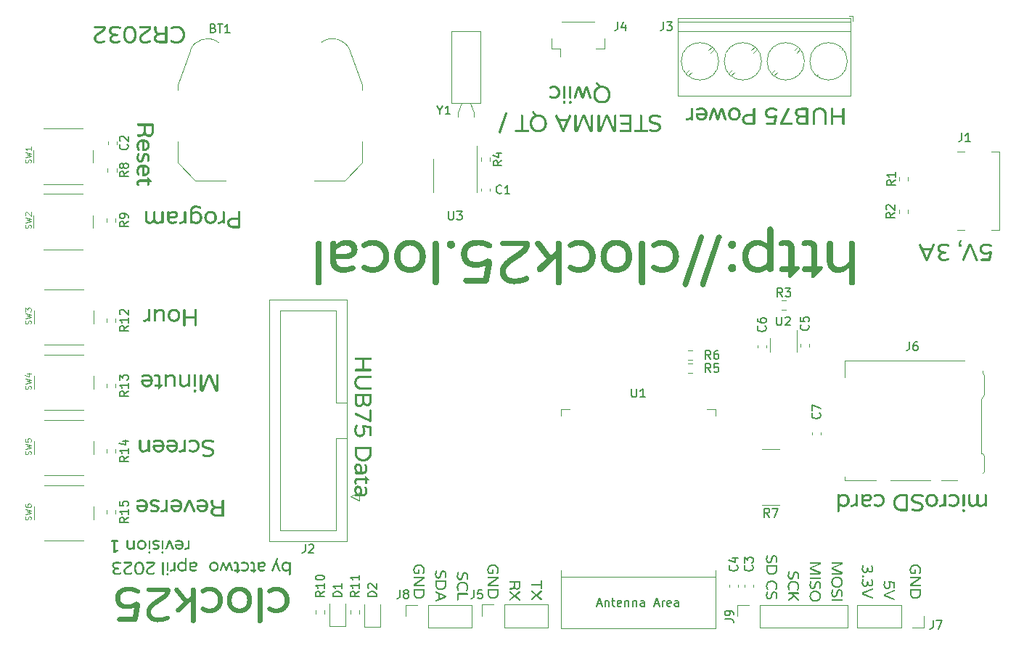
<source format=gbr>
%TF.GenerationSoftware,KiCad,Pcbnew,7.0.1*%
%TF.CreationDate,2023-04-28T22:50:49+01:00*%
%TF.ProjectId,clock25,636c6f63-6b32-4352-9e6b-696361645f70,rev?*%
%TF.SameCoordinates,Original*%
%TF.FileFunction,Legend,Top*%
%TF.FilePolarity,Positive*%
%FSLAX46Y46*%
G04 Gerber Fmt 4.6, Leading zero omitted, Abs format (unit mm)*
G04 Created by KiCad (PCBNEW 7.0.1) date 2023-04-28 22:50:49*
%MOMM*%
%LPD*%
G01*
G04 APERTURE LIST*
%ADD10C,0.250000*%
%ADD11C,0.400000*%
%ADD12C,0.325000*%
%ADD13C,0.150000*%
%ADD14C,0.100000*%
%ADD15C,0.120000*%
G04 APERTURE END LIST*
D10*
G36*
X109298458Y-128247897D02*
G01*
X109315676Y-128248930D01*
X109332693Y-128250653D01*
X109349511Y-128253065D01*
X109366130Y-128256166D01*
X109382548Y-128259956D01*
X109398768Y-128264435D01*
X109414787Y-128269603D01*
X109430607Y-128275460D01*
X109446227Y-128282006D01*
X109456530Y-128286753D01*
X109471565Y-128294403D01*
X109486034Y-128302651D01*
X109499935Y-128311499D01*
X109513270Y-128320945D01*
X109526039Y-128330991D01*
X109538240Y-128341635D01*
X109549875Y-128352878D01*
X109560944Y-128364720D01*
X109571445Y-128377161D01*
X109581380Y-128390201D01*
X109587688Y-128399227D01*
X109596462Y-128413223D01*
X109604372Y-128427735D01*
X109611420Y-128442761D01*
X109617604Y-128458303D01*
X109622926Y-128474360D01*
X109627384Y-128490933D01*
X109630980Y-128508020D01*
X109633713Y-128525623D01*
X109635582Y-128543741D01*
X109636589Y-128562374D01*
X109636781Y-128575082D01*
X109636300Y-128594190D01*
X109634858Y-128612863D01*
X109632453Y-128631101D01*
X109629087Y-128648904D01*
X109624760Y-128666272D01*
X109619470Y-128683205D01*
X109613219Y-128699703D01*
X109606006Y-128715766D01*
X109597832Y-128731393D01*
X109588696Y-128746586D01*
X109578598Y-128761344D01*
X109567538Y-128775666D01*
X109555517Y-128789554D01*
X109542534Y-128803006D01*
X109528589Y-128816024D01*
X109513683Y-128828606D01*
X109497796Y-128840584D01*
X109480910Y-128851790D01*
X109463026Y-128862223D01*
X109444142Y-128871883D01*
X109424260Y-128880770D01*
X109403378Y-128888884D01*
X109381498Y-128896226D01*
X109358619Y-128902795D01*
X109334741Y-128908591D01*
X109309864Y-128913614D01*
X109283988Y-128917864D01*
X109257113Y-128921342D01*
X109229239Y-128924047D01*
X109200367Y-128925979D01*
X109185556Y-128926655D01*
X109170495Y-128927138D01*
X109155185Y-128927428D01*
X109139625Y-128927524D01*
X108895992Y-128927524D01*
X108895992Y-128933386D01*
X108896250Y-128951055D01*
X108897023Y-128968065D01*
X108898311Y-128984417D01*
X108900114Y-129000110D01*
X108902432Y-129015145D01*
X108906876Y-129036464D01*
X108912479Y-129056301D01*
X108919241Y-129074657D01*
X108927162Y-129091532D01*
X108936242Y-129106926D01*
X108946482Y-129120839D01*
X108957881Y-129133270D01*
X108961938Y-129137085D01*
X108974947Y-129147822D01*
X108989244Y-129157504D01*
X109004828Y-129166129D01*
X109021701Y-129173698D01*
X109039862Y-129180211D01*
X109059311Y-129185668D01*
X109080048Y-129190069D01*
X109094588Y-129192416D01*
X109109700Y-129194293D01*
X109125385Y-129195701D01*
X109141643Y-129196640D01*
X109158472Y-129197110D01*
X109167102Y-129197168D01*
X109183261Y-129197023D01*
X109199040Y-129196589D01*
X109214439Y-129195864D01*
X109229458Y-129194850D01*
X109244098Y-129193546D01*
X109263025Y-129191356D01*
X109281278Y-129188651D01*
X109298855Y-129185431D01*
X109315756Y-129181696D01*
X109319876Y-129180682D01*
X109336168Y-129176503D01*
X109352253Y-129172210D01*
X109368133Y-129167802D01*
X109383806Y-129163280D01*
X109399274Y-129158643D01*
X109414535Y-129153892D01*
X109429591Y-129149026D01*
X109444440Y-129144046D01*
X109459526Y-129140790D01*
X109474452Y-129139287D01*
X109475214Y-129139283D01*
X109490627Y-129140545D01*
X109505127Y-129144332D01*
X109518717Y-129150643D01*
X109531394Y-129159479D01*
X109538229Y-129165661D01*
X109548650Y-129177763D01*
X109556511Y-129190986D01*
X109561813Y-129205331D01*
X109564556Y-129220799D01*
X109564974Y-129230141D01*
X109564000Y-129245574D01*
X109560047Y-129263191D01*
X109553052Y-129278948D01*
X109543017Y-129292844D01*
X109529940Y-129304879D01*
X109517289Y-129313168D01*
X109502692Y-129320267D01*
X109488602Y-129326094D01*
X109474223Y-129331760D01*
X109459553Y-129337265D01*
X109444594Y-129342609D01*
X109429345Y-129347792D01*
X109413807Y-129352815D01*
X109397978Y-129357676D01*
X109381860Y-129362376D01*
X109365452Y-129366915D01*
X109348754Y-129371293D01*
X109337461Y-129374122D01*
X109320229Y-129378116D01*
X109302604Y-129381717D01*
X109284586Y-129384925D01*
X109266175Y-129387741D01*
X109247371Y-129390163D01*
X109228175Y-129392193D01*
X109208585Y-129393830D01*
X109188603Y-129395074D01*
X109168228Y-129395925D01*
X109147460Y-129396383D01*
X109133396Y-129396471D01*
X109113930Y-129396226D01*
X109094917Y-129395492D01*
X109076355Y-129394268D01*
X109058246Y-129392555D01*
X109040589Y-129390353D01*
X109023384Y-129387661D01*
X109006632Y-129384479D01*
X108990331Y-129380808D01*
X108974483Y-129376648D01*
X108959087Y-129371999D01*
X108944144Y-129366859D01*
X108929652Y-129361231D01*
X108915613Y-129355113D01*
X108902026Y-129348505D01*
X108888891Y-129341409D01*
X108876209Y-129333822D01*
X108857916Y-129321770D01*
X108840544Y-129309106D01*
X108824093Y-129295829D01*
X108808563Y-129281942D01*
X108793954Y-129267442D01*
X108780266Y-129252331D01*
X108767498Y-129236607D01*
X108755652Y-129220272D01*
X108744727Y-129203325D01*
X108734722Y-129185767D01*
X108728564Y-129173721D01*
X108719987Y-129155443D01*
X108712254Y-129137017D01*
X108705364Y-129118443D01*
X108699318Y-129099721D01*
X108694115Y-129080851D01*
X108689757Y-129061833D01*
X108686241Y-129042666D01*
X108683570Y-129023351D01*
X108681742Y-129003889D01*
X108680758Y-128984278D01*
X108680570Y-128971122D01*
X108680570Y-128739946D01*
X108895992Y-128739946D01*
X109114346Y-128739946D01*
X109132274Y-128739813D01*
X109149700Y-128739413D01*
X109166621Y-128738748D01*
X109183039Y-128737816D01*
X109198953Y-128736618D01*
X109214363Y-128735154D01*
X109229269Y-128733424D01*
X109250685Y-128730330D01*
X109270966Y-128726636D01*
X109290115Y-128722344D01*
X109308129Y-128717453D01*
X109325011Y-128711963D01*
X109340759Y-128705874D01*
X109355163Y-128699168D01*
X109368150Y-128691689D01*
X109383263Y-128680515D01*
X109395856Y-128667967D01*
X109405931Y-128654045D01*
X109413488Y-128638749D01*
X109418525Y-128622080D01*
X109421044Y-128604036D01*
X109421359Y-128594499D01*
X109420285Y-128576424D01*
X109417065Y-128559065D01*
X109411699Y-128542421D01*
X109404185Y-128526493D01*
X109394525Y-128511280D01*
X109385252Y-128499625D01*
X109377395Y-128491184D01*
X109365150Y-128480795D01*
X109350399Y-128471790D01*
X109333139Y-128464171D01*
X109318550Y-128459365D01*
X109302549Y-128455339D01*
X109285139Y-128452093D01*
X109266318Y-128449625D01*
X109246087Y-128447937D01*
X109224445Y-128447028D01*
X109209234Y-128446854D01*
X109191339Y-128447247D01*
X109173651Y-128448426D01*
X109156168Y-128450390D01*
X109138892Y-128453140D01*
X109121822Y-128456675D01*
X109104957Y-128460997D01*
X109088299Y-128466104D01*
X109071847Y-128471996D01*
X109055601Y-128478674D01*
X109039561Y-128486138D01*
X109028983Y-128491551D01*
X109013433Y-128499999D01*
X108998521Y-128508582D01*
X108984247Y-128517301D01*
X108970611Y-128526155D01*
X108957611Y-128535144D01*
X108945250Y-128544269D01*
X108933526Y-128553528D01*
X108918886Y-128566085D01*
X108905379Y-128578882D01*
X108895992Y-128588637D01*
X108895992Y-128739946D01*
X108680570Y-128739946D01*
X108680570Y-128377245D01*
X108681704Y-128360849D01*
X108685104Y-128345457D01*
X108690771Y-128331070D01*
X108698705Y-128317688D01*
X108708906Y-128305310D01*
X108712810Y-128301408D01*
X108725214Y-128291074D01*
X108738519Y-128282878D01*
X108752725Y-128276820D01*
X108767834Y-128272900D01*
X108783843Y-128271118D01*
X108789380Y-128271000D01*
X108805777Y-128272030D01*
X108821168Y-128275121D01*
X108835555Y-128280273D01*
X108848938Y-128287486D01*
X108861315Y-128296759D01*
X108865218Y-128300309D01*
X108875676Y-128311914D01*
X108883971Y-128324472D01*
X108890102Y-128337983D01*
X108894069Y-128352447D01*
X108895872Y-128367864D01*
X108895992Y-128373215D01*
X108895992Y-128395930D01*
X108906440Y-128385471D01*
X108918730Y-128374612D01*
X108932864Y-128363352D01*
X108944673Y-128354644D01*
X108957520Y-128345711D01*
X108971404Y-128336552D01*
X108986324Y-128327168D01*
X109002281Y-128317558D01*
X109019275Y-128307723D01*
X109031181Y-128301041D01*
X109049874Y-128291482D01*
X109069546Y-128282863D01*
X109090197Y-128275185D01*
X109104508Y-128270588D01*
X109119254Y-128266409D01*
X109134435Y-128262648D01*
X109150052Y-128259305D01*
X109166103Y-128256380D01*
X109182589Y-128253873D01*
X109199511Y-128251783D01*
X109216867Y-128250112D01*
X109234659Y-128248858D01*
X109252886Y-128248022D01*
X109271547Y-128247604D01*
X109281041Y-128247552D01*
X109298458Y-128247897D01*
G37*
G36*
X108297263Y-127779726D02*
G01*
X108312655Y-127783088D01*
X108327042Y-127788691D01*
X108340424Y-127796535D01*
X108352802Y-127806620D01*
X108356704Y-127810480D01*
X108367163Y-127822759D01*
X108375457Y-127835965D01*
X108381588Y-127850098D01*
X108385555Y-127865159D01*
X108387359Y-127881148D01*
X108387479Y-127886683D01*
X108387479Y-129267144D01*
X108386397Y-129283291D01*
X108383151Y-129298485D01*
X108377742Y-129312726D01*
X108370168Y-129326014D01*
X108360431Y-129338349D01*
X108356704Y-129342249D01*
X108344550Y-129352707D01*
X108331442Y-129361002D01*
X108317382Y-129367133D01*
X108302368Y-129371100D01*
X108286401Y-129372903D01*
X108280867Y-129373023D01*
X108263960Y-129372031D01*
X108248134Y-129369056D01*
X108233391Y-129364097D01*
X108219730Y-129357155D01*
X108207150Y-129348229D01*
X108203198Y-129344813D01*
X108192615Y-129333882D01*
X108183035Y-129319893D01*
X108176436Y-129304570D01*
X108172817Y-129287916D01*
X108172057Y-129275204D01*
X108172057Y-129254321D01*
X108161372Y-129264843D01*
X108150062Y-129275114D01*
X108138127Y-129285133D01*
X108125568Y-129294902D01*
X108112385Y-129304419D01*
X108098576Y-129313685D01*
X108084143Y-129322700D01*
X108069085Y-129331464D01*
X108053403Y-129339976D01*
X108037096Y-129348238D01*
X108025877Y-129353606D01*
X108008655Y-129361266D01*
X107991058Y-129368173D01*
X107973089Y-129374327D01*
X107954745Y-129379727D01*
X107936029Y-129384373D01*
X107916938Y-129388266D01*
X107897474Y-129391405D01*
X107877637Y-129393792D01*
X107857426Y-129395424D01*
X107836842Y-129396303D01*
X107822911Y-129396471D01*
X107806477Y-129396207D01*
X107790145Y-129395417D01*
X107773916Y-129394101D01*
X107757790Y-129392257D01*
X107741768Y-129389887D01*
X107725848Y-129386991D01*
X107710031Y-129383568D01*
X107694318Y-129379618D01*
X107678707Y-129375141D01*
X107663200Y-129370138D01*
X107647795Y-129364608D01*
X107632494Y-129358552D01*
X107617295Y-129351969D01*
X107602200Y-129344859D01*
X107587208Y-129337223D01*
X107572318Y-129329060D01*
X107557645Y-129320440D01*
X107543301Y-129311342D01*
X107529286Y-129301767D01*
X107515601Y-129291713D01*
X107502244Y-129281182D01*
X107489217Y-129270172D01*
X107476518Y-129258685D01*
X107464149Y-129246719D01*
X107452109Y-129234276D01*
X107440399Y-129221354D01*
X107429017Y-129207955D01*
X107417964Y-129194077D01*
X107407241Y-129179722D01*
X107396847Y-129164888D01*
X107386782Y-129149577D01*
X107377046Y-129133787D01*
X107367774Y-129117586D01*
X107359100Y-129100946D01*
X107351024Y-129083869D01*
X107343547Y-129066353D01*
X107336667Y-129048400D01*
X107330386Y-129030009D01*
X107324703Y-129011180D01*
X107319619Y-128991913D01*
X107315132Y-128972208D01*
X107311244Y-128952065D01*
X107307954Y-128931484D01*
X107305262Y-128910465D01*
X107303168Y-128889009D01*
X107301672Y-128867114D01*
X107300775Y-128844782D01*
X107300476Y-128822011D01*
X107515898Y-128822011D01*
X107516269Y-128844961D01*
X107517381Y-128867189D01*
X107519234Y-128888695D01*
X107521829Y-128909481D01*
X107525165Y-128929545D01*
X107529242Y-128948888D01*
X107534060Y-128967509D01*
X107539620Y-128985410D01*
X107545921Y-129002589D01*
X107552964Y-129019047D01*
X107560748Y-129034783D01*
X107569273Y-129049798D01*
X107578539Y-129064092D01*
X107588547Y-129077665D01*
X107599296Y-129090516D01*
X107610787Y-129102646D01*
X107622799Y-129114092D01*
X107635207Y-129124800D01*
X107648010Y-129134769D01*
X107661207Y-129144000D01*
X107674800Y-129152492D01*
X107688788Y-129160246D01*
X107703170Y-129167261D01*
X107717948Y-129173538D01*
X107733121Y-129179076D01*
X107748688Y-129183876D01*
X107764651Y-129187938D01*
X107781009Y-129191261D01*
X107797761Y-129193845D01*
X107814909Y-129195691D01*
X107832451Y-129196799D01*
X107850389Y-129197168D01*
X107868987Y-129196753D01*
X107887277Y-129195507D01*
X107905258Y-129193430D01*
X107922929Y-129190522D01*
X107940291Y-129186784D01*
X107957344Y-129182215D01*
X107974088Y-129176815D01*
X107990523Y-129170584D01*
X108006649Y-129163523D01*
X108022466Y-129155630D01*
X108032838Y-129149907D01*
X108048007Y-129140866D01*
X108062737Y-129131463D01*
X108077029Y-129121700D01*
X108090884Y-129111577D01*
X108104301Y-129101092D01*
X108117279Y-129090247D01*
X108129820Y-129079042D01*
X108141923Y-129067475D01*
X108153588Y-129055549D01*
X108164815Y-129043261D01*
X108172057Y-129034869D01*
X108172057Y-128598529D01*
X108161187Y-128586940D01*
X108149873Y-128575667D01*
X108138115Y-128564710D01*
X108125912Y-128554067D01*
X108113265Y-128543741D01*
X108100173Y-128533730D01*
X108086638Y-128524034D01*
X108072657Y-128514655D01*
X108058233Y-128505590D01*
X108043364Y-128496842D01*
X108033205Y-128491184D01*
X108017591Y-128483262D01*
X108001661Y-128476119D01*
X107985417Y-128469755D01*
X107968856Y-128464171D01*
X107951980Y-128459365D01*
X107934789Y-128455339D01*
X107917281Y-128452093D01*
X107899459Y-128449625D01*
X107881320Y-128447937D01*
X107862867Y-128447028D01*
X107850389Y-128446854D01*
X107832451Y-128447226D01*
X107814909Y-128448343D01*
X107797761Y-128450203D01*
X107781009Y-128452808D01*
X107764651Y-128456157D01*
X107748688Y-128460250D01*
X107733121Y-128465087D01*
X107717948Y-128470668D01*
X107703170Y-128476994D01*
X107688788Y-128484063D01*
X107674800Y-128491877D01*
X107661207Y-128500435D01*
X107648010Y-128509737D01*
X107635207Y-128519784D01*
X107622799Y-128530574D01*
X107610787Y-128542109D01*
X107599296Y-128554408D01*
X107588547Y-128567400D01*
X107578539Y-128581084D01*
X107569273Y-128595461D01*
X107560748Y-128610530D01*
X107552964Y-128626293D01*
X107545921Y-128642748D01*
X107539620Y-128659895D01*
X107534060Y-128677735D01*
X107529242Y-128696268D01*
X107525165Y-128715494D01*
X107521829Y-128735412D01*
X107519234Y-128756023D01*
X107517381Y-128777326D01*
X107516269Y-128799323D01*
X107515898Y-128822011D01*
X107300476Y-128822011D01*
X107300775Y-128799240D01*
X107301672Y-128776903D01*
X107303168Y-128755001D01*
X107305262Y-128733534D01*
X107307954Y-128712503D01*
X107311244Y-128691906D01*
X107315132Y-128671745D01*
X107319619Y-128652018D01*
X107324703Y-128632727D01*
X107330386Y-128613871D01*
X107336667Y-128595449D01*
X107343547Y-128577463D01*
X107351024Y-128559912D01*
X107359100Y-128542796D01*
X107367774Y-128526115D01*
X107377046Y-128509869D01*
X107386782Y-128494122D01*
X107396847Y-128478848D01*
X107407241Y-128464046D01*
X107417964Y-128449717D01*
X107429017Y-128435859D01*
X107440399Y-128422474D01*
X107452109Y-128409561D01*
X107464149Y-128397120D01*
X107476518Y-128385152D01*
X107489217Y-128373656D01*
X107502244Y-128362632D01*
X107515601Y-128352080D01*
X107529286Y-128342001D01*
X107543301Y-128332394D01*
X107557645Y-128323259D01*
X107572318Y-128314597D01*
X107587208Y-128306478D01*
X107602200Y-128298883D01*
X107617295Y-128291812D01*
X107632494Y-128285265D01*
X107647795Y-128279241D01*
X107663200Y-128273742D01*
X107678707Y-128268766D01*
X107694318Y-128264313D01*
X107710031Y-128260385D01*
X107725848Y-128256980D01*
X107741768Y-128254100D01*
X107757790Y-128251742D01*
X107773916Y-128249909D01*
X107790145Y-128248600D01*
X107806477Y-128247814D01*
X107822911Y-128247552D01*
X107843745Y-128247919D01*
X107864205Y-128249021D01*
X107884291Y-128250856D01*
X107904004Y-128253425D01*
X107923343Y-128256729D01*
X107942309Y-128260767D01*
X107960901Y-128265539D01*
X107979120Y-128271045D01*
X107996965Y-128277286D01*
X108014437Y-128284260D01*
X108025877Y-128289318D01*
X108042601Y-128297268D01*
X108058700Y-128305456D01*
X108074174Y-128313883D01*
X108089024Y-128322548D01*
X108103248Y-128331451D01*
X108116849Y-128340593D01*
X108129824Y-128349973D01*
X108142175Y-128359591D01*
X108153901Y-128369447D01*
X108165003Y-128379542D01*
X108172057Y-128386404D01*
X108172057Y-127885584D01*
X108173151Y-127869536D01*
X108176436Y-127854363D01*
X108181910Y-127840066D01*
X108189573Y-127826645D01*
X108199427Y-127814100D01*
X108203198Y-127810113D01*
X108215305Y-127799406D01*
X108228545Y-127790913D01*
X108242919Y-127784637D01*
X108258427Y-127780575D01*
X108275068Y-127778729D01*
X108280867Y-127778606D01*
X108297263Y-127779726D01*
G37*
G36*
X106956094Y-128271000D02*
G01*
X106972378Y-128272069D01*
X106987710Y-128275276D01*
X107002088Y-128280621D01*
X107015513Y-128288104D01*
X107027985Y-128297725D01*
X107031931Y-128301408D01*
X107042390Y-128313300D01*
X107050684Y-128326172D01*
X107056815Y-128340022D01*
X107060782Y-128354851D01*
X107062585Y-128370659D01*
X107062706Y-128376146D01*
X107062706Y-129266045D01*
X107061624Y-129282093D01*
X107058378Y-129297266D01*
X107052968Y-129311563D01*
X107045395Y-129324984D01*
X107035658Y-129337529D01*
X107031931Y-129341516D01*
X107019777Y-129352223D01*
X107006669Y-129360716D01*
X106992608Y-129366993D01*
X106977595Y-129371054D01*
X106961628Y-129372900D01*
X106956094Y-129373023D01*
X106939783Y-129372019D01*
X106924374Y-129369005D01*
X106909867Y-129363981D01*
X106896262Y-129356949D01*
X106883558Y-129347907D01*
X106879523Y-129344447D01*
X106868567Y-129333430D01*
X106859877Y-129321538D01*
X106852604Y-129306556D01*
X106848417Y-129290382D01*
X106847283Y-129275570D01*
X106847283Y-129229408D01*
X106837208Y-129241418D01*
X106825668Y-129253817D01*
X106812662Y-129266606D01*
X106798191Y-129279784D01*
X106786375Y-129289922D01*
X106773736Y-129300280D01*
X106760272Y-129310857D01*
X106745984Y-129321652D01*
X106730871Y-129332667D01*
X106725650Y-129336387D01*
X106709528Y-129347124D01*
X106692897Y-129356806D01*
X106675757Y-129365431D01*
X106658108Y-129373000D01*
X106639950Y-129379513D01*
X106621284Y-129384970D01*
X106602109Y-129389371D01*
X106582425Y-129392715D01*
X106562232Y-129395004D01*
X106541531Y-129396236D01*
X106527447Y-129396471D01*
X106517189Y-129396471D01*
X106500832Y-129395427D01*
X106485556Y-129392297D01*
X106471362Y-129387081D01*
X106458250Y-129379778D01*
X106446220Y-129370389D01*
X106442451Y-129366795D01*
X106432241Y-129355340D01*
X106424144Y-129342958D01*
X106417367Y-129327341D01*
X106413847Y-129312950D01*
X106412438Y-129297631D01*
X106412409Y-129294988D01*
X106413504Y-129279218D01*
X106416788Y-129264608D01*
X106423387Y-129249028D01*
X106432967Y-129235026D01*
X106443550Y-129224279D01*
X106455769Y-129215066D01*
X106469070Y-129207759D01*
X106483452Y-129202358D01*
X106498917Y-129198863D01*
X106515463Y-129197274D01*
X106521219Y-129197168D01*
X106531844Y-129197168D01*
X106550439Y-129196721D01*
X106568719Y-129195378D01*
X106586684Y-129193140D01*
X106604332Y-129190007D01*
X106621666Y-129185979D01*
X106638683Y-129181056D01*
X106655385Y-129175237D01*
X106671772Y-129168523D01*
X106687843Y-129160914D01*
X106703598Y-129152410D01*
X106713927Y-129146244D01*
X106728981Y-129136526D01*
X106743508Y-129126331D01*
X106757506Y-129115660D01*
X106770977Y-129104513D01*
X106783919Y-129092888D01*
X106796333Y-129080788D01*
X106808219Y-129068210D01*
X106819577Y-129055156D01*
X106830407Y-129041626D01*
X106840709Y-129027619D01*
X106847283Y-129018016D01*
X106847283Y-128377978D01*
X106848404Y-128361457D01*
X106851766Y-128345967D01*
X106857368Y-128331507D01*
X106865212Y-128318077D01*
X106875297Y-128305678D01*
X106879157Y-128301774D01*
X106891573Y-128291316D01*
X106904917Y-128283021D01*
X106919188Y-128276890D01*
X106934387Y-128272923D01*
X106950512Y-128271120D01*
X106956094Y-128271000D01*
G37*
G36*
X106157053Y-129584049D02*
G01*
X106172160Y-129584943D01*
X106186570Y-129587627D01*
X106202940Y-129593208D01*
X106218306Y-129601365D01*
X106230344Y-129610131D01*
X106241683Y-129620685D01*
X106251710Y-129632492D01*
X106260037Y-129645014D01*
X106266665Y-129658252D01*
X106271593Y-129672205D01*
X106274822Y-129686874D01*
X106276352Y-129702259D01*
X106276488Y-129708613D01*
X106276488Y-129717406D01*
X106275638Y-129733076D01*
X106273089Y-129748031D01*
X106268840Y-129762271D01*
X106262892Y-129775795D01*
X106255245Y-129788603D01*
X106245898Y-129800696D01*
X106241683Y-129805333D01*
X106230344Y-129815888D01*
X106218306Y-129824653D01*
X106202940Y-129832810D01*
X106186570Y-129838392D01*
X106172160Y-129841075D01*
X106157053Y-129841969D01*
X106144597Y-129841969D01*
X106129499Y-129841075D01*
X106112325Y-129837640D01*
X106096182Y-129831630D01*
X106081070Y-129823043D01*
X106069263Y-129813920D01*
X106060333Y-129805333D01*
X106050201Y-129793526D01*
X106041786Y-129781004D01*
X106035088Y-129767766D01*
X106030108Y-129753813D01*
X106026845Y-129739144D01*
X106025299Y-129723760D01*
X106025162Y-129717406D01*
X106025162Y-129708613D01*
X106026021Y-129692942D01*
X106028597Y-129677987D01*
X106032890Y-129663748D01*
X106038901Y-129650224D01*
X106046629Y-129637415D01*
X106056074Y-129625322D01*
X106060333Y-129620685D01*
X106071567Y-129610131D01*
X106083517Y-129601365D01*
X106098801Y-129593208D01*
X106115116Y-129587627D01*
X106132461Y-129584621D01*
X106144597Y-129584049D01*
X106157053Y-129584049D01*
G37*
G36*
X106153023Y-128271000D02*
G01*
X106169308Y-128272069D01*
X106184639Y-128275276D01*
X106199018Y-128280621D01*
X106212443Y-128288104D01*
X106224915Y-128297725D01*
X106228861Y-128301408D01*
X106239319Y-128313300D01*
X106247614Y-128326172D01*
X106253745Y-128340022D01*
X106257712Y-128354851D01*
X106259515Y-128370659D01*
X106259635Y-128376146D01*
X106259635Y-129266045D01*
X106258553Y-129282802D01*
X106255307Y-129298451D01*
X106249898Y-129312992D01*
X106242324Y-129326426D01*
X106232587Y-129338752D01*
X106228861Y-129342615D01*
X106216706Y-129352949D01*
X106203599Y-129361145D01*
X106189538Y-129367203D01*
X106174524Y-129371123D01*
X106158557Y-129372904D01*
X106153023Y-129373023D01*
X106136004Y-129371954D01*
X106120119Y-129368747D01*
X106105367Y-129363402D01*
X106091749Y-129355919D01*
X106079264Y-129346297D01*
X106075354Y-129342615D01*
X106064771Y-129330658D01*
X106056377Y-129317593D01*
X106050174Y-129303421D01*
X106046159Y-129288141D01*
X106044335Y-129271754D01*
X106044213Y-129266045D01*
X106044213Y-128376146D01*
X106045308Y-128360012D01*
X106048592Y-128344856D01*
X106054066Y-128330680D01*
X106061730Y-128317482D01*
X106071583Y-128305263D01*
X106075354Y-128301408D01*
X106087461Y-128291074D01*
X106100702Y-128282878D01*
X106115076Y-128276820D01*
X106130583Y-128272900D01*
X106147224Y-128271118D01*
X106153023Y-128271000D01*
G37*
G36*
X105631320Y-128271000D02*
G01*
X105647605Y-128272069D01*
X105662936Y-128275276D01*
X105677315Y-128280621D01*
X105690740Y-128288104D01*
X105703212Y-128297725D01*
X105707158Y-128301408D01*
X105717616Y-128313438D01*
X105725911Y-128326446D01*
X105732042Y-128340434D01*
X105736009Y-128355401D01*
X105737812Y-128371346D01*
X105737932Y-128376879D01*
X105737932Y-129733892D01*
X105736850Y-129750898D01*
X105733605Y-129766745D01*
X105728195Y-129781432D01*
X105720622Y-129794960D01*
X105710884Y-129807329D01*
X105707158Y-129811195D01*
X105695003Y-129821653D01*
X105681896Y-129829948D01*
X105667835Y-129836079D01*
X105652821Y-129840046D01*
X105636855Y-129841849D01*
X105631320Y-129841969D01*
X105614302Y-129840888D01*
X105598416Y-129837642D01*
X105583664Y-129832232D01*
X105570046Y-129824659D01*
X105557561Y-129814922D01*
X105553651Y-129811195D01*
X105543068Y-129799212D01*
X105534675Y-129786070D01*
X105528471Y-129771769D01*
X105524457Y-129756309D01*
X105522632Y-129739689D01*
X105522510Y-129733892D01*
X105522510Y-128376879D01*
X105523605Y-128360607D01*
X105526889Y-128345314D01*
X105532363Y-128331000D01*
X105540027Y-128317665D01*
X105549880Y-128305309D01*
X105553651Y-128301408D01*
X105565758Y-128291074D01*
X105578999Y-128282878D01*
X105593373Y-128276820D01*
X105608881Y-128272900D01*
X105625522Y-128271118D01*
X105631320Y-128271000D01*
G37*
G36*
X104576924Y-128271000D02*
G01*
X104593192Y-128271840D01*
X104608566Y-128274363D01*
X104623045Y-128278566D01*
X104636630Y-128284452D01*
X104649320Y-128292019D01*
X104661116Y-128301267D01*
X104665584Y-128305438D01*
X104675716Y-128316665D01*
X104684131Y-128328822D01*
X104690829Y-128341910D01*
X104695809Y-128355927D01*
X104699072Y-128370875D01*
X104700618Y-128386753D01*
X104700755Y-128393365D01*
X104700205Y-128415000D01*
X104698553Y-128436217D01*
X104695800Y-128457015D01*
X104691945Y-128477394D01*
X104686990Y-128497355D01*
X104680933Y-128516897D01*
X104673775Y-128536021D01*
X104665515Y-128554726D01*
X104656155Y-128573012D01*
X104645693Y-128590880D01*
X104638107Y-128602559D01*
X104626058Y-128619859D01*
X104613403Y-128636863D01*
X104600143Y-128653570D01*
X104586278Y-128669982D01*
X104571807Y-128686097D01*
X104556731Y-128701915D01*
X104546344Y-128712297D01*
X104535688Y-128722546D01*
X104524763Y-128732664D01*
X104513569Y-128742651D01*
X104502106Y-128752505D01*
X104490373Y-128762228D01*
X104478372Y-128771819D01*
X104466152Y-128781313D01*
X104453854Y-128790744D01*
X104441479Y-128800113D01*
X104429027Y-128809418D01*
X104416498Y-128818660D01*
X104403891Y-128827839D01*
X104391207Y-128836955D01*
X104378446Y-128846008D01*
X104365608Y-128854998D01*
X104352692Y-128863926D01*
X104339699Y-128872790D01*
X104326629Y-128881591D01*
X104313481Y-128890330D01*
X104300256Y-128899005D01*
X104286954Y-128907618D01*
X104273574Y-128916167D01*
X104260159Y-128924724D01*
X104246841Y-128933266D01*
X104233621Y-128941794D01*
X104220497Y-128950308D01*
X104207471Y-128958807D01*
X104194543Y-128967292D01*
X104181711Y-128975763D01*
X104168977Y-128984219D01*
X104156341Y-128992661D01*
X104143801Y-129001089D01*
X104131359Y-129009503D01*
X104119014Y-129017902D01*
X104106767Y-129026287D01*
X104094617Y-129034657D01*
X104082564Y-129043013D01*
X104070609Y-129051355D01*
X104053064Y-129063896D01*
X104036150Y-129076514D01*
X104019868Y-129089210D01*
X104004217Y-129101982D01*
X103989196Y-129114832D01*
X103974807Y-129127760D01*
X103961049Y-129140764D01*
X103947922Y-129153846D01*
X103935427Y-129167005D01*
X103923562Y-129180241D01*
X103916003Y-129189108D01*
X103905396Y-129202603D01*
X103895833Y-129216298D01*
X103887313Y-129230192D01*
X103879836Y-129244286D01*
X103873402Y-129258580D01*
X103868012Y-129273073D01*
X103863665Y-129287766D01*
X103860361Y-129302658D01*
X103858101Y-129317751D01*
X103856884Y-129333042D01*
X103856652Y-129343348D01*
X103857280Y-129363297D01*
X103859163Y-129382615D01*
X103862303Y-129401301D01*
X103866698Y-129419357D01*
X103872349Y-129436781D01*
X103879256Y-129453575D01*
X103887419Y-129469737D01*
X103896837Y-129485268D01*
X103907512Y-129500168D01*
X103919442Y-129514437D01*
X103928093Y-129523599D01*
X103942432Y-129536497D01*
X103958657Y-129548127D01*
X103976770Y-129558488D01*
X103996769Y-129567580D01*
X104011150Y-129572936D01*
X104026370Y-129577729D01*
X104042429Y-129581958D01*
X104059326Y-129585623D01*
X104077061Y-129588724D01*
X104095636Y-129591262D01*
X104115049Y-129593235D01*
X104135301Y-129594645D01*
X104156391Y-129595491D01*
X104178320Y-129595773D01*
X104198030Y-129595576D01*
X104217458Y-129594987D01*
X104236602Y-129594005D01*
X104255462Y-129592630D01*
X104274040Y-129590862D01*
X104292333Y-129588702D01*
X104310344Y-129586148D01*
X104328071Y-129583202D01*
X104345515Y-129579863D01*
X104362675Y-129576131D01*
X104373958Y-129573424D01*
X104390598Y-129569226D01*
X104406858Y-129564872D01*
X104422738Y-129560364D01*
X104438238Y-129555702D01*
X104453358Y-129550884D01*
X104468098Y-129545913D01*
X104482458Y-129540787D01*
X104496438Y-129535506D01*
X104514488Y-129528224D01*
X104531861Y-129520668D01*
X104545806Y-129513856D01*
X104549447Y-129512608D01*
X104564559Y-129509036D01*
X104579122Y-129507845D01*
X104595391Y-129509143D01*
X104610538Y-129513034D01*
X104624563Y-129519521D01*
X104637466Y-129528602D01*
X104644335Y-129534956D01*
X104654756Y-129547486D01*
X104662617Y-129561032D01*
X104667919Y-129575596D01*
X104670662Y-129591176D01*
X104671080Y-129600535D01*
X104669792Y-129618217D01*
X104665928Y-129634396D01*
X104659488Y-129649072D01*
X104650472Y-129662245D01*
X104638880Y-129673916D01*
X104624712Y-129684084D01*
X104618323Y-129687730D01*
X104601177Y-129695929D01*
X104583534Y-129703903D01*
X104565396Y-129711652D01*
X104546762Y-129719174D01*
X104527632Y-129726472D01*
X104508006Y-129733544D01*
X104487884Y-129740391D01*
X104467267Y-129747012D01*
X104453246Y-129751301D01*
X104439005Y-129755490D01*
X104424544Y-129759579D01*
X104409862Y-129763568D01*
X104394958Y-129767383D01*
X104379831Y-129770952D01*
X104364481Y-129774275D01*
X104348908Y-129777352D01*
X104333111Y-129780183D01*
X104317092Y-129782767D01*
X104300849Y-129785106D01*
X104284382Y-129787198D01*
X104267693Y-129789044D01*
X104250780Y-129790644D01*
X104233644Y-129791998D01*
X104216284Y-129793106D01*
X104198702Y-129793967D01*
X104180896Y-129794583D01*
X104162867Y-129794952D01*
X104144614Y-129795075D01*
X104127494Y-129794857D01*
X104110571Y-129794205D01*
X104093846Y-129793117D01*
X104077318Y-129791594D01*
X104060987Y-129789637D01*
X104044854Y-129787244D01*
X104028919Y-129784416D01*
X104013181Y-129781153D01*
X103997641Y-129777455D01*
X103982298Y-129773322D01*
X103967152Y-129768754D01*
X103952204Y-129763751D01*
X103937454Y-129758313D01*
X103922901Y-129752439D01*
X103908545Y-129746131D01*
X103894387Y-129739387D01*
X103880506Y-129732299D01*
X103866979Y-129724865D01*
X103853807Y-129717084D01*
X103840990Y-129708956D01*
X103828528Y-129700483D01*
X103816420Y-129691663D01*
X103804668Y-129682497D01*
X103793271Y-129672984D01*
X103782228Y-129663125D01*
X103771541Y-129652920D01*
X103761208Y-129642368D01*
X103751231Y-129631470D01*
X103741608Y-129620226D01*
X103732340Y-129608636D01*
X103723427Y-129596699D01*
X103714869Y-129584415D01*
X103706706Y-129571872D01*
X103699069Y-129559062D01*
X103691960Y-129545986D01*
X103685377Y-129532644D01*
X103679320Y-129519035D01*
X103673790Y-129505161D01*
X103668787Y-129491020D01*
X103664311Y-129476613D01*
X103660361Y-129461940D01*
X103656938Y-129447000D01*
X103654041Y-129431795D01*
X103651671Y-129416323D01*
X103649828Y-129400585D01*
X103648511Y-129384581D01*
X103647721Y-129368311D01*
X103647458Y-129351774D01*
X103647934Y-129331036D01*
X103649364Y-129310588D01*
X103651747Y-129290430D01*
X103655083Y-129270561D01*
X103659372Y-129250983D01*
X103664614Y-129231694D01*
X103670809Y-129212695D01*
X103677958Y-129193986D01*
X103686059Y-129175566D01*
X103695114Y-129157436D01*
X103701680Y-129145511D01*
X103712064Y-129127927D01*
X103723022Y-129110619D01*
X103734553Y-129093589D01*
X103746657Y-129076835D01*
X103759334Y-129060358D01*
X103772584Y-129044158D01*
X103786408Y-129028235D01*
X103800804Y-129012589D01*
X103815774Y-128997220D01*
X103831317Y-128982128D01*
X103841997Y-128972221D01*
X103858259Y-128957598D01*
X103874760Y-128943129D01*
X103885892Y-128933569D01*
X103897131Y-128924078D01*
X103908475Y-128914656D01*
X103919926Y-128905302D01*
X103931482Y-128896017D01*
X103943144Y-128886801D01*
X103954912Y-128877653D01*
X103966786Y-128868574D01*
X103978766Y-128859564D01*
X103990851Y-128850622D01*
X104003043Y-128841749D01*
X104015341Y-128832945D01*
X104027744Y-128824210D01*
X104040182Y-128815584D01*
X104052582Y-128807019D01*
X104064946Y-128798514D01*
X104077272Y-128790069D01*
X104089561Y-128781684D01*
X104101813Y-128773359D01*
X104114027Y-128765095D01*
X104126204Y-128756890D01*
X104144401Y-128744696D01*
X104162513Y-128732637D01*
X104180542Y-128720713D01*
X104198487Y-128708925D01*
X104216348Y-128697272D01*
X104222283Y-128693418D01*
X104239797Y-128681893D01*
X104256892Y-128670401D01*
X104273568Y-128658941D01*
X104289826Y-128647513D01*
X104305665Y-128636118D01*
X104321086Y-128624754D01*
X104336088Y-128613423D01*
X104350671Y-128602124D01*
X104364836Y-128590857D01*
X104378582Y-128579623D01*
X104387514Y-128572151D01*
X104400262Y-128561171D01*
X104412127Y-128550487D01*
X104423111Y-128540099D01*
X104436383Y-128526710D01*
X104448087Y-128513847D01*
X104458222Y-128501511D01*
X104468685Y-128486831D01*
X104476697Y-128472974D01*
X104478006Y-128470302D01*
X103762496Y-128470302D01*
X103746886Y-128469271D01*
X103732203Y-128466180D01*
X103718447Y-128461028D01*
X103705618Y-128453815D01*
X103693717Y-128444542D01*
X103689956Y-128440993D01*
X103679747Y-128429551D01*
X103671649Y-128417207D01*
X103664872Y-128401667D01*
X103661352Y-128387371D01*
X103659944Y-128372172D01*
X103659914Y-128369551D01*
X103660970Y-128354241D01*
X103664139Y-128339910D01*
X103670505Y-128324428D01*
X103679747Y-128310278D01*
X103689956Y-128299210D01*
X103701548Y-128289623D01*
X103716244Y-128280945D01*
X103732203Y-128274967D01*
X103746886Y-128271991D01*
X103762496Y-128271000D01*
X104576924Y-128271000D01*
G37*
G36*
X102868411Y-128247933D02*
G01*
X102891940Y-128249075D01*
X102914974Y-128250978D01*
X102937513Y-128253643D01*
X102959556Y-128257069D01*
X102981104Y-128261257D01*
X103002157Y-128266205D01*
X103022715Y-128271915D01*
X103042778Y-128278387D01*
X103062346Y-128285620D01*
X103081418Y-128293614D01*
X103099995Y-128302369D01*
X103118077Y-128311886D01*
X103135664Y-128322165D01*
X103152756Y-128333204D01*
X103169352Y-128345005D01*
X103185397Y-128357532D01*
X103200923Y-128370656D01*
X103215931Y-128384379D01*
X103230421Y-128398700D01*
X103244393Y-128413620D01*
X103257847Y-128429137D01*
X103270782Y-128445253D01*
X103283200Y-128461967D01*
X103295100Y-128479279D01*
X103306481Y-128497189D01*
X103317345Y-128515698D01*
X103327691Y-128534805D01*
X103337518Y-128554510D01*
X103346827Y-128574813D01*
X103355619Y-128595714D01*
X103363892Y-128617214D01*
X103371656Y-128639271D01*
X103378919Y-128661756D01*
X103385681Y-128684666D01*
X103391942Y-128708003D01*
X103397702Y-128731767D01*
X103402961Y-128755957D01*
X103407720Y-128780574D01*
X103411977Y-128805617D01*
X103415734Y-128831086D01*
X103418990Y-128856982D01*
X103421745Y-128883304D01*
X103423999Y-128910053D01*
X103425752Y-128937229D01*
X103427004Y-128964830D01*
X103427755Y-128992859D01*
X103428006Y-129021314D01*
X103427755Y-129049767D01*
X103427004Y-129077791D01*
X103425752Y-129105386D01*
X103423999Y-129132551D01*
X103421745Y-129159287D01*
X103418990Y-129185594D01*
X103415734Y-129211471D01*
X103411977Y-129236919D01*
X103407720Y-129261938D01*
X103402961Y-129286527D01*
X103397702Y-129310687D01*
X103391942Y-129334418D01*
X103385681Y-129357719D01*
X103378919Y-129380591D01*
X103371656Y-129403034D01*
X103363892Y-129425047D01*
X103355619Y-129446589D01*
X103346827Y-129467528D01*
X103337518Y-129487863D01*
X103327691Y-129507593D01*
X103317345Y-129526720D01*
X103306481Y-129545243D01*
X103295100Y-129563162D01*
X103283200Y-129580477D01*
X103270782Y-129597188D01*
X103257847Y-129613295D01*
X103244393Y-129628798D01*
X103230421Y-129643698D01*
X103215931Y-129657993D01*
X103200923Y-129671685D01*
X103185397Y-129684772D01*
X103169352Y-129697256D01*
X103152756Y-129709101D01*
X103135664Y-129720182D01*
X103118077Y-129730499D01*
X103099995Y-129740052D01*
X103081418Y-129748840D01*
X103062346Y-129756864D01*
X103042778Y-129764124D01*
X103022715Y-129770620D01*
X103002157Y-129776352D01*
X102981104Y-129781319D01*
X102959556Y-129785522D01*
X102937513Y-129788961D01*
X102914974Y-129791636D01*
X102891940Y-129793546D01*
X102868411Y-129794693D01*
X102844387Y-129795075D01*
X102820413Y-129794693D01*
X102796943Y-129793546D01*
X102773977Y-129791636D01*
X102751514Y-129788961D01*
X102729555Y-129785522D01*
X102708100Y-129781319D01*
X102687148Y-129776352D01*
X102666701Y-129770620D01*
X102646757Y-129764124D01*
X102627317Y-129756864D01*
X102608380Y-129748840D01*
X102589947Y-129740052D01*
X102572018Y-129730499D01*
X102554593Y-129720182D01*
X102537672Y-129709101D01*
X102521254Y-129697256D01*
X102505294Y-129684772D01*
X102489838Y-129671685D01*
X102474886Y-129657993D01*
X102460438Y-129643698D01*
X102446493Y-129628798D01*
X102433052Y-129613295D01*
X102420115Y-129597188D01*
X102407681Y-129580477D01*
X102395751Y-129563162D01*
X102384325Y-129545243D01*
X102373403Y-129526720D01*
X102362985Y-129507593D01*
X102353070Y-129487863D01*
X102343659Y-129467528D01*
X102334752Y-129446589D01*
X102326348Y-129425047D01*
X102318407Y-129403034D01*
X102310978Y-129380591D01*
X102304062Y-129357719D01*
X102297657Y-129334418D01*
X102291766Y-129310687D01*
X102286386Y-129286527D01*
X102281519Y-129261938D01*
X102277164Y-129236919D01*
X102273321Y-129211471D01*
X102269991Y-129185594D01*
X102267173Y-129159287D01*
X102264868Y-129132551D01*
X102263075Y-129105386D01*
X102261794Y-129077791D01*
X102261025Y-129049767D01*
X102260779Y-129022413D01*
X102476558Y-129022413D01*
X102476649Y-129038904D01*
X102476923Y-129055178D01*
X102477379Y-129071233D01*
X102478017Y-129087070D01*
X102478838Y-129102689D01*
X102479842Y-129118090D01*
X102481028Y-129133272D01*
X102482397Y-129148236D01*
X102483948Y-129162982D01*
X102487597Y-129191819D01*
X102491976Y-129219782D01*
X102497085Y-129246873D01*
X102502924Y-129273091D01*
X102509493Y-129298436D01*
X102516792Y-129322908D01*
X102524820Y-129346507D01*
X102533578Y-129369233D01*
X102543067Y-129391086D01*
X102553285Y-129412066D01*
X102564233Y-129432174D01*
X102569981Y-129441900D01*
X102582000Y-129460533D01*
X102594704Y-129477964D01*
X102608092Y-129494192D01*
X102622165Y-129509219D01*
X102636921Y-129523044D01*
X102652361Y-129535666D01*
X102668485Y-129547086D01*
X102685294Y-129557304D01*
X102702786Y-129566320D01*
X102720963Y-129574134D01*
X102739823Y-129580746D01*
X102759368Y-129586156D01*
X102779597Y-129590363D01*
X102800510Y-129593368D01*
X102822106Y-129595172D01*
X102844387Y-129595773D01*
X102866451Y-129595172D01*
X102887853Y-129593368D01*
X102908594Y-129590363D01*
X102928674Y-129586156D01*
X102948093Y-129580746D01*
X102966850Y-129574134D01*
X102984947Y-129566320D01*
X103002382Y-129557304D01*
X103019156Y-129547086D01*
X103035269Y-129535666D01*
X103050721Y-129523044D01*
X103065511Y-129509219D01*
X103079640Y-129494192D01*
X103093109Y-129477964D01*
X103105916Y-129460533D01*
X103118061Y-129441900D01*
X103129508Y-129422229D01*
X103140215Y-129401686D01*
X103150184Y-129380269D01*
X103159415Y-129357979D01*
X103167907Y-129334817D01*
X103175661Y-129310781D01*
X103182676Y-129285873D01*
X103188953Y-129260091D01*
X103194491Y-129233437D01*
X103199291Y-129205910D01*
X103203353Y-129177509D01*
X103206676Y-129148236D01*
X103208060Y-129133272D01*
X103209260Y-129118090D01*
X103210276Y-129102689D01*
X103211107Y-129087070D01*
X103211753Y-129071233D01*
X103212214Y-129055178D01*
X103212491Y-129038904D01*
X103212583Y-129022413D01*
X103212491Y-129005786D01*
X103212214Y-128989381D01*
X103211753Y-128973199D01*
X103211107Y-128957240D01*
X103210276Y-128941503D01*
X103209260Y-128925989D01*
X103208060Y-128910697D01*
X103206676Y-128895628D01*
X103205107Y-128880781D01*
X103203353Y-128866157D01*
X103199291Y-128837576D01*
X103194491Y-128809886D01*
X103188953Y-128783085D01*
X103182676Y-128757175D01*
X103175661Y-128732155D01*
X103167907Y-128708025D01*
X103159415Y-128684785D01*
X103150184Y-128662435D01*
X103140215Y-128640976D01*
X103129508Y-128620407D01*
X103118061Y-128600727D01*
X103105916Y-128582094D01*
X103093109Y-128564663D01*
X103079640Y-128548435D01*
X103065511Y-128533408D01*
X103050721Y-128519583D01*
X103035269Y-128506961D01*
X103019156Y-128495541D01*
X103002382Y-128485323D01*
X102984947Y-128476307D01*
X102966850Y-128468493D01*
X102948093Y-128461881D01*
X102928674Y-128456471D01*
X102908594Y-128452264D01*
X102887853Y-128449259D01*
X102866451Y-128447455D01*
X102844387Y-128446854D01*
X102822106Y-128447455D01*
X102800510Y-128449259D01*
X102779597Y-128452264D01*
X102759368Y-128456471D01*
X102739823Y-128461881D01*
X102720963Y-128468493D01*
X102702786Y-128476307D01*
X102685294Y-128485323D01*
X102668485Y-128495541D01*
X102652361Y-128506961D01*
X102636921Y-128519583D01*
X102622165Y-128533408D01*
X102608092Y-128548435D01*
X102594704Y-128564663D01*
X102582000Y-128582094D01*
X102569981Y-128600727D01*
X102558668Y-128620407D01*
X102548085Y-128640976D01*
X102538231Y-128662435D01*
X102529108Y-128684785D01*
X102520715Y-128708025D01*
X102513051Y-128732155D01*
X102506117Y-128757175D01*
X102499913Y-128783085D01*
X102494439Y-128809886D01*
X102489695Y-128837576D01*
X102485681Y-128866157D01*
X102483948Y-128880781D01*
X102482397Y-128895628D01*
X102481028Y-128910697D01*
X102479842Y-128925989D01*
X102478838Y-128941503D01*
X102478017Y-128957240D01*
X102477379Y-128973199D01*
X102476923Y-128989381D01*
X102476649Y-129005786D01*
X102476558Y-129022413D01*
X102260779Y-129022413D01*
X102260769Y-129021314D01*
X102261025Y-128992859D01*
X102261794Y-128964830D01*
X102263075Y-128937229D01*
X102264868Y-128910053D01*
X102267173Y-128883304D01*
X102269991Y-128856982D01*
X102273321Y-128831086D01*
X102277164Y-128805617D01*
X102281519Y-128780574D01*
X102286386Y-128755957D01*
X102291766Y-128731767D01*
X102297657Y-128708003D01*
X102304062Y-128684666D01*
X102310978Y-128661756D01*
X102318407Y-128639271D01*
X102326348Y-128617214D01*
X102334752Y-128595714D01*
X102343659Y-128574813D01*
X102353070Y-128554510D01*
X102362985Y-128534805D01*
X102373403Y-128515698D01*
X102384325Y-128497189D01*
X102395751Y-128479279D01*
X102407681Y-128461967D01*
X102420115Y-128445253D01*
X102433052Y-128429137D01*
X102446493Y-128413620D01*
X102460438Y-128398700D01*
X102474886Y-128384379D01*
X102489838Y-128370656D01*
X102505294Y-128357532D01*
X102521254Y-128345005D01*
X102537672Y-128333204D01*
X102554593Y-128322165D01*
X102572018Y-128311886D01*
X102589947Y-128302369D01*
X102608380Y-128293614D01*
X102627317Y-128285620D01*
X102646757Y-128278387D01*
X102666701Y-128271915D01*
X102687148Y-128266205D01*
X102708100Y-128261257D01*
X102729555Y-128257069D01*
X102751514Y-128253643D01*
X102773977Y-128250978D01*
X102796943Y-128249075D01*
X102820413Y-128247933D01*
X102844387Y-128247552D01*
X102868411Y-128247933D01*
G37*
G36*
X101939101Y-128271000D02*
G01*
X101955369Y-128271840D01*
X101970743Y-128274363D01*
X101985222Y-128278566D01*
X101998807Y-128284452D01*
X102011498Y-128292019D01*
X102023294Y-128301267D01*
X102027761Y-128305438D01*
X102037894Y-128316665D01*
X102046309Y-128328822D01*
X102053006Y-128341910D01*
X102057986Y-128355927D01*
X102061249Y-128370875D01*
X102062795Y-128386753D01*
X102062932Y-128393365D01*
X102062382Y-128415000D01*
X102060730Y-128436217D01*
X102057977Y-128457015D01*
X102054122Y-128477394D01*
X102049167Y-128497355D01*
X102043110Y-128516897D01*
X102035952Y-128536021D01*
X102027693Y-128554726D01*
X102018332Y-128573012D01*
X102007870Y-128590880D01*
X102000284Y-128602559D01*
X101988235Y-128619859D01*
X101975580Y-128636863D01*
X101962320Y-128653570D01*
X101948455Y-128669982D01*
X101933984Y-128686097D01*
X101918908Y-128701915D01*
X101908521Y-128712297D01*
X101897865Y-128722546D01*
X101886940Y-128732664D01*
X101875746Y-128742651D01*
X101864283Y-128752505D01*
X101852551Y-128762228D01*
X101840549Y-128771819D01*
X101828329Y-128781313D01*
X101816032Y-128790744D01*
X101803657Y-128800113D01*
X101791205Y-128809418D01*
X101778675Y-128818660D01*
X101766069Y-128827839D01*
X101753385Y-128836955D01*
X101740623Y-128846008D01*
X101727785Y-128854998D01*
X101714869Y-128863926D01*
X101701876Y-128872790D01*
X101688806Y-128881591D01*
X101675658Y-128890330D01*
X101662433Y-128899005D01*
X101649131Y-128907618D01*
X101635752Y-128916167D01*
X101622336Y-128924724D01*
X101609019Y-128933266D01*
X101595798Y-128941794D01*
X101582675Y-128950308D01*
X101569649Y-128958807D01*
X101556720Y-128967292D01*
X101543889Y-128975763D01*
X101531155Y-128984219D01*
X101518518Y-128992661D01*
X101505979Y-129001089D01*
X101493536Y-129009503D01*
X101481192Y-129017902D01*
X101468944Y-129026287D01*
X101456794Y-129034657D01*
X101444741Y-129043013D01*
X101432786Y-129051355D01*
X101415241Y-129063896D01*
X101398328Y-129076514D01*
X101382045Y-129089210D01*
X101366394Y-129101982D01*
X101351374Y-129114832D01*
X101336984Y-129127760D01*
X101323226Y-129140764D01*
X101310100Y-129153846D01*
X101297604Y-129167005D01*
X101285739Y-129180241D01*
X101278180Y-129189108D01*
X101267573Y-129202603D01*
X101258010Y-129216298D01*
X101249490Y-129230192D01*
X101242013Y-129244286D01*
X101235580Y-129258580D01*
X101230189Y-129273073D01*
X101225842Y-129287766D01*
X101222539Y-129302658D01*
X101220278Y-129317751D01*
X101219061Y-129333042D01*
X101218829Y-129343348D01*
X101219457Y-129363297D01*
X101221341Y-129382615D01*
X101224480Y-129401301D01*
X101228876Y-129419357D01*
X101234527Y-129436781D01*
X101241434Y-129453575D01*
X101249596Y-129469737D01*
X101259015Y-129485268D01*
X101269689Y-129500168D01*
X101281619Y-129514437D01*
X101290270Y-129523599D01*
X101304609Y-129536497D01*
X101320834Y-129548127D01*
X101338947Y-129558488D01*
X101358946Y-129567580D01*
X101373328Y-129572936D01*
X101388547Y-129577729D01*
X101404606Y-129581958D01*
X101421503Y-129585623D01*
X101439239Y-129588724D01*
X101457813Y-129591262D01*
X101477226Y-129593235D01*
X101497478Y-129594645D01*
X101518568Y-129595491D01*
X101540497Y-129595773D01*
X101560208Y-129595576D01*
X101579635Y-129594987D01*
X101598779Y-129594005D01*
X101617640Y-129592630D01*
X101636217Y-129590862D01*
X101654511Y-129588702D01*
X101672521Y-129586148D01*
X101690248Y-129583202D01*
X101707692Y-129579863D01*
X101724853Y-129576131D01*
X101736135Y-129573424D01*
X101752775Y-129569226D01*
X101769035Y-129564872D01*
X101784915Y-129560364D01*
X101800415Y-129555702D01*
X101815535Y-129550884D01*
X101830275Y-129545913D01*
X101844635Y-129540787D01*
X101858616Y-129535506D01*
X101876665Y-129528224D01*
X101894038Y-129520668D01*
X101907983Y-129513856D01*
X101911624Y-129512608D01*
X101926736Y-129509036D01*
X101941299Y-129507845D01*
X101957568Y-129509143D01*
X101972715Y-129513034D01*
X101986740Y-129519521D01*
X101999643Y-129528602D01*
X102006512Y-129534956D01*
X102016933Y-129547486D01*
X102024795Y-129561032D01*
X102030097Y-129575596D01*
X102032839Y-129591176D01*
X102033257Y-129600535D01*
X102031969Y-129618217D01*
X102028105Y-129634396D01*
X102021665Y-129649072D01*
X102012649Y-129662245D01*
X102001057Y-129673916D01*
X101986889Y-129684084D01*
X101980500Y-129687730D01*
X101963354Y-129695929D01*
X101945712Y-129703903D01*
X101927573Y-129711652D01*
X101908939Y-129719174D01*
X101889809Y-129726472D01*
X101870183Y-129733544D01*
X101850062Y-129740391D01*
X101829444Y-129747012D01*
X101815423Y-129751301D01*
X101801182Y-129755490D01*
X101786721Y-129759579D01*
X101772039Y-129763568D01*
X101757136Y-129767383D01*
X101742009Y-129770952D01*
X101726659Y-129774275D01*
X101711085Y-129777352D01*
X101695289Y-129780183D01*
X101679269Y-129782767D01*
X101663026Y-129785106D01*
X101646559Y-129787198D01*
X101629870Y-129789044D01*
X101612957Y-129790644D01*
X101595821Y-129791998D01*
X101578461Y-129793106D01*
X101560879Y-129793967D01*
X101543073Y-129794583D01*
X101525044Y-129794952D01*
X101506791Y-129795075D01*
X101489671Y-129794857D01*
X101472748Y-129794205D01*
X101456023Y-129793117D01*
X101439495Y-129791594D01*
X101423164Y-129789637D01*
X101407032Y-129787244D01*
X101391096Y-129784416D01*
X101375358Y-129781153D01*
X101359818Y-129777455D01*
X101344475Y-129773322D01*
X101329329Y-129768754D01*
X101314382Y-129763751D01*
X101299631Y-129758313D01*
X101285078Y-129752439D01*
X101270723Y-129746131D01*
X101256565Y-129739387D01*
X101242683Y-129732299D01*
X101229156Y-129724865D01*
X101215984Y-129717084D01*
X101203167Y-129708956D01*
X101190705Y-129700483D01*
X101178598Y-129691663D01*
X101166845Y-129682497D01*
X101155448Y-129672984D01*
X101144406Y-129663125D01*
X101133718Y-129652920D01*
X101123386Y-129642368D01*
X101113408Y-129631470D01*
X101103785Y-129620226D01*
X101094517Y-129608636D01*
X101085604Y-129596699D01*
X101077046Y-129584415D01*
X101068883Y-129571872D01*
X101061247Y-129559062D01*
X101054137Y-129545986D01*
X101047554Y-129532644D01*
X101041497Y-129519035D01*
X101035968Y-129505161D01*
X101030964Y-129491020D01*
X101026488Y-129476613D01*
X101022538Y-129461940D01*
X101019115Y-129447000D01*
X101016218Y-129431795D01*
X101013848Y-129416323D01*
X101012005Y-129400585D01*
X101010688Y-129384581D01*
X101009898Y-129368311D01*
X101009635Y-129351774D01*
X101010112Y-129331036D01*
X101011541Y-129310588D01*
X101013924Y-129290430D01*
X101017260Y-129270561D01*
X101021549Y-129250983D01*
X101026791Y-129231694D01*
X101032987Y-129212695D01*
X101040135Y-129193986D01*
X101048236Y-129175566D01*
X101057291Y-129157436D01*
X101063857Y-129145511D01*
X101074242Y-129127927D01*
X101085199Y-129110619D01*
X101096730Y-129093589D01*
X101108834Y-129076835D01*
X101121511Y-129060358D01*
X101134761Y-129044158D01*
X101148585Y-129028235D01*
X101162981Y-129012589D01*
X101177951Y-128997220D01*
X101193494Y-128982128D01*
X101204175Y-128972221D01*
X101220437Y-128957598D01*
X101236937Y-128943129D01*
X101248070Y-128933569D01*
X101259308Y-128924078D01*
X101270652Y-128914656D01*
X101282103Y-128905302D01*
X101293659Y-128896017D01*
X101305321Y-128886801D01*
X101317089Y-128877653D01*
X101328963Y-128868574D01*
X101340943Y-128859564D01*
X101353029Y-128850622D01*
X101365220Y-128841749D01*
X101377518Y-128832945D01*
X101389921Y-128824210D01*
X101402359Y-128815584D01*
X101414760Y-128807019D01*
X101427123Y-128798514D01*
X101439449Y-128790069D01*
X101451738Y-128781684D01*
X101463990Y-128773359D01*
X101476204Y-128765095D01*
X101488382Y-128756890D01*
X101506578Y-128744696D01*
X101524690Y-128732637D01*
X101542719Y-128720713D01*
X101560664Y-128708925D01*
X101578525Y-128697272D01*
X101584461Y-128693418D01*
X101601974Y-128681893D01*
X101619069Y-128670401D01*
X101635746Y-128658941D01*
X101652003Y-128647513D01*
X101667843Y-128636118D01*
X101683263Y-128624754D01*
X101698265Y-128613423D01*
X101712848Y-128602124D01*
X101727013Y-128590857D01*
X101740759Y-128579623D01*
X101749691Y-128572151D01*
X101762439Y-128561171D01*
X101774305Y-128550487D01*
X101785288Y-128540099D01*
X101798560Y-128526710D01*
X101810264Y-128513847D01*
X101820399Y-128501511D01*
X101830862Y-128486831D01*
X101838875Y-128472974D01*
X101840183Y-128470302D01*
X101124674Y-128470302D01*
X101109063Y-128469271D01*
X101094380Y-128466180D01*
X101080624Y-128461028D01*
X101067795Y-128453815D01*
X101055894Y-128444542D01*
X101052133Y-128440993D01*
X101041924Y-128429551D01*
X101033827Y-128417207D01*
X101027050Y-128401667D01*
X101023529Y-128387371D01*
X101022121Y-128372172D01*
X101022092Y-128369551D01*
X101023148Y-128354241D01*
X101026316Y-128339910D01*
X101032682Y-128324428D01*
X101041924Y-128310278D01*
X101052133Y-128299210D01*
X101063725Y-128289623D01*
X101078421Y-128280945D01*
X101094380Y-128274967D01*
X101109063Y-128271991D01*
X101124674Y-128271000D01*
X101939101Y-128271000D01*
G37*
G36*
X100249063Y-128247552D02*
G01*
X100266759Y-128247654D01*
X100284217Y-128247959D01*
X100301437Y-128248467D01*
X100318420Y-128249178D01*
X100335166Y-128250092D01*
X100351674Y-128251210D01*
X100367944Y-128252531D01*
X100383977Y-128254055D01*
X100399772Y-128255783D01*
X100415329Y-128257713D01*
X100430649Y-128259847D01*
X100445732Y-128262184D01*
X100460577Y-128264724D01*
X100475184Y-128267468D01*
X100489554Y-128270414D01*
X100503686Y-128273564D01*
X100524348Y-128278486D01*
X100544430Y-128283499D01*
X100563932Y-128288601D01*
X100582855Y-128293794D01*
X100601198Y-128299077D01*
X100618962Y-128304450D01*
X100636146Y-128309914D01*
X100652751Y-128315467D01*
X100668775Y-128321111D01*
X100684221Y-128326844D01*
X100694195Y-128330717D01*
X100708367Y-128338152D01*
X100721205Y-128347268D01*
X100732710Y-128358064D01*
X100738526Y-128364789D01*
X100747203Y-128378348D01*
X100753041Y-128393472D01*
X100755846Y-128408230D01*
X100756477Y-128420110D01*
X100755215Y-128436268D01*
X100751428Y-128451726D01*
X100745117Y-128466482D01*
X100736282Y-128480537D01*
X100730099Y-128488254D01*
X100719615Y-128498588D01*
X100705886Y-128507942D01*
X100690543Y-128514386D01*
X100676109Y-128517593D01*
X100660490Y-128518662D01*
X100645621Y-128517536D01*
X100630233Y-128514159D01*
X100615794Y-128509136D01*
X100599897Y-128502839D01*
X100583347Y-128496771D01*
X100566145Y-128490933D01*
X100548291Y-128485323D01*
X100529784Y-128479942D01*
X100515475Y-128476056D01*
X100500800Y-128472299D01*
X100485757Y-128468672D01*
X100470347Y-128465173D01*
X100454583Y-128461899D01*
X100438478Y-128458947D01*
X100422031Y-128456318D01*
X100405243Y-128454010D01*
X100388114Y-128452024D01*
X100370643Y-128450361D01*
X100352831Y-128449019D01*
X100334678Y-128447999D01*
X100316183Y-128447302D01*
X100297347Y-128446926D01*
X100284600Y-128446854D01*
X100267528Y-128447031D01*
X100250520Y-128447563D01*
X100233576Y-128448448D01*
X100216697Y-128449688D01*
X100199882Y-128451282D01*
X100183132Y-128453230D01*
X100166446Y-128455532D01*
X100149824Y-128458189D01*
X100133267Y-128461199D01*
X100116774Y-128464564D01*
X100105814Y-128467004D01*
X100089611Y-128471040D01*
X100073975Y-128475591D01*
X100058906Y-128480657D01*
X100044403Y-128486239D01*
X100030467Y-128492335D01*
X100017097Y-128498947D01*
X100000153Y-128508564D01*
X99984216Y-128519097D01*
X99969287Y-128530546D01*
X99962200Y-128536614D01*
X99949062Y-128549620D01*
X99937676Y-128563908D01*
X99928042Y-128579478D01*
X99920159Y-128596331D01*
X99914028Y-128614466D01*
X99910580Y-128628909D01*
X99908117Y-128644073D01*
X99906639Y-128659958D01*
X99906146Y-128676565D01*
X99906804Y-128695518D01*
X99908779Y-128713911D01*
X99912071Y-128731743D01*
X99916679Y-128749013D01*
X99922604Y-128765723D01*
X99929845Y-128781872D01*
X99938403Y-128797459D01*
X99948278Y-128812486D01*
X99959692Y-128826837D01*
X99972870Y-128840398D01*
X99983910Y-128850051D01*
X99995942Y-128859259D01*
X100008966Y-128868023D01*
X100022982Y-128876342D01*
X100037989Y-128884217D01*
X100053988Y-128891648D01*
X100070979Y-128898634D01*
X100088962Y-128905176D01*
X100108097Y-128911265D01*
X100128546Y-128916755D01*
X100142909Y-128920082D01*
X100157855Y-128923144D01*
X100173386Y-128925939D01*
X100189500Y-128928467D01*
X100206198Y-128930730D01*
X100223480Y-128932726D01*
X100241346Y-128934457D01*
X100259796Y-128935921D01*
X100278830Y-128937118D01*
X100298448Y-128938050D01*
X100318649Y-128938716D01*
X100339435Y-128939115D01*
X100360804Y-128939248D01*
X100394510Y-128939248D01*
X100409386Y-128940291D01*
X100425798Y-128944146D01*
X100441192Y-128950840D01*
X100453579Y-128958838D01*
X100465218Y-128968923D01*
X100475303Y-128980425D01*
X100484432Y-128994788D01*
X100490720Y-129010168D01*
X100494169Y-129026565D01*
X100494893Y-129038899D01*
X100493850Y-129053638D01*
X100489996Y-129069889D01*
X100483301Y-129085124D01*
X100473767Y-129099342D01*
X100465218Y-129108875D01*
X100453579Y-129118960D01*
X100441192Y-129126958D01*
X100425798Y-129133652D01*
X100409386Y-129137507D01*
X100394510Y-129138550D01*
X100381687Y-129138550D01*
X100356592Y-129138791D01*
X100332233Y-129139512D01*
X100308610Y-129140714D01*
X100285722Y-129142397D01*
X100263570Y-129144561D01*
X100242153Y-129147205D01*
X100221473Y-129150331D01*
X100201527Y-129153937D01*
X100182317Y-129158025D01*
X100163843Y-129162593D01*
X100146105Y-129167642D01*
X100129101Y-129173172D01*
X100112834Y-129179182D01*
X100097302Y-129185674D01*
X100082506Y-129192646D01*
X100068445Y-129200099D01*
X100055180Y-129208079D01*
X100042771Y-129216540D01*
X100025762Y-129230133D01*
X100010679Y-129244807D01*
X99997521Y-129260564D01*
X99986288Y-129277402D01*
X99976981Y-129295323D01*
X99969600Y-129314325D01*
X99964144Y-129334409D01*
X99960614Y-129355575D01*
X99959330Y-129370287D01*
X99958902Y-129385480D01*
X99959591Y-129402880D01*
X99961659Y-129419637D01*
X99965104Y-129435750D01*
X99969928Y-129451219D01*
X99976129Y-129466044D01*
X99983709Y-129480225D01*
X99992667Y-129493762D01*
X100003003Y-129506655D01*
X100014718Y-129518903D01*
X100027810Y-129530508D01*
X100037304Y-129537887D01*
X100052765Y-129548232D01*
X100069745Y-129557559D01*
X100088245Y-129565869D01*
X100108265Y-129573161D01*
X100122455Y-129577457D01*
X100137322Y-129581301D01*
X100152864Y-129584693D01*
X100169081Y-129587633D01*
X100185974Y-129590120D01*
X100203542Y-129592155D01*
X100221786Y-129593738D01*
X100240705Y-129594868D01*
X100260300Y-129595547D01*
X100280570Y-129595773D01*
X100298754Y-129595596D01*
X100316621Y-129595064D01*
X100334174Y-129594179D01*
X100351410Y-129592939D01*
X100368331Y-129591345D01*
X100384937Y-129589397D01*
X100401227Y-129587095D01*
X100417201Y-129584438D01*
X100432860Y-129581428D01*
X100448203Y-129578063D01*
X100458257Y-129575623D01*
X100473110Y-129571820D01*
X100487718Y-129567830D01*
X100502081Y-129563654D01*
X100516200Y-129559291D01*
X100534644Y-129553183D01*
X100552653Y-129546743D01*
X100570227Y-129539971D01*
X100587366Y-129532867D01*
X100604070Y-129525431D01*
X100618600Y-129521245D01*
X100622022Y-129519935D01*
X100636882Y-129516960D01*
X100645469Y-129516638D01*
X100661024Y-129517848D01*
X100675633Y-129521477D01*
X100689294Y-129527525D01*
X100702009Y-129535992D01*
X100708850Y-129541917D01*
X100719271Y-129553608D01*
X100727132Y-129566561D01*
X100732434Y-129580776D01*
X100735177Y-129596254D01*
X100735595Y-129605665D01*
X100734405Y-129622140D01*
X100730836Y-129637221D01*
X100724888Y-129650906D01*
X100716561Y-129663195D01*
X100705854Y-129674090D01*
X100692769Y-129683589D01*
X100686868Y-129686997D01*
X100672637Y-129694496D01*
X100657832Y-129701878D01*
X100642455Y-129709145D01*
X100626504Y-129716295D01*
X100609980Y-129723330D01*
X100592883Y-129730248D01*
X100575213Y-129737051D01*
X100556969Y-129743738D01*
X100538153Y-129750309D01*
X100518763Y-129756764D01*
X100505518Y-129761003D01*
X100485215Y-129767092D01*
X100464422Y-129772582D01*
X100443140Y-129777473D01*
X100428680Y-129780401D01*
X100414003Y-129783063D01*
X100399108Y-129785459D01*
X100383995Y-129787588D01*
X100368665Y-129789452D01*
X100353118Y-129791049D01*
X100337352Y-129792380D01*
X100321370Y-129793444D01*
X100305170Y-129794243D01*
X100288752Y-129794775D01*
X100272117Y-129795042D01*
X100263717Y-129795075D01*
X100248280Y-129794975D01*
X100233065Y-129794674D01*
X100218070Y-129794173D01*
X100203296Y-129793472D01*
X100174412Y-129791468D01*
X100146412Y-129788663D01*
X100119297Y-129785057D01*
X100093066Y-129780649D01*
X100067720Y-129775440D01*
X100043258Y-129769429D01*
X100019680Y-129762617D01*
X99996987Y-129755004D01*
X99975178Y-129746589D01*
X99954254Y-129737372D01*
X99934214Y-129727355D01*
X99915059Y-129716536D01*
X99896788Y-129704915D01*
X99879401Y-129692493D01*
X99862942Y-129679381D01*
X99847545Y-129665599D01*
X99833209Y-129651148D01*
X99819936Y-129636027D01*
X99807724Y-129620236D01*
X99796574Y-129603775D01*
X99786487Y-129586645D01*
X99777460Y-129568845D01*
X99769496Y-129550375D01*
X99762594Y-129531235D01*
X99756754Y-129511426D01*
X99751975Y-129490947D01*
X99748259Y-129469798D01*
X99745604Y-129447979D01*
X99744011Y-129425491D01*
X99743480Y-129402332D01*
X99743838Y-129382305D01*
X99744910Y-129362890D01*
X99746697Y-129344086D01*
X99749199Y-129325894D01*
X99752416Y-129308314D01*
X99756347Y-129291345D01*
X99760994Y-129274989D01*
X99766355Y-129259244D01*
X99772431Y-129244111D01*
X99779222Y-129229590D01*
X99784147Y-129220249D01*
X99791874Y-129206781D01*
X99799942Y-129193854D01*
X99808351Y-129181468D01*
X99817102Y-129169622D01*
X99829301Y-129154670D01*
X99842107Y-129140680D01*
X99855519Y-129127651D01*
X99869538Y-129115584D01*
X99884164Y-129104478D01*
X99898584Y-129094438D01*
X99911985Y-129085381D01*
X99924367Y-129077310D01*
X99938411Y-129068605D01*
X99953163Y-129060190D01*
X99967476Y-129053173D01*
X99970992Y-129051722D01*
X99956588Y-129046308D01*
X99942571Y-129040387D01*
X99927067Y-129033638D01*
X99911688Y-129026833D01*
X99908344Y-129025344D01*
X99894857Y-129019058D01*
X99881508Y-129012109D01*
X99868296Y-129004495D01*
X99855221Y-128996218D01*
X99842284Y-128987276D01*
X99829484Y-128977670D01*
X99816822Y-128967401D01*
X99804297Y-128956467D01*
X99792041Y-128944806D01*
X99780369Y-128932356D01*
X99769280Y-128919115D01*
X99758776Y-128905084D01*
X99748855Y-128890264D01*
X99739519Y-128874653D01*
X99730766Y-128858253D01*
X99722597Y-128841062D01*
X99715127Y-128823007D01*
X99710178Y-128808850D01*
X99705789Y-128794165D01*
X99701960Y-128778951D01*
X99698692Y-128763210D01*
X99695984Y-128746940D01*
X99693836Y-128730143D01*
X99692249Y-128712817D01*
X99691222Y-128694963D01*
X99690755Y-128676581D01*
X99690724Y-128670337D01*
X99691017Y-128652980D01*
X99691897Y-128635990D01*
X99693364Y-128619366D01*
X99695418Y-128603109D01*
X99698058Y-128587218D01*
X99701285Y-128571693D01*
X99705099Y-128556535D01*
X99709500Y-128541743D01*
X99714487Y-128527317D01*
X99720062Y-128513258D01*
X99726222Y-128499565D01*
X99732970Y-128486239D01*
X99740305Y-128473278D01*
X99748226Y-128460685D01*
X99756734Y-128448457D01*
X99765828Y-128436596D01*
X99775415Y-128425096D01*
X99785400Y-128413950D01*
X99795783Y-128403160D01*
X99806564Y-128392724D01*
X99817742Y-128382643D01*
X99829318Y-128372917D01*
X99841292Y-128363547D01*
X99853664Y-128354531D01*
X99866434Y-128345869D01*
X99879602Y-128337563D01*
X99893167Y-128329612D01*
X99907131Y-128322016D01*
X99921492Y-128314774D01*
X99936251Y-128307888D01*
X99951408Y-128301356D01*
X99966962Y-128295180D01*
X99982790Y-128289412D01*
X99998859Y-128284017D01*
X100015168Y-128278994D01*
X100031717Y-128274343D01*
X100048507Y-128270064D01*
X100065537Y-128266157D01*
X100082808Y-128262622D01*
X100100319Y-128259459D01*
X100118070Y-128256668D01*
X100136062Y-128254250D01*
X100154295Y-128252203D01*
X100172768Y-128250529D01*
X100191481Y-128249227D01*
X100210434Y-128248296D01*
X100229628Y-128247738D01*
X100249063Y-128247552D01*
G37*
G36*
X108631625Y-125731000D02*
G01*
X108647909Y-125732069D01*
X108663241Y-125735276D01*
X108677619Y-125740621D01*
X108691044Y-125748104D01*
X108703517Y-125757725D01*
X108707462Y-125761408D01*
X108717921Y-125773300D01*
X108726215Y-125786172D01*
X108732346Y-125800022D01*
X108736313Y-125814851D01*
X108738117Y-125830659D01*
X108738237Y-125836146D01*
X108738237Y-126726045D01*
X108737155Y-126742093D01*
X108733909Y-126757266D01*
X108728499Y-126771563D01*
X108720926Y-126784984D01*
X108711189Y-126797529D01*
X108707462Y-126801516D01*
X108695308Y-126812223D01*
X108682200Y-126820716D01*
X108668140Y-126826993D01*
X108653126Y-126831054D01*
X108637159Y-126832900D01*
X108631625Y-126833023D01*
X108615314Y-126832019D01*
X108599906Y-126829005D01*
X108585398Y-126823981D01*
X108571793Y-126816949D01*
X108559089Y-126807907D01*
X108555055Y-126804447D01*
X108544098Y-126793430D01*
X108535408Y-126781538D01*
X108528135Y-126766556D01*
X108523948Y-126750382D01*
X108522815Y-126735570D01*
X108522815Y-126689408D01*
X108512740Y-126701418D01*
X108501199Y-126713817D01*
X108488193Y-126726606D01*
X108473722Y-126739784D01*
X108461907Y-126749922D01*
X108449267Y-126760280D01*
X108435803Y-126770857D01*
X108421515Y-126781652D01*
X108406402Y-126792667D01*
X108401182Y-126796387D01*
X108385059Y-126807124D01*
X108368428Y-126816806D01*
X108351288Y-126825431D01*
X108333639Y-126833000D01*
X108315481Y-126839513D01*
X108296815Y-126844970D01*
X108277640Y-126849371D01*
X108257956Y-126852715D01*
X108237763Y-126855004D01*
X108217062Y-126856236D01*
X108202979Y-126856471D01*
X108192720Y-126856471D01*
X108176363Y-126855427D01*
X108161087Y-126852297D01*
X108146893Y-126847081D01*
X108133782Y-126839778D01*
X108121752Y-126830389D01*
X108117982Y-126826795D01*
X108107773Y-126815340D01*
X108099675Y-126802958D01*
X108092898Y-126787341D01*
X108089378Y-126772950D01*
X108087970Y-126757631D01*
X108087940Y-126754988D01*
X108089035Y-126739218D01*
X108092319Y-126724608D01*
X108098919Y-126709028D01*
X108108498Y-126695026D01*
X108119081Y-126684279D01*
X108131300Y-126675066D01*
X108144601Y-126667759D01*
X108158983Y-126662358D01*
X108174448Y-126658863D01*
X108190994Y-126657274D01*
X108196750Y-126657168D01*
X108207375Y-126657168D01*
X108225970Y-126656721D01*
X108244250Y-126655378D01*
X108262215Y-126653140D01*
X108279864Y-126650007D01*
X108297197Y-126645979D01*
X108314214Y-126641056D01*
X108330917Y-126635237D01*
X108347303Y-126628523D01*
X108363374Y-126620914D01*
X108379130Y-126612410D01*
X108389458Y-126606244D01*
X108404513Y-126596526D01*
X108419039Y-126586331D01*
X108433037Y-126575660D01*
X108446508Y-126564513D01*
X108459450Y-126552888D01*
X108471864Y-126540788D01*
X108483750Y-126528210D01*
X108495108Y-126515156D01*
X108505938Y-126501626D01*
X108516240Y-126487619D01*
X108522815Y-126478016D01*
X108522815Y-125837978D01*
X108523935Y-125821457D01*
X108527297Y-125805967D01*
X108532900Y-125791507D01*
X108540744Y-125778077D01*
X108550829Y-125765678D01*
X108554688Y-125761774D01*
X108567105Y-125751316D01*
X108580448Y-125743021D01*
X108594719Y-125736890D01*
X108609918Y-125732923D01*
X108626043Y-125731120D01*
X108631625Y-125731000D01*
G37*
G36*
X107489442Y-125707700D02*
G01*
X107505481Y-125708142D01*
X107521298Y-125708879D01*
X107536894Y-125709911D01*
X107552268Y-125711237D01*
X107567420Y-125712859D01*
X107582350Y-125714775D01*
X107597058Y-125716986D01*
X107611544Y-125719492D01*
X107639852Y-125725388D01*
X107667272Y-125732464D01*
X107693804Y-125740718D01*
X107719450Y-125750152D01*
X107744208Y-125760765D01*
X107768079Y-125772558D01*
X107791063Y-125785529D01*
X107813159Y-125799680D01*
X107834368Y-125815010D01*
X107854690Y-125831519D01*
X107874124Y-125849208D01*
X107883509Y-125858494D01*
X107901432Y-125877880D01*
X107918199Y-125898210D01*
X107933810Y-125919485D01*
X107948264Y-125941705D01*
X107961562Y-125964869D01*
X107973703Y-125988977D01*
X107984688Y-126014030D01*
X107994517Y-126040028D01*
X108003190Y-126066970D01*
X108010706Y-126094856D01*
X108014030Y-126109154D01*
X108017066Y-126123688D01*
X108019812Y-126138457D01*
X108022269Y-126153463D01*
X108024438Y-126168705D01*
X108026317Y-126184184D01*
X108027907Y-126199898D01*
X108029207Y-126215848D01*
X108030219Y-126232035D01*
X108030942Y-126248458D01*
X108031376Y-126265116D01*
X108031520Y-126282011D01*
X108031310Y-126300269D01*
X108030679Y-126318407D01*
X108029627Y-126336425D01*
X108028154Y-126354323D01*
X108026261Y-126372100D01*
X108023947Y-126389757D01*
X108021212Y-126407294D01*
X108018056Y-126424710D01*
X108014480Y-126442007D01*
X108010483Y-126459183D01*
X108006065Y-126476239D01*
X108001226Y-126493175D01*
X107995967Y-126509990D01*
X107990287Y-126526685D01*
X107984186Y-126543261D01*
X107977665Y-126559715D01*
X107970695Y-126575921D01*
X107963250Y-126591749D01*
X107955331Y-126607200D01*
X107946936Y-126622272D01*
X107938066Y-126636967D01*
X107928721Y-126651284D01*
X107918900Y-126665223D01*
X107908605Y-126678784D01*
X107897834Y-126691967D01*
X107886589Y-126704773D01*
X107874868Y-126717201D01*
X107862672Y-126729251D01*
X107850001Y-126740923D01*
X107836855Y-126752217D01*
X107823233Y-126763134D01*
X107809137Y-126773672D01*
X107794508Y-126783699D01*
X107779381Y-126793078D01*
X107763756Y-126801811D01*
X107747634Y-126809896D01*
X107731013Y-126817335D01*
X107713894Y-126824127D01*
X107696277Y-126830273D01*
X107678162Y-126835771D01*
X107659549Y-126840622D01*
X107640438Y-126844827D01*
X107620829Y-126848385D01*
X107600721Y-126851296D01*
X107580116Y-126853560D01*
X107559013Y-126855177D01*
X107537412Y-126856147D01*
X107515313Y-126856471D01*
X107494725Y-126856167D01*
X107474543Y-126855257D01*
X107454768Y-126853740D01*
X107435400Y-126851616D01*
X107416437Y-126848886D01*
X107397882Y-126845548D01*
X107379732Y-126841604D01*
X107361989Y-126837053D01*
X107344653Y-126831896D01*
X107327723Y-126826131D01*
X107311199Y-126819760D01*
X107295082Y-126812782D01*
X107279371Y-126805197D01*
X107264067Y-126797005D01*
X107249169Y-126788207D01*
X107234678Y-126778801D01*
X107220560Y-126768955D01*
X107206874Y-126758743D01*
X107193621Y-126748164D01*
X107180799Y-126737219D01*
X107168410Y-126725907D01*
X107156453Y-126714230D01*
X107144929Y-126702185D01*
X107133836Y-126689775D01*
X107123176Y-126676998D01*
X107112948Y-126663855D01*
X107103152Y-126650345D01*
X107093788Y-126636469D01*
X107084856Y-126622226D01*
X107076357Y-126607618D01*
X107068290Y-126592642D01*
X107060655Y-126577301D01*
X107053468Y-126561693D01*
X107046744Y-126545920D01*
X107040485Y-126529980D01*
X107034689Y-126513874D01*
X107029356Y-126497602D01*
X107024488Y-126481165D01*
X107020083Y-126464561D01*
X107016142Y-126447791D01*
X107012664Y-126430855D01*
X107009650Y-126413754D01*
X107007100Y-126396486D01*
X107006027Y-126387524D01*
X107215260Y-126387524D01*
X107216661Y-126403844D01*
X107218802Y-126419694D01*
X107221684Y-126435074D01*
X107225307Y-126449984D01*
X107229670Y-126464423D01*
X107234774Y-126478393D01*
X107240618Y-126491892D01*
X107249562Y-126509160D01*
X107259823Y-126525592D01*
X107268383Y-126537367D01*
X107280513Y-126552331D01*
X107293273Y-126566264D01*
X107306663Y-126579167D01*
X107320682Y-126591040D01*
X107335331Y-126601882D01*
X107350609Y-126611693D01*
X107366517Y-126620475D01*
X107383055Y-126628226D01*
X107399868Y-126635009D01*
X107416601Y-126640888D01*
X107433253Y-126645863D01*
X107449825Y-126649933D01*
X107466317Y-126653098D01*
X107482729Y-126655359D01*
X107499061Y-126656716D01*
X107515313Y-126657168D01*
X107531565Y-126656716D01*
X107547896Y-126655359D01*
X107564308Y-126653098D01*
X107580800Y-126649933D01*
X107597373Y-126645863D01*
X107614025Y-126640888D01*
X107630758Y-126635009D01*
X107647570Y-126628226D01*
X107664011Y-126620475D01*
X107679810Y-126611693D01*
X107694969Y-126601882D01*
X107709486Y-126591040D01*
X107723362Y-126579167D01*
X107736597Y-126566264D01*
X107749191Y-126552331D01*
X107761143Y-126537367D01*
X107772134Y-126521562D01*
X107781843Y-126504921D01*
X107790269Y-126487444D01*
X107795747Y-126473788D01*
X107800505Y-126459662D01*
X107804540Y-126445066D01*
X107807855Y-126430000D01*
X107810448Y-126414463D01*
X107812320Y-126398457D01*
X107813167Y-126387524D01*
X107215260Y-126387524D01*
X107006027Y-126387524D01*
X107005013Y-126379052D01*
X107003390Y-126361452D01*
X107002231Y-126343686D01*
X107001536Y-126325755D01*
X107001304Y-126307657D01*
X107002347Y-126291123D01*
X107005477Y-126275594D01*
X107010693Y-126261070D01*
X107017996Y-126247550D01*
X107027386Y-126235035D01*
X107030979Y-126231087D01*
X107042803Y-126220504D01*
X107056018Y-126212110D01*
X107070624Y-126205906D01*
X107086621Y-126201892D01*
X107104009Y-126200067D01*
X107110114Y-126199946D01*
X107812434Y-126199946D01*
X107810318Y-126184358D01*
X107807631Y-126169102D01*
X107804376Y-126154179D01*
X107800550Y-126139587D01*
X107796155Y-126125328D01*
X107791191Y-126111400D01*
X107785657Y-126097805D01*
X107776288Y-126078034D01*
X107765637Y-126059010D01*
X107753705Y-126040733D01*
X107740491Y-126023204D01*
X107730970Y-126011932D01*
X107720879Y-126000993D01*
X107710219Y-125990385D01*
X107698923Y-125980270D01*
X107687017Y-125970808D01*
X107674502Y-125961998D01*
X107661378Y-125953841D01*
X107647643Y-125946336D01*
X107633299Y-125939484D01*
X107618346Y-125933284D01*
X107602782Y-125927737D01*
X107586609Y-125922843D01*
X107569827Y-125918601D01*
X107552434Y-125915012D01*
X107534432Y-125912075D01*
X107515821Y-125909791D01*
X107496600Y-125908160D01*
X107476769Y-125907181D01*
X107456328Y-125906854D01*
X107439007Y-125907009D01*
X107422213Y-125907473D01*
X107405948Y-125908245D01*
X107390211Y-125909327D01*
X107375002Y-125910718D01*
X107360321Y-125912419D01*
X107341567Y-125915166D01*
X107323753Y-125918464D01*
X107306877Y-125922310D01*
X107298792Y-125924440D01*
X107282855Y-125929111D01*
X107267101Y-125934148D01*
X107251531Y-125939552D01*
X107236143Y-125945323D01*
X107220939Y-125951459D01*
X107205918Y-125957962D01*
X107191080Y-125964831D01*
X107176426Y-125972067D01*
X107162722Y-125977490D01*
X107147807Y-125980662D01*
X107133195Y-125981593D01*
X107116964Y-125980330D01*
X107101609Y-125976544D01*
X107087131Y-125970233D01*
X107073529Y-125961397D01*
X107066150Y-125955214D01*
X107054873Y-125943133D01*
X107046365Y-125929649D01*
X107040627Y-125914763D01*
X107037660Y-125898474D01*
X107037207Y-125888536D01*
X107038627Y-125872600D01*
X107042888Y-125857766D01*
X107049988Y-125844033D01*
X107055159Y-125836879D01*
X107065689Y-125825003D01*
X107077493Y-125814519D01*
X107090573Y-125805426D01*
X107098390Y-125800975D01*
X107111689Y-125793538D01*
X107125206Y-125786339D01*
X107138943Y-125779379D01*
X107152898Y-125772656D01*
X107167073Y-125766172D01*
X107181466Y-125759927D01*
X107196079Y-125753919D01*
X107210910Y-125748150D01*
X107225960Y-125742619D01*
X107241229Y-125737326D01*
X107251531Y-125733930D01*
X107267486Y-125729216D01*
X107284439Y-125724966D01*
X107302390Y-125721179D01*
X107321340Y-125717856D01*
X107341288Y-125714997D01*
X107362234Y-125712601D01*
X107384178Y-125710669D01*
X107399362Y-125709639D01*
X107414990Y-125708814D01*
X107431062Y-125708196D01*
X107447577Y-125707784D01*
X107464535Y-125707578D01*
X107473181Y-125707552D01*
X107489442Y-125707700D01*
G37*
G36*
X106395337Y-125731000D02*
G01*
X106411575Y-125731875D01*
X106427039Y-125734503D01*
X106441731Y-125738882D01*
X106455650Y-125745013D01*
X106468796Y-125752895D01*
X106473006Y-125755912D01*
X106484779Y-125765564D01*
X106495366Y-125775833D01*
X106506220Y-125788596D01*
X106515462Y-125802200D01*
X106522099Y-125814531D01*
X106889196Y-126677685D01*
X106894863Y-126692471D01*
X106898985Y-126707813D01*
X106900874Y-126723366D01*
X106900920Y-126726045D01*
X106899838Y-126742093D01*
X106896592Y-126757266D01*
X106891183Y-126771563D01*
X106883609Y-126784984D01*
X106873872Y-126797529D01*
X106870145Y-126801516D01*
X106857991Y-126812223D01*
X106844883Y-126820716D01*
X106830823Y-126826993D01*
X106815809Y-126831054D01*
X106799842Y-126832900D01*
X106794308Y-126833023D01*
X106778188Y-126831924D01*
X106762801Y-126828627D01*
X106748146Y-126823131D01*
X106734224Y-126815438D01*
X106721585Y-126806073D01*
X106711143Y-126795562D01*
X106702024Y-126782370D01*
X106696855Y-126771108D01*
X106385079Y-125991484D01*
X106072570Y-126771474D01*
X106064759Y-126785764D01*
X106054513Y-126798548D01*
X106043361Y-126808646D01*
X106033736Y-126815438D01*
X106019791Y-126823131D01*
X106005434Y-126828627D01*
X105990665Y-126831924D01*
X105975484Y-126833023D01*
X105959212Y-126831916D01*
X105943919Y-126828593D01*
X105929605Y-126823054D01*
X105916270Y-126815300D01*
X105903914Y-126805331D01*
X105900013Y-126801516D01*
X105889430Y-126789263D01*
X105881036Y-126776134D01*
X105874832Y-126762129D01*
X105870818Y-126747248D01*
X105868993Y-126731492D01*
X105868872Y-126726045D01*
X105870257Y-126710743D01*
X105873921Y-126695631D01*
X105879176Y-126681051D01*
X105880595Y-126677685D01*
X106247692Y-125814531D01*
X106255569Y-125800205D01*
X106265093Y-125786721D01*
X106276266Y-125774079D01*
X106287154Y-125763912D01*
X106297152Y-125755912D01*
X106309916Y-125747446D01*
X106323478Y-125740731D01*
X106337840Y-125735768D01*
X106352999Y-125732557D01*
X106368958Y-125731097D01*
X106374454Y-125731000D01*
X106395337Y-125731000D01*
G37*
G36*
X105574315Y-127044049D02*
G01*
X105589422Y-127044943D01*
X105603832Y-127047627D01*
X105620202Y-127053208D01*
X105635568Y-127061365D01*
X105647605Y-127070131D01*
X105658945Y-127080685D01*
X105668972Y-127092492D01*
X105677299Y-127105014D01*
X105683927Y-127118252D01*
X105688855Y-127132205D01*
X105692084Y-127146874D01*
X105693614Y-127162259D01*
X105693750Y-127168613D01*
X105693750Y-127177406D01*
X105692900Y-127193076D01*
X105690351Y-127208031D01*
X105686102Y-127222271D01*
X105680154Y-127235795D01*
X105672507Y-127248603D01*
X105663160Y-127260696D01*
X105658945Y-127265333D01*
X105647605Y-127275888D01*
X105635568Y-127284653D01*
X105620202Y-127292810D01*
X105603832Y-127298392D01*
X105589422Y-127301075D01*
X105574315Y-127301969D01*
X105561859Y-127301969D01*
X105546760Y-127301075D01*
X105529587Y-127297640D01*
X105513444Y-127291630D01*
X105498332Y-127283043D01*
X105486525Y-127273920D01*
X105477595Y-127265333D01*
X105467462Y-127253526D01*
X105459048Y-127241004D01*
X105452350Y-127227766D01*
X105447370Y-127213813D01*
X105444107Y-127199144D01*
X105442561Y-127183760D01*
X105442424Y-127177406D01*
X105442424Y-127168613D01*
X105443282Y-127152942D01*
X105445858Y-127137987D01*
X105450152Y-127123748D01*
X105456162Y-127110224D01*
X105463890Y-127097415D01*
X105473336Y-127085322D01*
X105477595Y-127080685D01*
X105488829Y-127070131D01*
X105500779Y-127061365D01*
X105516063Y-127053208D01*
X105532378Y-127047627D01*
X105549723Y-127044621D01*
X105561859Y-127044049D01*
X105574315Y-127044049D01*
G37*
G36*
X105570285Y-125731000D02*
G01*
X105586570Y-125732069D01*
X105601901Y-125735276D01*
X105616279Y-125740621D01*
X105629705Y-125748104D01*
X105642177Y-125757725D01*
X105646122Y-125761408D01*
X105656581Y-125773300D01*
X105664876Y-125786172D01*
X105671006Y-125800022D01*
X105674973Y-125814851D01*
X105676777Y-125830659D01*
X105676897Y-125836146D01*
X105676897Y-126726045D01*
X105675815Y-126742802D01*
X105672569Y-126758451D01*
X105667160Y-126772992D01*
X105659586Y-126786426D01*
X105649849Y-126798752D01*
X105646122Y-126802615D01*
X105633968Y-126812949D01*
X105620860Y-126821145D01*
X105606800Y-126827203D01*
X105591786Y-126831123D01*
X105575819Y-126832904D01*
X105570285Y-126833023D01*
X105553266Y-126831954D01*
X105537381Y-126828747D01*
X105522629Y-126823402D01*
X105509010Y-126815919D01*
X105496525Y-126806297D01*
X105492616Y-126802615D01*
X105482033Y-126790658D01*
X105473639Y-126777593D01*
X105467435Y-126763421D01*
X105463421Y-126748141D01*
X105461596Y-126731754D01*
X105461475Y-126726045D01*
X105461475Y-125836146D01*
X105462570Y-125820012D01*
X105465854Y-125804856D01*
X105471328Y-125790680D01*
X105478992Y-125777482D01*
X105488845Y-125765263D01*
X105492616Y-125761408D01*
X105504723Y-125751074D01*
X105517964Y-125742878D01*
X105532338Y-125736820D01*
X105547845Y-125732900D01*
X105564486Y-125731118D01*
X105570285Y-125731000D01*
G37*
G36*
X104795424Y-125707552D02*
G01*
X104817216Y-125707778D01*
X104838628Y-125708454D01*
X104859660Y-125709581D01*
X104880312Y-125711159D01*
X104900584Y-125713187D01*
X104920476Y-125715667D01*
X104939988Y-125718597D01*
X104959121Y-125721978D01*
X104977873Y-125725810D01*
X104996245Y-125730092D01*
X105008282Y-125733198D01*
X105026026Y-125738180D01*
X105043539Y-125743510D01*
X105060820Y-125749188D01*
X105077868Y-125755214D01*
X105094685Y-125761587D01*
X105111271Y-125768309D01*
X105127624Y-125775378D01*
X105143745Y-125782794D01*
X105159635Y-125790559D01*
X105175293Y-125798671D01*
X105185602Y-125804272D01*
X105197529Y-125813836D01*
X105209172Y-125826681D01*
X105217905Y-125841021D01*
X105223727Y-125856855D01*
X105226638Y-125874183D01*
X105227002Y-125883407D01*
X105225739Y-125898834D01*
X105221953Y-125913701D01*
X105215641Y-125928006D01*
X105206806Y-125941751D01*
X105200623Y-125949353D01*
X105190092Y-125959562D01*
X105176535Y-125968804D01*
X105161611Y-125975170D01*
X105145320Y-125978661D01*
X105132846Y-125979394D01*
X105118029Y-125978269D01*
X105103298Y-125974892D01*
X105089981Y-125969869D01*
X105075796Y-125963647D01*
X105061268Y-125957619D01*
X105046395Y-125951785D01*
X105031180Y-125946147D01*
X105015621Y-125940703D01*
X104999718Y-125935454D01*
X104983472Y-125930399D01*
X104966883Y-125925539D01*
X104949652Y-125921160D01*
X104931666Y-125917364D01*
X104912924Y-125914153D01*
X104898372Y-125912128D01*
X104883395Y-125910431D01*
X104867993Y-125909062D01*
X104852165Y-125908022D01*
X104835913Y-125907311D01*
X104819235Y-125906927D01*
X104807881Y-125906854D01*
X104786213Y-125907176D01*
X104765725Y-125908142D01*
X104746414Y-125909752D01*
X104728282Y-125912006D01*
X104711329Y-125914904D01*
X104695554Y-125918446D01*
X104680958Y-125922632D01*
X104663330Y-125929215D01*
X104647796Y-125936943D01*
X104637521Y-125943491D01*
X104625328Y-125953114D01*
X104614761Y-125963664D01*
X104603838Y-125978155D01*
X104595455Y-125994096D01*
X104589613Y-126011486D01*
X104586768Y-126026441D01*
X104585549Y-126042324D01*
X104585498Y-126046439D01*
X104587496Y-126062978D01*
X104593492Y-126077975D01*
X104603485Y-126091429D01*
X104615231Y-126101733D01*
X104627263Y-126109454D01*
X104640952Y-126116752D01*
X104656143Y-126123765D01*
X104672837Y-126130491D01*
X104687274Y-126135666D01*
X104702673Y-126140658D01*
X104719033Y-126145466D01*
X104736355Y-126150092D01*
X104740836Y-126151219D01*
X104759017Y-126155742D01*
X104777473Y-126160333D01*
X104796203Y-126164992D01*
X104810431Y-126168532D01*
X104824814Y-126172111D01*
X104839351Y-126175728D01*
X104854043Y-126179384D01*
X104868889Y-126183078D01*
X104883890Y-126186811D01*
X104893976Y-126189321D01*
X104909037Y-126193303D01*
X104923995Y-126197556D01*
X104938850Y-126202079D01*
X104953602Y-126206872D01*
X104968251Y-126211936D01*
X104982797Y-126217271D01*
X104997240Y-126222876D01*
X105011579Y-126228751D01*
X105025816Y-126234897D01*
X105039950Y-126241313D01*
X105049315Y-126245741D01*
X105063025Y-126252777D01*
X105076264Y-126260283D01*
X105089034Y-126268259D01*
X105101333Y-126276705D01*
X105113162Y-126285621D01*
X105124521Y-126295007D01*
X105135410Y-126304864D01*
X105145829Y-126315190D01*
X105155778Y-126325987D01*
X105165256Y-126337254D01*
X105171314Y-126345026D01*
X105179760Y-126357232D01*
X105187376Y-126370082D01*
X105194160Y-126383576D01*
X105200114Y-126397714D01*
X105205237Y-126412496D01*
X105209529Y-126427922D01*
X105212991Y-126443992D01*
X105215621Y-126460706D01*
X105217421Y-126478063D01*
X105218391Y-126496065D01*
X105218575Y-126508424D01*
X105218157Y-126526956D01*
X105216904Y-126545090D01*
X105214814Y-126562825D01*
X105211889Y-126580163D01*
X105208128Y-126597103D01*
X105203531Y-126613645D01*
X105198099Y-126629790D01*
X105191831Y-126645536D01*
X105184727Y-126660885D01*
X105176787Y-126675836D01*
X105168011Y-126690389D01*
X105158400Y-126704544D01*
X105147953Y-126718301D01*
X105136670Y-126731661D01*
X105124551Y-126744622D01*
X105111597Y-126757186D01*
X105097825Y-126769209D01*
X105083255Y-126780456D01*
X105067886Y-126790927D01*
X105051719Y-126800623D01*
X105034753Y-126809543D01*
X105016989Y-126817687D01*
X104998426Y-126825056D01*
X104979065Y-126831649D01*
X104958905Y-126837467D01*
X104937946Y-126842509D01*
X104916189Y-126846775D01*
X104893633Y-126850265D01*
X104870279Y-126852980D01*
X104846126Y-126854919D01*
X104821174Y-126856083D01*
X104795424Y-126856471D01*
X104779028Y-126856339D01*
X104762812Y-126855942D01*
X104746777Y-126855282D01*
X104730921Y-126854358D01*
X104715247Y-126853170D01*
X104699752Y-126851718D01*
X104684438Y-126850002D01*
X104669304Y-126848021D01*
X104654350Y-126845777D01*
X104639577Y-126843269D01*
X104629828Y-126841450D01*
X104615299Y-126838556D01*
X104596248Y-126834457D01*
X104577564Y-126830084D01*
X104559245Y-126825435D01*
X104541294Y-126820512D01*
X104523708Y-126815315D01*
X104506489Y-126809842D01*
X104489636Y-126804095D01*
X104485480Y-126802615D01*
X104469933Y-126796730D01*
X104456263Y-126788602D01*
X104444470Y-126778229D01*
X104434556Y-126765612D01*
X104426541Y-126751896D01*
X104420817Y-126738226D01*
X104417114Y-126722902D01*
X104416237Y-126711024D01*
X104417570Y-126694650D01*
X104421567Y-126679187D01*
X104428229Y-126664637D01*
X104437555Y-126650997D01*
X104444081Y-126643613D01*
X104456751Y-126632335D01*
X104470718Y-126623828D01*
X104485983Y-126618090D01*
X104502545Y-126615122D01*
X104512591Y-126614670D01*
X104527578Y-126615512D01*
X104529444Y-126615769D01*
X104543732Y-126619799D01*
X104559535Y-126624799D01*
X104575803Y-126629495D01*
X104592537Y-126633887D01*
X104609735Y-126637974D01*
X104627399Y-126641758D01*
X104641864Y-126644566D01*
X104652909Y-126646544D01*
X104667804Y-126649034D01*
X104682996Y-126651192D01*
X104698487Y-126653018D01*
X104714275Y-126654512D01*
X104730360Y-126655674D01*
X104746744Y-126656504D01*
X104763425Y-126657002D01*
X104780404Y-126657168D01*
X104801025Y-126656817D01*
X104820714Y-126655764D01*
X104839468Y-126654010D01*
X104857289Y-126651553D01*
X104874175Y-126648394D01*
X104890128Y-126644533D01*
X104905147Y-126639970D01*
X104919233Y-126634706D01*
X104936561Y-126626594D01*
X104952228Y-126617235D01*
X104966139Y-126607062D01*
X104978194Y-126596329D01*
X104988395Y-126585035D01*
X104998538Y-126570128D01*
X105005783Y-126554345D01*
X105010130Y-126537685D01*
X105011579Y-126520148D01*
X105010560Y-126505334D01*
X105006644Y-126488951D01*
X104999792Y-126474087D01*
X104990003Y-126460744D01*
X104977278Y-126448920D01*
X104969814Y-126443578D01*
X104955923Y-126435329D01*
X104940583Y-126427528D01*
X104923795Y-126420174D01*
X104909320Y-126414613D01*
X104893919Y-126409338D01*
X104877590Y-126404349D01*
X104860334Y-126399646D01*
X104855875Y-126398515D01*
X104837768Y-126394004D01*
X104819353Y-126389448D01*
X104800628Y-126384845D01*
X104786382Y-126381363D01*
X104771961Y-126377856D01*
X104757367Y-126374322D01*
X104742599Y-126370763D01*
X104727657Y-126367178D01*
X104712542Y-126363567D01*
X104702368Y-126361146D01*
X104687048Y-126357426D01*
X104671864Y-126353409D01*
X104656815Y-126349097D01*
X104641901Y-126344488D01*
X104627122Y-126339583D01*
X104612478Y-126334381D01*
X104597970Y-126328884D01*
X104583597Y-126323090D01*
X104569359Y-126317000D01*
X104555257Y-126310614D01*
X104545930Y-126306191D01*
X104532158Y-126299208D01*
X104518870Y-126291723D01*
X104506064Y-126283735D01*
X104493741Y-126275245D01*
X104481901Y-126266253D01*
X104470544Y-126256758D01*
X104459670Y-126246761D01*
X104449279Y-126236262D01*
X104439371Y-126225260D01*
X104429946Y-126213756D01*
X104423931Y-126205808D01*
X104415420Y-126193400D01*
X104407745Y-126180219D01*
X104400908Y-126166266D01*
X104394908Y-126151540D01*
X104389745Y-126136041D01*
X104385420Y-126119769D01*
X104381932Y-126102725D01*
X104379280Y-126084907D01*
X104377467Y-126066317D01*
X104376490Y-126046954D01*
X104376304Y-126033616D01*
X104376719Y-126016917D01*
X104377964Y-126000523D01*
X104380039Y-125984436D01*
X104382944Y-125968655D01*
X104386679Y-125953181D01*
X104391245Y-125938012D01*
X104396640Y-125923150D01*
X104402865Y-125908595D01*
X104409921Y-125894345D01*
X104417806Y-125880402D01*
X104426521Y-125866765D01*
X104436067Y-125853434D01*
X104446442Y-125840409D01*
X104457648Y-125827691D01*
X104469684Y-125815279D01*
X104482549Y-125803173D01*
X104496179Y-125791594D01*
X104510599Y-125780762D01*
X104525809Y-125770677D01*
X104541809Y-125761339D01*
X104558599Y-125752748D01*
X104576178Y-125744904D01*
X104594548Y-125737807D01*
X104613708Y-125731457D01*
X104633657Y-125725855D01*
X104654397Y-125720999D01*
X104675927Y-125716890D01*
X104698246Y-125713529D01*
X104721356Y-125710914D01*
X104745255Y-125709046D01*
X104769945Y-125707926D01*
X104795424Y-125707552D01*
G37*
G36*
X104045843Y-127044049D02*
G01*
X104060950Y-127044943D01*
X104075360Y-127047627D01*
X104091730Y-127053208D01*
X104107096Y-127061365D01*
X104119134Y-127070131D01*
X104130473Y-127080685D01*
X104140500Y-127092492D01*
X104148827Y-127105014D01*
X104155455Y-127118252D01*
X104160384Y-127132205D01*
X104163612Y-127146874D01*
X104165142Y-127162259D01*
X104165278Y-127168613D01*
X104165278Y-127177406D01*
X104164428Y-127193076D01*
X104161879Y-127208031D01*
X104157630Y-127222271D01*
X104151682Y-127235795D01*
X104144035Y-127248603D01*
X104134688Y-127260696D01*
X104130473Y-127265333D01*
X104119134Y-127275888D01*
X104107096Y-127284653D01*
X104091730Y-127292810D01*
X104075360Y-127298392D01*
X104060950Y-127301075D01*
X104045843Y-127301969D01*
X104033387Y-127301969D01*
X104018289Y-127301075D01*
X104001115Y-127297640D01*
X103984972Y-127291630D01*
X103969860Y-127283043D01*
X103958053Y-127273920D01*
X103949123Y-127265333D01*
X103938991Y-127253526D01*
X103930576Y-127241004D01*
X103923878Y-127227766D01*
X103918898Y-127213813D01*
X103915635Y-127199144D01*
X103914089Y-127183760D01*
X103913952Y-127177406D01*
X103913952Y-127168613D01*
X103914811Y-127152942D01*
X103917387Y-127137987D01*
X103921680Y-127123748D01*
X103927691Y-127110224D01*
X103935419Y-127097415D01*
X103944864Y-127085322D01*
X103949123Y-127080685D01*
X103960357Y-127070131D01*
X103972307Y-127061365D01*
X103987591Y-127053208D01*
X104003906Y-127047627D01*
X104021251Y-127044621D01*
X104033387Y-127044049D01*
X104045843Y-127044049D01*
G37*
G36*
X104041813Y-125731000D02*
G01*
X104058098Y-125732069D01*
X104073429Y-125735276D01*
X104087808Y-125740621D01*
X104101233Y-125748104D01*
X104113705Y-125757725D01*
X104117651Y-125761408D01*
X104128109Y-125773300D01*
X104136404Y-125786172D01*
X104142535Y-125800022D01*
X104146502Y-125814851D01*
X104148305Y-125830659D01*
X104148425Y-125836146D01*
X104148425Y-126726045D01*
X104147343Y-126742802D01*
X104144097Y-126758451D01*
X104138688Y-126772992D01*
X104131114Y-126786426D01*
X104121377Y-126798752D01*
X104117651Y-126802615D01*
X104105496Y-126812949D01*
X104092389Y-126821145D01*
X104078328Y-126827203D01*
X104063314Y-126831123D01*
X104047347Y-126832904D01*
X104041813Y-126833023D01*
X104024794Y-126831954D01*
X104008909Y-126828747D01*
X103994157Y-126823402D01*
X103980539Y-126815919D01*
X103968054Y-126806297D01*
X103964144Y-126802615D01*
X103953561Y-126790658D01*
X103945167Y-126777593D01*
X103938964Y-126763421D01*
X103934949Y-126748141D01*
X103933125Y-126731754D01*
X103933003Y-126726045D01*
X103933003Y-125836146D01*
X103934098Y-125820012D01*
X103937382Y-125804856D01*
X103942856Y-125790680D01*
X103950520Y-125777482D01*
X103960373Y-125765263D01*
X103964144Y-125761408D01*
X103976251Y-125751074D01*
X103989492Y-125742878D01*
X104003866Y-125736820D01*
X104019373Y-125732900D01*
X104036014Y-125731118D01*
X104041813Y-125731000D01*
G37*
G36*
X103160733Y-125707836D02*
G01*
X103180960Y-125708686D01*
X103200873Y-125710102D01*
X103220470Y-125712086D01*
X103239753Y-125714636D01*
X103258721Y-125717753D01*
X103277374Y-125721437D01*
X103295712Y-125725687D01*
X103313736Y-125730504D01*
X103331444Y-125735888D01*
X103348838Y-125741839D01*
X103365917Y-125748356D01*
X103382681Y-125755440D01*
X103399130Y-125763091D01*
X103415264Y-125771308D01*
X103431084Y-125780092D01*
X103446523Y-125789425D01*
X103461515Y-125799195D01*
X103476061Y-125809403D01*
X103490160Y-125820049D01*
X103503813Y-125831133D01*
X103517019Y-125842655D01*
X103529779Y-125854615D01*
X103542092Y-125867012D01*
X103553959Y-125879848D01*
X103565379Y-125893121D01*
X103576353Y-125906833D01*
X103586880Y-125920982D01*
X103596961Y-125935570D01*
X103606595Y-125950595D01*
X103615783Y-125966058D01*
X103624524Y-125981959D01*
X103632732Y-125998287D01*
X103640410Y-126014938D01*
X103647558Y-126031912D01*
X103654177Y-126049210D01*
X103660266Y-126066831D01*
X103665826Y-126084776D01*
X103670856Y-126103044D01*
X103675357Y-126121635D01*
X103679329Y-126140550D01*
X103682770Y-126159789D01*
X103685683Y-126179351D01*
X103688066Y-126199236D01*
X103689919Y-126219445D01*
X103691243Y-126239977D01*
X103692037Y-126260832D01*
X103692302Y-126282011D01*
X103692037Y-126303189D01*
X103691243Y-126324040D01*
X103689919Y-126344565D01*
X103688066Y-126364764D01*
X103685683Y-126384636D01*
X103682770Y-126404182D01*
X103679329Y-126423402D01*
X103675357Y-126442296D01*
X103670856Y-126460863D01*
X103665826Y-126479104D01*
X103660266Y-126497019D01*
X103654177Y-126514607D01*
X103647558Y-126531869D01*
X103640410Y-126548805D01*
X103632732Y-126565414D01*
X103624524Y-126581697D01*
X103615783Y-126597641D01*
X103606595Y-126613142D01*
X103596961Y-126628198D01*
X103586880Y-126642811D01*
X103576353Y-126656981D01*
X103565379Y-126670707D01*
X103553959Y-126683989D01*
X103542092Y-126696827D01*
X103529779Y-126709222D01*
X103517019Y-126721173D01*
X103503813Y-126732681D01*
X103490160Y-126743745D01*
X103476061Y-126754365D01*
X103461515Y-126764542D01*
X103446523Y-126774275D01*
X103431084Y-126783564D01*
X103415264Y-126792393D01*
X103399130Y-126800652D01*
X103382681Y-126808341D01*
X103365917Y-126815461D01*
X103348838Y-126822011D01*
X103331444Y-126827991D01*
X103313736Y-126833402D01*
X103295712Y-126838244D01*
X103277374Y-126842516D01*
X103258721Y-126846218D01*
X103239753Y-126849351D01*
X103220470Y-126851914D01*
X103200873Y-126853907D01*
X103180960Y-126855331D01*
X103160733Y-126856186D01*
X103140191Y-126856471D01*
X103119610Y-126856186D01*
X103099358Y-126855331D01*
X103079436Y-126853907D01*
X103059842Y-126851914D01*
X103040578Y-126849351D01*
X103021643Y-126846218D01*
X103003037Y-126842516D01*
X102984761Y-126838244D01*
X102966813Y-126833402D01*
X102949195Y-126827991D01*
X102931905Y-126822011D01*
X102914945Y-126815461D01*
X102898314Y-126808341D01*
X102882013Y-126800652D01*
X102866040Y-126792393D01*
X102850397Y-126783564D01*
X102835088Y-126774275D01*
X102820212Y-126764542D01*
X102805767Y-126754365D01*
X102791755Y-126743745D01*
X102778176Y-126732681D01*
X102765028Y-126721173D01*
X102752313Y-126709222D01*
X102740029Y-126696827D01*
X102728178Y-126683989D01*
X102716759Y-126670707D01*
X102705773Y-126656981D01*
X102695218Y-126642811D01*
X102685096Y-126628198D01*
X102675406Y-126613142D01*
X102666148Y-126597641D01*
X102657323Y-126581697D01*
X102648938Y-126565414D01*
X102641094Y-126548805D01*
X102633791Y-126531869D01*
X102627029Y-126514607D01*
X102620808Y-126497019D01*
X102615128Y-126479104D01*
X102609989Y-126460863D01*
X102605390Y-126442296D01*
X102601333Y-126423402D01*
X102597817Y-126404182D01*
X102594842Y-126384636D01*
X102592407Y-126364764D01*
X102590514Y-126344565D01*
X102589162Y-126324040D01*
X102588350Y-126303189D01*
X102588108Y-126284210D01*
X102803868Y-126284210D01*
X102804072Y-126301122D01*
X102804681Y-126317606D01*
X102805697Y-126333660D01*
X102807120Y-126349285D01*
X102808949Y-126364481D01*
X102811184Y-126379247D01*
X102815299Y-126400591D01*
X102820329Y-126420969D01*
X102826273Y-126440382D01*
X102833132Y-126458828D01*
X102840905Y-126476308D01*
X102849592Y-126492823D01*
X102855892Y-126503295D01*
X102865806Y-126518277D01*
X102876178Y-126532447D01*
X102887007Y-126545806D01*
X102898293Y-126558353D01*
X102910036Y-126570089D01*
X102922237Y-126581013D01*
X102934895Y-126591126D01*
X102948010Y-126600428D01*
X102961582Y-126608918D01*
X102975612Y-126616596D01*
X102985219Y-126621265D01*
X102999716Y-126627681D01*
X103014220Y-126633466D01*
X103028730Y-126638620D01*
X103043247Y-126643143D01*
X103057771Y-126647035D01*
X103072300Y-126650296D01*
X103086836Y-126652926D01*
X103101379Y-126654924D01*
X103120779Y-126656607D01*
X103140191Y-126657168D01*
X103159619Y-126656607D01*
X103179071Y-126654924D01*
X103193675Y-126652926D01*
X103208292Y-126650296D01*
X103222921Y-126647035D01*
X103237563Y-126643143D01*
X103252219Y-126638620D01*
X103266887Y-126633466D01*
X103281568Y-126627681D01*
X103296262Y-126621265D01*
X103310721Y-126614127D01*
X103324697Y-126606178D01*
X103338189Y-126597417D01*
X103351199Y-126587845D01*
X103363726Y-126577462D01*
X103375770Y-126566267D01*
X103387331Y-126554261D01*
X103398409Y-126541443D01*
X103409004Y-126527814D01*
X103419116Y-126513373D01*
X103425588Y-126503295D01*
X103434689Y-126487425D01*
X103442895Y-126470589D01*
X103450205Y-126452786D01*
X103456621Y-126434018D01*
X103462141Y-126414284D01*
X103466766Y-126393584D01*
X103470496Y-126371917D01*
X103472485Y-126356936D01*
X103474076Y-126341526D01*
X103475270Y-126325687D01*
X103476066Y-126309418D01*
X103476463Y-126292720D01*
X103476513Y-126284210D01*
X103476314Y-126267292D01*
X103475717Y-126250796D01*
X103474723Y-126234720D01*
X103473330Y-126219065D01*
X103471540Y-126203831D01*
X103469352Y-126189018D01*
X103465324Y-126167587D01*
X103460400Y-126147102D01*
X103454582Y-126127564D01*
X103447868Y-126108973D01*
X103440259Y-126091328D01*
X103431755Y-126074631D01*
X103425588Y-126064025D01*
X103415799Y-126048837D01*
X103405526Y-126034461D01*
X103394770Y-126020896D01*
X103383531Y-126008143D01*
X103371809Y-125996201D01*
X103359604Y-125985070D01*
X103346916Y-125974751D01*
X103333746Y-125965244D01*
X103320092Y-125956548D01*
X103305955Y-125948663D01*
X103296262Y-125943857D01*
X103281568Y-125937244D01*
X103266887Y-125931282D01*
X103252219Y-125925970D01*
X103237563Y-125921309D01*
X103222921Y-125917298D01*
X103208292Y-125913937D01*
X103193675Y-125911227D01*
X103179071Y-125909167D01*
X103164480Y-125907758D01*
X103145046Y-125906890D01*
X103140191Y-125906854D01*
X103120779Y-125907433D01*
X103101379Y-125909167D01*
X103086836Y-125911227D01*
X103072300Y-125913937D01*
X103057771Y-125917298D01*
X103043247Y-125921309D01*
X103028730Y-125925970D01*
X103014220Y-125931282D01*
X102999716Y-125937244D01*
X102985219Y-125943857D01*
X102970884Y-125951201D01*
X102957007Y-125959356D01*
X102943587Y-125968323D01*
X102930625Y-125978101D01*
X102918119Y-125988690D01*
X102906071Y-126000091D01*
X102894480Y-126012304D01*
X102883346Y-126025327D01*
X102872670Y-126039163D01*
X102862451Y-126053809D01*
X102855892Y-126064025D01*
X102846595Y-126080091D01*
X102838212Y-126097105D01*
X102830744Y-126115065D01*
X102824190Y-126133972D01*
X102818551Y-126153825D01*
X102813826Y-126174625D01*
X102810016Y-126196372D01*
X102807983Y-126211396D01*
X102806358Y-126226840D01*
X102805138Y-126242706D01*
X102804326Y-126258992D01*
X102803919Y-126275698D01*
X102803868Y-126284210D01*
X102588108Y-126284210D01*
X102588080Y-126282011D01*
X102588350Y-126260832D01*
X102589162Y-126239977D01*
X102590514Y-126219445D01*
X102592407Y-126199236D01*
X102594842Y-126179351D01*
X102597817Y-126159789D01*
X102601333Y-126140550D01*
X102605390Y-126121635D01*
X102609989Y-126103044D01*
X102615128Y-126084776D01*
X102620808Y-126066831D01*
X102627029Y-126049210D01*
X102633791Y-126031912D01*
X102641094Y-126014938D01*
X102648938Y-125998287D01*
X102657323Y-125981959D01*
X102666148Y-125966058D01*
X102675406Y-125950595D01*
X102685096Y-125935570D01*
X102695218Y-125920982D01*
X102705773Y-125906833D01*
X102716759Y-125893121D01*
X102728178Y-125879848D01*
X102740029Y-125867012D01*
X102752313Y-125854615D01*
X102765028Y-125842655D01*
X102778176Y-125831133D01*
X102791755Y-125820049D01*
X102805767Y-125809403D01*
X102820212Y-125799195D01*
X102835088Y-125789425D01*
X102850397Y-125780092D01*
X102866040Y-125771308D01*
X102882013Y-125763091D01*
X102898314Y-125755440D01*
X102914945Y-125748356D01*
X102931905Y-125741839D01*
X102949195Y-125735888D01*
X102966813Y-125730504D01*
X102984761Y-125725687D01*
X103003037Y-125721437D01*
X103021643Y-125717753D01*
X103040578Y-125714636D01*
X103059842Y-125712086D01*
X103079436Y-125710102D01*
X103099358Y-125708686D01*
X103119610Y-125707836D01*
X103140191Y-125707552D01*
X103160733Y-125707836D01*
G37*
G36*
X102243697Y-125731000D02*
G01*
X102259982Y-125732069D01*
X102275313Y-125735276D01*
X102289692Y-125740621D01*
X102303117Y-125748104D01*
X102315589Y-125757725D01*
X102319535Y-125761408D01*
X102329993Y-125773300D01*
X102338288Y-125786172D01*
X102344419Y-125800022D01*
X102348386Y-125814851D01*
X102350189Y-125830659D01*
X102350309Y-125836146D01*
X102350309Y-126726045D01*
X102349227Y-126742802D01*
X102345982Y-126758451D01*
X102340572Y-126772992D01*
X102332999Y-126786426D01*
X102323261Y-126798752D01*
X102319535Y-126802615D01*
X102307380Y-126812949D01*
X102294273Y-126821145D01*
X102280212Y-126827203D01*
X102265198Y-126831123D01*
X102249231Y-126832904D01*
X102243697Y-126833023D01*
X102227262Y-126831980D01*
X102211755Y-126828850D01*
X102197175Y-126823634D01*
X102183522Y-126816331D01*
X102170797Y-126806941D01*
X102166761Y-126803348D01*
X102155929Y-126791777D01*
X102147338Y-126779047D01*
X102140988Y-126765159D01*
X102136879Y-126750110D01*
X102135012Y-126733903D01*
X102134887Y-126728243D01*
X102134887Y-126676219D01*
X102122087Y-126689826D01*
X102111556Y-126700219D01*
X102100226Y-126710773D01*
X102088097Y-126721489D01*
X102075170Y-126732365D01*
X102061444Y-126743402D01*
X102046920Y-126754600D01*
X102031597Y-126765959D01*
X102015475Y-126777479D01*
X101998555Y-126789160D01*
X101992738Y-126793090D01*
X101974702Y-126804416D01*
X101955764Y-126814629D01*
X101935924Y-126823728D01*
X101922197Y-126829175D01*
X101908069Y-126834126D01*
X101893540Y-126838583D01*
X101878611Y-126842544D01*
X101863281Y-126846010D01*
X101847550Y-126848981D01*
X101831419Y-126851457D01*
X101814887Y-126853438D01*
X101797954Y-126854923D01*
X101780620Y-126855913D01*
X101762886Y-126856409D01*
X101753868Y-126856471D01*
X101738533Y-126856246D01*
X101723483Y-126855572D01*
X101708720Y-126854448D01*
X101687111Y-126851921D01*
X101666147Y-126848382D01*
X101645827Y-126843832D01*
X101626150Y-126838271D01*
X101607118Y-126831699D01*
X101588730Y-126824116D01*
X101570985Y-126815522D01*
X101553885Y-126805917D01*
X101542842Y-126798951D01*
X101526861Y-126787825D01*
X101511613Y-126776016D01*
X101497099Y-126763525D01*
X101483320Y-126750351D01*
X101470274Y-126736494D01*
X101457963Y-126721955D01*
X101446386Y-126706733D01*
X101435544Y-126690828D01*
X101425435Y-126674241D01*
X101416060Y-126656971D01*
X101410219Y-126645078D01*
X101402034Y-126626907D01*
X101394655Y-126608388D01*
X101388081Y-126589521D01*
X101382312Y-126570306D01*
X101377348Y-126550743D01*
X101373189Y-126530833D01*
X101369834Y-126510575D01*
X101367285Y-126489969D01*
X101365541Y-126469015D01*
X101364602Y-126447714D01*
X101364423Y-126433320D01*
X101364423Y-125837245D01*
X101365557Y-125820849D01*
X101368957Y-125805457D01*
X101374624Y-125791070D01*
X101382558Y-125777688D01*
X101392759Y-125765310D01*
X101396663Y-125761408D01*
X101409067Y-125751074D01*
X101422372Y-125742878D01*
X101436578Y-125736820D01*
X101451686Y-125732900D01*
X101467696Y-125731118D01*
X101473233Y-125731000D01*
X101489642Y-125732081D01*
X101505073Y-125735327D01*
X101519524Y-125740737D01*
X101532996Y-125748310D01*
X101545490Y-125758047D01*
X101549437Y-125761774D01*
X101559896Y-125773804D01*
X101568190Y-125786813D01*
X101574321Y-125800800D01*
X101578288Y-125815767D01*
X101580091Y-125831712D01*
X101580212Y-125837245D01*
X101580212Y-126412803D01*
X101580659Y-126433994D01*
X101582002Y-126454290D01*
X101584240Y-126473690D01*
X101587373Y-126492196D01*
X101591401Y-126509806D01*
X101596325Y-126526521D01*
X101602143Y-126542341D01*
X101608857Y-126557265D01*
X101616466Y-126571295D01*
X101624970Y-126584429D01*
X101631136Y-126592688D01*
X101641215Y-126604212D01*
X101652491Y-126614601D01*
X101664966Y-126623858D01*
X101678638Y-126631981D01*
X101693508Y-126638970D01*
X101709575Y-126644826D01*
X101726841Y-126649549D01*
X101745305Y-126653138D01*
X101764966Y-126655594D01*
X101785825Y-126656917D01*
X101800397Y-126657168D01*
X101820763Y-126656634D01*
X101840647Y-126655030D01*
X101860047Y-126652358D01*
X101878965Y-126648616D01*
X101897399Y-126643805D01*
X101915351Y-126637926D01*
X101932819Y-126630977D01*
X101949804Y-126622959D01*
X101966307Y-126613872D01*
X101982326Y-126603716D01*
X101992738Y-126596352D01*
X102007932Y-126584801D01*
X102022740Y-126572953D01*
X102037161Y-126560810D01*
X102051196Y-126548370D01*
X102064844Y-126535633D01*
X102078106Y-126522601D01*
X102090982Y-126509272D01*
X102103471Y-126495648D01*
X102115574Y-126481726D01*
X102127291Y-126467509D01*
X102134887Y-126457866D01*
X102134887Y-125836512D01*
X102136008Y-125820254D01*
X102139369Y-125804999D01*
X102144972Y-125790750D01*
X102152816Y-125777505D01*
X102162901Y-125765265D01*
X102166761Y-125761408D01*
X102179177Y-125751074D01*
X102192521Y-125742878D01*
X102206792Y-125736820D01*
X102221990Y-125732900D01*
X102238116Y-125731118D01*
X102243697Y-125731000D01*
G37*
G36*
X100308561Y-125731000D02*
G01*
X100324146Y-125731991D01*
X100338752Y-125734967D01*
X100354555Y-125740945D01*
X100369026Y-125749623D01*
X100380369Y-125759210D01*
X100390080Y-125770389D01*
X100398871Y-125784605D01*
X100404927Y-125800082D01*
X100408247Y-125816822D01*
X100408945Y-125829551D01*
X100407940Y-125844900D01*
X100404927Y-125859347D01*
X100398871Y-125875063D01*
X100390080Y-125889551D01*
X100380369Y-125900993D01*
X100369026Y-125910953D01*
X100354555Y-125919969D01*
X100338752Y-125926180D01*
X100324146Y-125929271D01*
X100308561Y-125930302D01*
X100069325Y-125930302D01*
X100069325Y-126975905D01*
X100268261Y-126878086D01*
X100281971Y-126872133D01*
X100290609Y-126868561D01*
X100305134Y-126865130D01*
X100320200Y-126864168D01*
X100321384Y-126864164D01*
X100337591Y-126865182D01*
X100352691Y-126868234D01*
X100366683Y-126873322D01*
X100379567Y-126880445D01*
X100391344Y-126889602D01*
X100395023Y-126893107D01*
X100404859Y-126904527D01*
X100412660Y-126917081D01*
X100418426Y-126930768D01*
X100422157Y-126945589D01*
X100423853Y-126961543D01*
X100423966Y-126967113D01*
X100423010Y-126983301D01*
X100420142Y-126998345D01*
X100415362Y-127012244D01*
X100406699Y-127028008D01*
X100395048Y-127041983D01*
X100383576Y-127051874D01*
X100370192Y-127060621D01*
X100362783Y-127064565D01*
X100075920Y-127215141D01*
X100061797Y-127221565D01*
X100047640Y-127226411D01*
X100031417Y-127230018D01*
X100015148Y-127231563D01*
X100011073Y-127231628D01*
X99966743Y-127231628D01*
X99949647Y-127230455D01*
X99933530Y-127226939D01*
X99918392Y-127221079D01*
X99904232Y-127212874D01*
X99891052Y-127202326D01*
X99886876Y-127198288D01*
X99875670Y-127185421D01*
X99866783Y-127171550D01*
X99860214Y-127156673D01*
X99855964Y-127140792D01*
X99854032Y-127123906D01*
X99853903Y-127118055D01*
X99853903Y-125930302D01*
X99656799Y-125930302D01*
X99641189Y-125929271D01*
X99626505Y-125926180D01*
X99612750Y-125921028D01*
X99599921Y-125913815D01*
X99588020Y-125904542D01*
X99584259Y-125900993D01*
X99574050Y-125889551D01*
X99565952Y-125877207D01*
X99559175Y-125861667D01*
X99555655Y-125847371D01*
X99554247Y-125832172D01*
X99554217Y-125829551D01*
X99555273Y-125814241D01*
X99558442Y-125799910D01*
X99564808Y-125784428D01*
X99574050Y-125770278D01*
X99584259Y-125759210D01*
X99595851Y-125749623D01*
X99610547Y-125740945D01*
X99626505Y-125734967D01*
X99641189Y-125731991D01*
X99656799Y-125731000D01*
X100308561Y-125731000D01*
G37*
G36*
X119992809Y-128247922D02*
G01*
X120013269Y-128249033D01*
X120033355Y-128250885D01*
X120053068Y-128253477D01*
X120072407Y-128256810D01*
X120091373Y-128260883D01*
X120109965Y-128265697D01*
X120128184Y-128271251D01*
X120146029Y-128277546D01*
X120163501Y-128284582D01*
X120174941Y-128289684D01*
X120191665Y-128297703D01*
X120207764Y-128305960D01*
X120223238Y-128314456D01*
X120238088Y-128323189D01*
X120252312Y-128332161D01*
X120265913Y-128341371D01*
X120278888Y-128350820D01*
X120291239Y-128360507D01*
X120302965Y-128370432D01*
X120314067Y-128380595D01*
X120321121Y-128387503D01*
X120321121Y-128367353D01*
X120322215Y-128352430D01*
X120326260Y-128336191D01*
X120333285Y-128321214D01*
X120343290Y-128307500D01*
X120352262Y-128298477D01*
X120364480Y-128289139D01*
X120377781Y-128281733D01*
X120392164Y-128276259D01*
X120407628Y-128272717D01*
X120424175Y-128271107D01*
X120429931Y-128271000D01*
X120446215Y-128272069D01*
X120461547Y-128275276D01*
X120475925Y-128280621D01*
X120489350Y-128288104D01*
X120501823Y-128297725D01*
X120505768Y-128301408D01*
X120516227Y-128313438D01*
X120524521Y-128326446D01*
X120530652Y-128340434D01*
X120534619Y-128355401D01*
X120536423Y-128371346D01*
X120536543Y-128376879D01*
X120536543Y-129733892D01*
X120535461Y-129750898D01*
X120532215Y-129766745D01*
X120526805Y-129781432D01*
X120519232Y-129794960D01*
X120509495Y-129807329D01*
X120505768Y-129811195D01*
X120493614Y-129821653D01*
X120480506Y-129829948D01*
X120466446Y-129836079D01*
X120451432Y-129840046D01*
X120435465Y-129841849D01*
X120429931Y-129841969D01*
X120412912Y-129840900D01*
X120397027Y-129837693D01*
X120382275Y-129832348D01*
X120368656Y-129824865D01*
X120356171Y-129815244D01*
X120352262Y-129811561D01*
X120341678Y-129799604D01*
X120333285Y-129786540D01*
X120327081Y-129772367D01*
X120323067Y-129757087D01*
X120321242Y-129740700D01*
X120321121Y-129734991D01*
X120321121Y-129255787D01*
X120310436Y-129266174D01*
X120299126Y-129276317D01*
X120287191Y-129286216D01*
X120274632Y-129295869D01*
X120261449Y-129305278D01*
X120247640Y-129314442D01*
X120233207Y-129323362D01*
X120218149Y-129332036D01*
X120202467Y-129340466D01*
X120186160Y-129348651D01*
X120174941Y-129353972D01*
X120157719Y-129361567D01*
X120140122Y-129368415D01*
X120122153Y-129374516D01*
X120103809Y-129379870D01*
X120085093Y-129384476D01*
X120066002Y-129388336D01*
X120046538Y-129391449D01*
X120026701Y-129393814D01*
X120006490Y-129395433D01*
X119985906Y-129396305D01*
X119971975Y-129396471D01*
X119955541Y-129396207D01*
X119939209Y-129395417D01*
X119922980Y-129394101D01*
X119906854Y-129392257D01*
X119890831Y-129389887D01*
X119874912Y-129386991D01*
X119859095Y-129383568D01*
X119843382Y-129379618D01*
X119827771Y-129375141D01*
X119812263Y-129370138D01*
X119796859Y-129364608D01*
X119781558Y-129358552D01*
X119766359Y-129351969D01*
X119751264Y-129344859D01*
X119736272Y-129337223D01*
X119721382Y-129329060D01*
X119706709Y-129320440D01*
X119692365Y-129311342D01*
X119678350Y-129301767D01*
X119664664Y-129291713D01*
X119651308Y-129281182D01*
X119638281Y-129270172D01*
X119625582Y-129258685D01*
X119613213Y-129246719D01*
X119601173Y-129234276D01*
X119589462Y-129221354D01*
X119578081Y-129207955D01*
X119567028Y-129194077D01*
X119556305Y-129179722D01*
X119545911Y-129164888D01*
X119535846Y-129149577D01*
X119526110Y-129133787D01*
X119516838Y-129117586D01*
X119508164Y-129100946D01*
X119500088Y-129083869D01*
X119492611Y-129066353D01*
X119485731Y-129048400D01*
X119479450Y-129030009D01*
X119473767Y-129011180D01*
X119468682Y-128991913D01*
X119464196Y-128972208D01*
X119460308Y-128952065D01*
X119457018Y-128931484D01*
X119454326Y-128910465D01*
X119452232Y-128889009D01*
X119450736Y-128867114D01*
X119449839Y-128844782D01*
X119449540Y-128822011D01*
X119664962Y-128822011D01*
X119665333Y-128844961D01*
X119666445Y-128867189D01*
X119668298Y-128888695D01*
X119670893Y-128909481D01*
X119674229Y-128929545D01*
X119678306Y-128948888D01*
X119683124Y-128967509D01*
X119688684Y-128985410D01*
X119694985Y-129002589D01*
X119702028Y-129019047D01*
X119709812Y-129034783D01*
X119718337Y-129049798D01*
X119727603Y-129064092D01*
X119737611Y-129077665D01*
X119748360Y-129090516D01*
X119759851Y-129102646D01*
X119771863Y-129114092D01*
X119784271Y-129124800D01*
X119797074Y-129134769D01*
X119810271Y-129144000D01*
X119823864Y-129152492D01*
X119837852Y-129160246D01*
X119852234Y-129167261D01*
X119867012Y-129173538D01*
X119882185Y-129179076D01*
X119897752Y-129183876D01*
X119913715Y-129187938D01*
X119930073Y-129191261D01*
X119946825Y-129193845D01*
X119963973Y-129195691D01*
X119981515Y-129196799D01*
X119999453Y-129197168D01*
X120018051Y-129196753D01*
X120036341Y-129195507D01*
X120054322Y-129193430D01*
X120071993Y-129190522D01*
X120089355Y-129186784D01*
X120106408Y-129182215D01*
X120123152Y-129176815D01*
X120139587Y-129170584D01*
X120155713Y-129163523D01*
X120171529Y-129155630D01*
X120181902Y-129149907D01*
X120197070Y-129140866D01*
X120211801Y-129131463D01*
X120226093Y-129121700D01*
X120239948Y-129111577D01*
X120253365Y-129101092D01*
X120266343Y-129090247D01*
X120278884Y-129079042D01*
X120290987Y-129067475D01*
X120302652Y-129055549D01*
X120313879Y-129043261D01*
X120321121Y-129034869D01*
X120321121Y-128598529D01*
X120310251Y-128586940D01*
X120298937Y-128575667D01*
X120287179Y-128564710D01*
X120274976Y-128554067D01*
X120262329Y-128543741D01*
X120249237Y-128533730D01*
X120235702Y-128524034D01*
X120221721Y-128514655D01*
X120207297Y-128505590D01*
X120192428Y-128496842D01*
X120182269Y-128491184D01*
X120166655Y-128483262D01*
X120150725Y-128476119D01*
X120134481Y-128469755D01*
X120117920Y-128464171D01*
X120101044Y-128459365D01*
X120083852Y-128455339D01*
X120066345Y-128452093D01*
X120048523Y-128449625D01*
X120030384Y-128447937D01*
X120011931Y-128447028D01*
X119999453Y-128446854D01*
X119981515Y-128447226D01*
X119963973Y-128448343D01*
X119946825Y-128450203D01*
X119930073Y-128452808D01*
X119913715Y-128456157D01*
X119897752Y-128460250D01*
X119882185Y-128465087D01*
X119867012Y-128470668D01*
X119852234Y-128476994D01*
X119837852Y-128484063D01*
X119823864Y-128491877D01*
X119810271Y-128500435D01*
X119797074Y-128509737D01*
X119784271Y-128519784D01*
X119771863Y-128530574D01*
X119759851Y-128542109D01*
X119748360Y-128554408D01*
X119737611Y-128567400D01*
X119727603Y-128581084D01*
X119718337Y-128595461D01*
X119709812Y-128610530D01*
X119702028Y-128626293D01*
X119694985Y-128642748D01*
X119688684Y-128659895D01*
X119683124Y-128677735D01*
X119678306Y-128696268D01*
X119674229Y-128715494D01*
X119670893Y-128735412D01*
X119668298Y-128756023D01*
X119666445Y-128777326D01*
X119665333Y-128799323D01*
X119664962Y-128822011D01*
X119449540Y-128822011D01*
X119449839Y-128799240D01*
X119450736Y-128776903D01*
X119452232Y-128755001D01*
X119454326Y-128733534D01*
X119457018Y-128712503D01*
X119460308Y-128691906D01*
X119464196Y-128671745D01*
X119468682Y-128652018D01*
X119473767Y-128632727D01*
X119479450Y-128613871D01*
X119485731Y-128595449D01*
X119492611Y-128577463D01*
X119500088Y-128559912D01*
X119508164Y-128542796D01*
X119516838Y-128526115D01*
X119526110Y-128509869D01*
X119535846Y-128494122D01*
X119545911Y-128478848D01*
X119556305Y-128464046D01*
X119567028Y-128449717D01*
X119578081Y-128435859D01*
X119589462Y-128422474D01*
X119601173Y-128409561D01*
X119613213Y-128397120D01*
X119625582Y-128385152D01*
X119638281Y-128373656D01*
X119651308Y-128362632D01*
X119664664Y-128352080D01*
X119678350Y-128342001D01*
X119692365Y-128332394D01*
X119706709Y-128323259D01*
X119721382Y-128314597D01*
X119736272Y-128306478D01*
X119751264Y-128298883D01*
X119766359Y-128291812D01*
X119781558Y-128285265D01*
X119796859Y-128279241D01*
X119812263Y-128273742D01*
X119827771Y-128268766D01*
X119843382Y-128264313D01*
X119859095Y-128260385D01*
X119874912Y-128256980D01*
X119890831Y-128254100D01*
X119906854Y-128251742D01*
X119922980Y-128249909D01*
X119939209Y-128248600D01*
X119955541Y-128247814D01*
X119971975Y-128247552D01*
X119992809Y-128247922D01*
G37*
G36*
X118973999Y-127778606D02*
G01*
X118989734Y-127779688D01*
X119004516Y-127782934D01*
X119018345Y-127788343D01*
X119031221Y-127795917D01*
X119043143Y-127805654D01*
X119046906Y-127809381D01*
X119056991Y-127821196D01*
X119064989Y-127833835D01*
X119070901Y-127847299D01*
X119074726Y-127861587D01*
X119076465Y-127876700D01*
X119076581Y-127881921D01*
X119075602Y-127897359D01*
X119072333Y-127912341D01*
X119069620Y-127919656D01*
X118934065Y-128263672D01*
X119329006Y-129221348D01*
X119333265Y-129235774D01*
X119334868Y-129241132D01*
X119337702Y-129255615D01*
X119338165Y-129264579D01*
X119337083Y-129280890D01*
X119333838Y-129296299D01*
X119328428Y-129310806D01*
X119320855Y-129324411D01*
X119311117Y-129337115D01*
X119307391Y-129341150D01*
X119295348Y-129351982D01*
X119282300Y-129360573D01*
X119268248Y-129366922D01*
X119253192Y-129371031D01*
X119237130Y-129372899D01*
X119231553Y-129373023D01*
X119215273Y-129371833D01*
X119199771Y-129368260D01*
X119185048Y-129362307D01*
X119171103Y-129353972D01*
X119158486Y-129344012D01*
X119147747Y-129332815D01*
X119138886Y-129320381D01*
X119131902Y-129306711D01*
X118817928Y-128529653D01*
X118497359Y-129303048D01*
X118490742Y-129316379D01*
X118481892Y-129330112D01*
X118471669Y-129342242D01*
X118460071Y-129352769D01*
X118458525Y-129353972D01*
X118445404Y-129362307D01*
X118430956Y-129368260D01*
X118415179Y-129371833D01*
X118400285Y-129373005D01*
X118398075Y-129373023D01*
X118381567Y-129371903D01*
X118366115Y-129368541D01*
X118351719Y-129362938D01*
X118338380Y-129355094D01*
X118326097Y-129345009D01*
X118322237Y-129341150D01*
X118311779Y-129328871D01*
X118303484Y-129315664D01*
X118297353Y-129301531D01*
X118293386Y-129286470D01*
X118291583Y-129270481D01*
X118291463Y-129264946D01*
X118292441Y-129249541D01*
X118295378Y-129234652D01*
X118298423Y-129225012D01*
X118874714Y-127850413D01*
X118882294Y-127836125D01*
X118891109Y-127822936D01*
X118901161Y-127810846D01*
X118912450Y-127799855D01*
X118925090Y-127790559D01*
X118939561Y-127783918D01*
X118955864Y-127779934D01*
X118971632Y-127778627D01*
X118973999Y-127778606D01*
G37*
G36*
X117285624Y-128247897D02*
G01*
X117302841Y-128248930D01*
X117319859Y-128250653D01*
X117336677Y-128253065D01*
X117353296Y-128256166D01*
X117369714Y-128259956D01*
X117385933Y-128264435D01*
X117401953Y-128269603D01*
X117417773Y-128275460D01*
X117433393Y-128282006D01*
X117443696Y-128286753D01*
X117458731Y-128294403D01*
X117473199Y-128302651D01*
X117487101Y-128311499D01*
X117500436Y-128320945D01*
X117513205Y-128330991D01*
X117525406Y-128341635D01*
X117537041Y-128352878D01*
X117548109Y-128364720D01*
X117558611Y-128377161D01*
X117568546Y-128390201D01*
X117574854Y-128399227D01*
X117583627Y-128413223D01*
X117591538Y-128427735D01*
X117598585Y-128442761D01*
X117604770Y-128458303D01*
X117610092Y-128474360D01*
X117614550Y-128490933D01*
X117618146Y-128508020D01*
X117620879Y-128525623D01*
X117622748Y-128543741D01*
X117623755Y-128562374D01*
X117623947Y-128575082D01*
X117623466Y-128594190D01*
X117622023Y-128612863D01*
X117619619Y-128631101D01*
X117616253Y-128648904D01*
X117611925Y-128666272D01*
X117606636Y-128683205D01*
X117600385Y-128699703D01*
X117593172Y-128715766D01*
X117584998Y-128731393D01*
X117575861Y-128746586D01*
X117565764Y-128761344D01*
X117554704Y-128775666D01*
X117542683Y-128789554D01*
X117529700Y-128803006D01*
X117515755Y-128816024D01*
X117500848Y-128828606D01*
X117484962Y-128840584D01*
X117468076Y-128851790D01*
X117450191Y-128862223D01*
X117431308Y-128871883D01*
X117411425Y-128880770D01*
X117390544Y-128888884D01*
X117368664Y-128896226D01*
X117345785Y-128902795D01*
X117321907Y-128908591D01*
X117297030Y-128913614D01*
X117271154Y-128917864D01*
X117244279Y-128921342D01*
X117216405Y-128924047D01*
X117187533Y-128925979D01*
X117172722Y-128926655D01*
X117157661Y-128927138D01*
X117142351Y-128927428D01*
X117126790Y-128927524D01*
X116883158Y-128927524D01*
X116883158Y-128933386D01*
X116883416Y-128951055D01*
X116884189Y-128968065D01*
X116885477Y-128984417D01*
X116887280Y-129000110D01*
X116889598Y-129015145D01*
X116894042Y-129036464D01*
X116899645Y-129056301D01*
X116906407Y-129074657D01*
X116914328Y-129091532D01*
X116923408Y-129106926D01*
X116933648Y-129120839D01*
X116945047Y-129133270D01*
X116949104Y-129137085D01*
X116962113Y-129147822D01*
X116976409Y-129157504D01*
X116991994Y-129166129D01*
X117008867Y-129173698D01*
X117027028Y-129180211D01*
X117046477Y-129185668D01*
X117067213Y-129190069D01*
X117081753Y-129192416D01*
X117096866Y-129194293D01*
X117112551Y-129195701D01*
X117128808Y-129196640D01*
X117145638Y-129197110D01*
X117154268Y-129197168D01*
X117170427Y-129197023D01*
X117186206Y-129196589D01*
X117201605Y-129195864D01*
X117216624Y-129194850D01*
X117231263Y-129193546D01*
X117250191Y-129191356D01*
X117268444Y-129188651D01*
X117286020Y-129185431D01*
X117302922Y-129181696D01*
X117307042Y-129180682D01*
X117323333Y-129176503D01*
X117339419Y-129172210D01*
X117355299Y-129167802D01*
X117370972Y-129163280D01*
X117386440Y-129158643D01*
X117401701Y-129153892D01*
X117416756Y-129149026D01*
X117431606Y-129144046D01*
X117446692Y-129140790D01*
X117461618Y-129139287D01*
X117462380Y-129139283D01*
X117477793Y-129140545D01*
X117492293Y-129144332D01*
X117505882Y-129150643D01*
X117518560Y-129159479D01*
X117525395Y-129165661D01*
X117535816Y-129177763D01*
X117543677Y-129190986D01*
X117548979Y-129205331D01*
X117551722Y-129220799D01*
X117552139Y-129230141D01*
X117551166Y-129245574D01*
X117547213Y-129263191D01*
X117540218Y-129278948D01*
X117530183Y-129292844D01*
X117517106Y-129304879D01*
X117504455Y-129313168D01*
X117489857Y-129320267D01*
X117475768Y-129326094D01*
X117461388Y-129331760D01*
X117446719Y-129337265D01*
X117431760Y-129342609D01*
X117416511Y-129347792D01*
X117400973Y-129352815D01*
X117385144Y-129357676D01*
X117369026Y-129362376D01*
X117352618Y-129366915D01*
X117335920Y-129371293D01*
X117324627Y-129374122D01*
X117307395Y-129378116D01*
X117289770Y-129381717D01*
X117271752Y-129384925D01*
X117253341Y-129387741D01*
X117234537Y-129390163D01*
X117215340Y-129392193D01*
X117195751Y-129393830D01*
X117175769Y-129395074D01*
X117155394Y-129395925D01*
X117134626Y-129396383D01*
X117120562Y-129396471D01*
X117101096Y-129396226D01*
X117082083Y-129395492D01*
X117063521Y-129394268D01*
X117045412Y-129392555D01*
X117027755Y-129390353D01*
X117010550Y-129387661D01*
X116993797Y-129384479D01*
X116977497Y-129380808D01*
X116961649Y-129376648D01*
X116946253Y-129371999D01*
X116931309Y-129366859D01*
X116916818Y-129361231D01*
X116902779Y-129355113D01*
X116889192Y-129348505D01*
X116876057Y-129341409D01*
X116863375Y-129333822D01*
X116845082Y-129321770D01*
X116827710Y-129309106D01*
X116811259Y-129295829D01*
X116795729Y-129281942D01*
X116781120Y-129267442D01*
X116767432Y-129252331D01*
X116754664Y-129236607D01*
X116742818Y-129220272D01*
X116731892Y-129203325D01*
X116721888Y-129185767D01*
X116715730Y-129173721D01*
X116707153Y-129155443D01*
X116699419Y-129137017D01*
X116692530Y-129118443D01*
X116686484Y-129099721D01*
X116681281Y-129080851D01*
X116676922Y-129061833D01*
X116673407Y-129042666D01*
X116670736Y-129023351D01*
X116668908Y-129003889D01*
X116667924Y-128984278D01*
X116667736Y-128971122D01*
X116667736Y-128739946D01*
X116883158Y-128739946D01*
X117101511Y-128739946D01*
X117119440Y-128739813D01*
X117136866Y-128739413D01*
X117153787Y-128738748D01*
X117170205Y-128737816D01*
X117186119Y-128736618D01*
X117201529Y-128735154D01*
X117216435Y-128733424D01*
X117237850Y-128730330D01*
X117258132Y-128726636D01*
X117277280Y-128722344D01*
X117295295Y-128717453D01*
X117312177Y-128711963D01*
X117327924Y-128705874D01*
X117342329Y-128699168D01*
X117355316Y-128691689D01*
X117370428Y-128680515D01*
X117383022Y-128667967D01*
X117393097Y-128654045D01*
X117400654Y-128638749D01*
X117405691Y-128622080D01*
X117408210Y-128604036D01*
X117408525Y-128594499D01*
X117407451Y-128576424D01*
X117404231Y-128559065D01*
X117398865Y-128542421D01*
X117391351Y-128526493D01*
X117381691Y-128511280D01*
X117372418Y-128499625D01*
X117364561Y-128491184D01*
X117352316Y-128480795D01*
X117337564Y-128471790D01*
X117320305Y-128464171D01*
X117305715Y-128459365D01*
X117289715Y-128455339D01*
X117272305Y-128452093D01*
X117253484Y-128449625D01*
X117233253Y-128447937D01*
X117211611Y-128447028D01*
X117196400Y-128446854D01*
X117178505Y-128447247D01*
X117160817Y-128448426D01*
X117143334Y-128450390D01*
X117126058Y-128453140D01*
X117108987Y-128456675D01*
X117092123Y-128460997D01*
X117075465Y-128466104D01*
X117059013Y-128471996D01*
X117042767Y-128478674D01*
X117026727Y-128486138D01*
X117016148Y-128491551D01*
X117000599Y-128499999D01*
X116985687Y-128508582D01*
X116971413Y-128517301D01*
X116957776Y-128526155D01*
X116944777Y-128535144D01*
X116932416Y-128544269D01*
X116920692Y-128553528D01*
X116906051Y-128566085D01*
X116892545Y-128578882D01*
X116883158Y-128588637D01*
X116883158Y-128739946D01*
X116667736Y-128739946D01*
X116667736Y-128377245D01*
X116668869Y-128360849D01*
X116672270Y-128345457D01*
X116677937Y-128331070D01*
X116685871Y-128317688D01*
X116696072Y-128305310D01*
X116699976Y-128301408D01*
X116712380Y-128291074D01*
X116725685Y-128282878D01*
X116739891Y-128276820D01*
X116754999Y-128272900D01*
X116771009Y-128271118D01*
X116776546Y-128271000D01*
X116792942Y-128272030D01*
X116808334Y-128275121D01*
X116822721Y-128280273D01*
X116836103Y-128287486D01*
X116848481Y-128296759D01*
X116852384Y-128300309D01*
X116862842Y-128311914D01*
X116871137Y-128324472D01*
X116877268Y-128337983D01*
X116881235Y-128352447D01*
X116883038Y-128367864D01*
X116883158Y-128373215D01*
X116883158Y-128395930D01*
X116893605Y-128385471D01*
X116905896Y-128374612D01*
X116920029Y-128363352D01*
X116931839Y-128354644D01*
X116944686Y-128345711D01*
X116958570Y-128336552D01*
X116973490Y-128327168D01*
X116989447Y-128317558D01*
X117006441Y-128307723D01*
X117018347Y-128301041D01*
X117037040Y-128291482D01*
X117056712Y-128282863D01*
X117077363Y-128275185D01*
X117091674Y-128270588D01*
X117106420Y-128266409D01*
X117121601Y-128262648D01*
X117137218Y-128259305D01*
X117153269Y-128256380D01*
X117169755Y-128253873D01*
X117186677Y-128251783D01*
X117204033Y-128250112D01*
X117221825Y-128248858D01*
X117240051Y-128248022D01*
X117258713Y-128247604D01*
X117268207Y-128247552D01*
X117285624Y-128247897D01*
G37*
G36*
X116016340Y-128247552D02*
G01*
X116031406Y-128247823D01*
X116047476Y-128248634D01*
X116064550Y-128249987D01*
X116079546Y-128251527D01*
X116095240Y-128253443D01*
X116108298Y-128255246D01*
X116124872Y-128258028D01*
X116141392Y-128261793D01*
X116157859Y-128266543D01*
X116174272Y-128272276D01*
X116190631Y-128278993D01*
X116206937Y-128286694D01*
X116213444Y-128290050D01*
X116226193Y-128297418D01*
X116238426Y-128305781D01*
X116250144Y-128315141D01*
X116261346Y-128325496D01*
X116272034Y-128336848D01*
X116282206Y-128349195D01*
X116291863Y-128362539D01*
X116301005Y-128376879D01*
X116309249Y-128392346D01*
X116316393Y-128409073D01*
X116322438Y-128427059D01*
X116326250Y-128441375D01*
X116329444Y-128456400D01*
X116332020Y-128472133D01*
X116333978Y-128488574D01*
X116335318Y-128505724D01*
X116336039Y-128523582D01*
X116336176Y-128535881D01*
X116336176Y-129173721D01*
X116474296Y-129173721D01*
X116489283Y-129175018D01*
X116503915Y-129179998D01*
X116516362Y-129190529D01*
X116523068Y-129203603D01*
X116526116Y-129220411D01*
X116526319Y-129226844D01*
X116524494Y-129241427D01*
X116518183Y-129256068D01*
X116508648Y-129267837D01*
X116503239Y-129272639D01*
X116216742Y-129561334D01*
X116205275Y-129571111D01*
X116200622Y-129574890D01*
X116187004Y-129582037D01*
X116172412Y-129584049D01*
X116156956Y-129581731D01*
X116143560Y-129574775D01*
X116135775Y-129567563D01*
X116126622Y-129554751D01*
X116121693Y-129540497D01*
X116120754Y-129530193D01*
X116120754Y-129373023D01*
X115893975Y-129373023D01*
X115879103Y-129372031D01*
X115863054Y-129368367D01*
X115848408Y-129362004D01*
X115835165Y-129352940D01*
X115826564Y-129344813D01*
X115816143Y-129331753D01*
X115808281Y-129317254D01*
X115802979Y-129301319D01*
X115800472Y-129286515D01*
X115799819Y-129273372D01*
X115800759Y-129258633D01*
X115804233Y-129242382D01*
X115810266Y-129227147D01*
X115818859Y-129212930D01*
X115826564Y-129203397D01*
X115838805Y-129191834D01*
X115852450Y-129183111D01*
X115867496Y-129177228D01*
X115883945Y-129174185D01*
X115893975Y-129173721D01*
X116120754Y-129173721D01*
X116120754Y-128559328D01*
X116120253Y-128542704D01*
X116118751Y-128527636D01*
X116115625Y-128511609D01*
X116110155Y-128495744D01*
X116102722Y-128482928D01*
X116100238Y-128479827D01*
X116089384Y-128469271D01*
X116075751Y-128460188D01*
X116060610Y-128454060D01*
X116049680Y-128451617D01*
X116035025Y-128449533D01*
X116019414Y-128447901D01*
X116004731Y-128447022D01*
X115995458Y-128446854D01*
X115978048Y-128447176D01*
X115962365Y-128448142D01*
X115946249Y-128450083D01*
X115930707Y-128453375D01*
X115922551Y-128456013D01*
X115908515Y-128460618D01*
X115893610Y-128463716D01*
X115877835Y-128465306D01*
X115868696Y-128465539D01*
X115854015Y-128464329D01*
X115838181Y-128459984D01*
X115823354Y-128452480D01*
X115811208Y-128443321D01*
X115807879Y-128440260D01*
X115797458Y-128428624D01*
X115789597Y-128415516D01*
X115784295Y-128400935D01*
X115781552Y-128384882D01*
X115781135Y-128375047D01*
X115782476Y-128357849D01*
X115786501Y-128341974D01*
X115793210Y-128327423D01*
X115802601Y-128314196D01*
X115814676Y-128302293D01*
X115829434Y-128291713D01*
X115836089Y-128287852D01*
X115850983Y-128281477D01*
X115866263Y-128275539D01*
X115881929Y-128270039D01*
X115897982Y-128264977D01*
X115914421Y-128260353D01*
X115919987Y-128258909D01*
X115936881Y-128255050D01*
X115951373Y-128252443D01*
X115966240Y-128250392D01*
X115981483Y-128248894D01*
X115997102Y-128247951D01*
X116013096Y-128247563D01*
X116016340Y-128247552D01*
G37*
G36*
X115102994Y-128247552D02*
G01*
X115122008Y-128247818D01*
X115140856Y-128248617D01*
X115159537Y-128249948D01*
X115178053Y-128251811D01*
X115196403Y-128254207D01*
X115214587Y-128257135D01*
X115232604Y-128260595D01*
X115250456Y-128264588D01*
X115268142Y-128269113D01*
X115285661Y-128274171D01*
X115303015Y-128279761D01*
X115320202Y-128285883D01*
X115337224Y-128292538D01*
X115354080Y-128299725D01*
X115370769Y-128307444D01*
X115387293Y-128315696D01*
X115403487Y-128324496D01*
X115419281Y-128333768D01*
X115434674Y-128343512D01*
X115449666Y-128353729D01*
X115464258Y-128364418D01*
X115478449Y-128375579D01*
X115492239Y-128387213D01*
X115505629Y-128399319D01*
X115518617Y-128411897D01*
X115531205Y-128424947D01*
X115543393Y-128438469D01*
X115555179Y-128452464D01*
X115566565Y-128466931D01*
X115577550Y-128481871D01*
X115588135Y-128497282D01*
X115598319Y-128513166D01*
X115607990Y-128529528D01*
X115617038Y-128546282D01*
X115625461Y-128563428D01*
X115633261Y-128580967D01*
X115640436Y-128598897D01*
X115646988Y-128617219D01*
X115652916Y-128635934D01*
X115658219Y-128655041D01*
X115662899Y-128674540D01*
X115666955Y-128694431D01*
X115670387Y-128714714D01*
X115673194Y-128735389D01*
X115675378Y-128756456D01*
X115676938Y-128777916D01*
X115677874Y-128799768D01*
X115678186Y-128822011D01*
X115677874Y-128844516D01*
X115676938Y-128866599D01*
X115675378Y-128888262D01*
X115673194Y-128909504D01*
X115670387Y-128930325D01*
X115666955Y-128950725D01*
X115662899Y-128970705D01*
X115658219Y-128990264D01*
X115652916Y-129009402D01*
X115646988Y-129028120D01*
X115640436Y-129046417D01*
X115633261Y-129064293D01*
X115625461Y-129081748D01*
X115617038Y-129098782D01*
X115607990Y-129115396D01*
X115598319Y-129131589D01*
X115588135Y-129147383D01*
X115577550Y-129162707D01*
X115566565Y-129177562D01*
X115555179Y-129191948D01*
X115543393Y-129205864D01*
X115531205Y-129219311D01*
X115518617Y-129232288D01*
X115505629Y-129244796D01*
X115492239Y-129256834D01*
X115478449Y-129268403D01*
X115464258Y-129279503D01*
X115449666Y-129290133D01*
X115434674Y-129300294D01*
X115419281Y-129309986D01*
X115403487Y-129319208D01*
X115387293Y-129327960D01*
X115370769Y-129336257D01*
X115354080Y-129344017D01*
X115337224Y-129351243D01*
X115320202Y-129357934D01*
X115303015Y-129364089D01*
X115285661Y-129369709D01*
X115268142Y-129374794D01*
X115250456Y-129379343D01*
X115232604Y-129383357D01*
X115214587Y-129386836D01*
X115196403Y-129389780D01*
X115178053Y-129392189D01*
X115159537Y-129394062D01*
X115140856Y-129395400D01*
X115122008Y-129396203D01*
X115102994Y-129396471D01*
X115087312Y-129396342D01*
X115071956Y-129395955D01*
X115056927Y-129395311D01*
X115042224Y-129394410D01*
X115020781Y-129392574D01*
X115000072Y-129390159D01*
X114980097Y-129387165D01*
X114960856Y-129383591D01*
X114942350Y-129379437D01*
X114924578Y-129374703D01*
X114907540Y-129369390D01*
X114891236Y-129363498D01*
X114875573Y-129357283D01*
X114860457Y-129351004D01*
X114845888Y-129344661D01*
X114831868Y-129338253D01*
X114818394Y-129331781D01*
X114801281Y-129323051D01*
X114785141Y-129314207D01*
X114769974Y-129305248D01*
X114755780Y-129296175D01*
X114752384Y-129293889D01*
X114738768Y-129283744D01*
X114727461Y-129272544D01*
X114718461Y-129260288D01*
X114711769Y-129246977D01*
X114707384Y-129232610D01*
X114705307Y-129217188D01*
X114705123Y-129210724D01*
X114706385Y-129196100D01*
X114710172Y-129181722D01*
X114716483Y-129167590D01*
X114725318Y-129153703D01*
X114731501Y-129145877D01*
X114743512Y-129133886D01*
X114756786Y-129124840D01*
X114771322Y-129118739D01*
X114787120Y-129115584D01*
X114796714Y-129115103D01*
X114811522Y-129116233D01*
X114826273Y-129119624D01*
X114840966Y-129125275D01*
X114849104Y-129129391D01*
X114862533Y-129136724D01*
X114875894Y-129143702D01*
X114889186Y-129150325D01*
X114905705Y-129158105D01*
X114922116Y-129165330D01*
X114938420Y-129172001D01*
X114954617Y-129178117D01*
X114971352Y-129183606D01*
X114985757Y-129187327D01*
X115001067Y-129190452D01*
X115017282Y-129192982D01*
X115034401Y-129194917D01*
X115052424Y-129196257D01*
X115071352Y-129197001D01*
X115086142Y-129197168D01*
X115108133Y-129196762D01*
X115129504Y-129195543D01*
X115150254Y-129193510D01*
X115170382Y-129190665D01*
X115189890Y-129187007D01*
X115208776Y-129182537D01*
X115227041Y-129177253D01*
X115244686Y-129171157D01*
X115261709Y-129164247D01*
X115278111Y-129156525D01*
X115293892Y-129147990D01*
X115309051Y-129138642D01*
X115323590Y-129128481D01*
X115337507Y-129117507D01*
X115350804Y-129105720D01*
X115363479Y-129093121D01*
X115375458Y-129079869D01*
X115386663Y-129066124D01*
X115397096Y-129051888D01*
X115406756Y-129037159D01*
X115415643Y-129021937D01*
X115423758Y-129006224D01*
X115431099Y-128990018D01*
X115437668Y-128973320D01*
X115443464Y-128956129D01*
X115448487Y-128938447D01*
X115452738Y-128920271D01*
X115456215Y-128901604D01*
X115458920Y-128882444D01*
X115460852Y-128862792D01*
X115462011Y-128842648D01*
X115462398Y-128822011D01*
X115462011Y-128801375D01*
X115460852Y-128781230D01*
X115458920Y-128761578D01*
X115456215Y-128742419D01*
X115452738Y-128723751D01*
X115448487Y-128705576D01*
X115443464Y-128687893D01*
X115437668Y-128670703D01*
X115431099Y-128654005D01*
X115423758Y-128637799D01*
X115415643Y-128622085D01*
X115406756Y-128606864D01*
X115397096Y-128592135D01*
X115386663Y-128577898D01*
X115375458Y-128564154D01*
X115363479Y-128550902D01*
X115350804Y-128538302D01*
X115337507Y-128526516D01*
X115323590Y-128515542D01*
X115309051Y-128505381D01*
X115293892Y-128496033D01*
X115278111Y-128487498D01*
X115261709Y-128479776D01*
X115244686Y-128472866D01*
X115227041Y-128466770D01*
X115208776Y-128461486D01*
X115189890Y-128457015D01*
X115170382Y-128453357D01*
X115150254Y-128450512D01*
X115129504Y-128448480D01*
X115108133Y-128447261D01*
X115086142Y-128446854D01*
X115071352Y-128447028D01*
X115052424Y-128447801D01*
X115034401Y-128449192D01*
X115017282Y-128451201D01*
X115001067Y-128453829D01*
X114985757Y-128457075D01*
X114971352Y-128460939D01*
X114954617Y-128466638D01*
X114938411Y-128473114D01*
X114922080Y-128479947D01*
X114905624Y-128487139D01*
X114889043Y-128494688D01*
X114875688Y-128500985D01*
X114862253Y-128507511D01*
X114848737Y-128514265D01*
X114834254Y-128521172D01*
X114819654Y-128525819D01*
X114804939Y-128528205D01*
X114796714Y-128528554D01*
X114780194Y-128527063D01*
X114764937Y-128522593D01*
X114750943Y-128515142D01*
X114738210Y-128504711D01*
X114731501Y-128497413D01*
X114722536Y-128485769D01*
X114714422Y-128471925D01*
X114708832Y-128457799D01*
X114705767Y-128443394D01*
X114705123Y-128432933D01*
X114706285Y-128417185D01*
X114709774Y-128402457D01*
X114715588Y-128388749D01*
X114723727Y-128376060D01*
X114734192Y-128364391D01*
X114746983Y-128353742D01*
X114752750Y-128349768D01*
X114766615Y-128341250D01*
X114781464Y-128332732D01*
X114797298Y-128324214D01*
X114814116Y-128315696D01*
X114827376Y-128309307D01*
X114841190Y-128302919D01*
X114855557Y-128296531D01*
X114870479Y-128290142D01*
X114885954Y-128283754D01*
X114891236Y-128281624D01*
X114907540Y-128275535D01*
X114924578Y-128270045D01*
X114942350Y-128265154D01*
X114960856Y-128260862D01*
X114980097Y-128257168D01*
X115000072Y-128254074D01*
X115020781Y-128251578D01*
X115042224Y-128249682D01*
X115056927Y-128248750D01*
X115071956Y-128248085D01*
X115087312Y-128247685D01*
X115102994Y-128247552D01*
G37*
G36*
X114111246Y-128247552D02*
G01*
X114126311Y-128247823D01*
X114142381Y-128248634D01*
X114159456Y-128249987D01*
X114174452Y-128251527D01*
X114190146Y-128253443D01*
X114203204Y-128255246D01*
X114219778Y-128258028D01*
X114236298Y-128261793D01*
X114252765Y-128266543D01*
X114269178Y-128272276D01*
X114285537Y-128278993D01*
X114301843Y-128286694D01*
X114308350Y-128290050D01*
X114321098Y-128297418D01*
X114333332Y-128305781D01*
X114345050Y-128315141D01*
X114356252Y-128325496D01*
X114366940Y-128336848D01*
X114377112Y-128349195D01*
X114386769Y-128362539D01*
X114395911Y-128376879D01*
X114404154Y-128392346D01*
X114411299Y-128409073D01*
X114417344Y-128427059D01*
X114421156Y-128441375D01*
X114424350Y-128456400D01*
X114426926Y-128472133D01*
X114428884Y-128488574D01*
X114430224Y-128505724D01*
X114430945Y-128523582D01*
X114431082Y-128535881D01*
X114431082Y-129173721D01*
X114569202Y-129173721D01*
X114584189Y-129175018D01*
X114598820Y-129179998D01*
X114611268Y-129190529D01*
X114617974Y-129203603D01*
X114621022Y-129220411D01*
X114621225Y-129226844D01*
X114619400Y-129241427D01*
X114613088Y-129256068D01*
X114603554Y-129267837D01*
X114598144Y-129272639D01*
X114311647Y-129561334D01*
X114300181Y-129571111D01*
X114295527Y-129574890D01*
X114281909Y-129582037D01*
X114267317Y-129584049D01*
X114251861Y-129581731D01*
X114238466Y-129574775D01*
X114230681Y-129567563D01*
X114221528Y-129554751D01*
X114216599Y-129540497D01*
X114215660Y-129530193D01*
X114215660Y-129373023D01*
X113988881Y-129373023D01*
X113974008Y-129372031D01*
X113957960Y-129368367D01*
X113943314Y-129362004D01*
X113930070Y-129352940D01*
X113921469Y-129344813D01*
X113911048Y-129331753D01*
X113903187Y-129317254D01*
X113897885Y-129301319D01*
X113895378Y-129286515D01*
X113894725Y-129273372D01*
X113895665Y-129258633D01*
X113899139Y-129242382D01*
X113905172Y-129227147D01*
X113913765Y-129212930D01*
X113921469Y-129203397D01*
X113933711Y-129191834D01*
X113947355Y-129183111D01*
X113962402Y-129177228D01*
X113978851Y-129174185D01*
X113988881Y-129173721D01*
X114215660Y-129173721D01*
X114215660Y-128559328D01*
X114215159Y-128542704D01*
X114213656Y-128527636D01*
X114210531Y-128511609D01*
X114205061Y-128495744D01*
X114197628Y-128482928D01*
X114195144Y-128479827D01*
X114184290Y-128469271D01*
X114170657Y-128460188D01*
X114155516Y-128454060D01*
X114144585Y-128451617D01*
X114129931Y-128449533D01*
X114114320Y-128447901D01*
X114099637Y-128447022D01*
X114090363Y-128446854D01*
X114072954Y-128447176D01*
X114057270Y-128448142D01*
X114041154Y-128450083D01*
X114025612Y-128453375D01*
X114017457Y-128456013D01*
X114003421Y-128460618D01*
X113988516Y-128463716D01*
X113972741Y-128465306D01*
X113963601Y-128465539D01*
X113948920Y-128464329D01*
X113933087Y-128459984D01*
X113918260Y-128452480D01*
X113906114Y-128443321D01*
X113902785Y-128440260D01*
X113892364Y-128428624D01*
X113884502Y-128415516D01*
X113879201Y-128400935D01*
X113876458Y-128384882D01*
X113876040Y-128375047D01*
X113877382Y-128357849D01*
X113881407Y-128341974D01*
X113888115Y-128327423D01*
X113897507Y-128314196D01*
X113909582Y-128302293D01*
X113924340Y-128291713D01*
X113930995Y-128287852D01*
X113945889Y-128281477D01*
X113961168Y-128275539D01*
X113976835Y-128270039D01*
X113992888Y-128264977D01*
X114009327Y-128260353D01*
X114014892Y-128258909D01*
X114031787Y-128255050D01*
X114046278Y-128252443D01*
X114061146Y-128250392D01*
X114076389Y-128248894D01*
X114092008Y-128247951D01*
X114108002Y-128247563D01*
X114111246Y-128247552D01*
G37*
G36*
X113370458Y-128271000D02*
G01*
X113387558Y-128271991D01*
X113403963Y-128274967D01*
X113419672Y-128279925D01*
X113434686Y-128286868D01*
X113449004Y-128295793D01*
X113453622Y-128299210D01*
X113466562Y-128310149D01*
X113477905Y-128321810D01*
X113487651Y-128334192D01*
X113495800Y-128347295D01*
X113502352Y-128361119D01*
X113504181Y-128365888D01*
X113803500Y-129228676D01*
X113807672Y-129242730D01*
X113810248Y-129257370D01*
X113810827Y-129267877D01*
X113809746Y-129284011D01*
X113806500Y-129299166D01*
X113801090Y-129313343D01*
X113793517Y-129326541D01*
X113783779Y-129338760D01*
X113780053Y-129342615D01*
X113767898Y-129352949D01*
X113754791Y-129361145D01*
X113740730Y-129367203D01*
X113725716Y-129371123D01*
X113709750Y-129372904D01*
X113704215Y-129373023D01*
X113688073Y-129371970D01*
X113672617Y-129368810D01*
X113657847Y-129363544D01*
X113643765Y-129356170D01*
X113630966Y-129347034D01*
X113620410Y-129336112D01*
X113612098Y-129323404D01*
X113606030Y-129308909D01*
X113370458Y-128543575D01*
X113137084Y-129290225D01*
X113130883Y-129305605D01*
X113122858Y-129319687D01*
X113113011Y-129332472D01*
X113101340Y-129343960D01*
X113093853Y-129349942D01*
X113079665Y-129358936D01*
X113064671Y-129365720D01*
X113048870Y-129370296D01*
X113032263Y-129372663D01*
X113022412Y-129373023D01*
X113005434Y-129371901D01*
X112989123Y-129368535D01*
X112973477Y-129362925D01*
X112958498Y-129355071D01*
X112950238Y-129349576D01*
X112938697Y-129340444D01*
X112927317Y-129328585D01*
X112918181Y-129315430D01*
X112911289Y-129300976D01*
X112907740Y-129289859D01*
X112674366Y-128543575D01*
X112438793Y-129308909D01*
X112432680Y-129323564D01*
X112424230Y-129336387D01*
X112413445Y-129347378D01*
X112400325Y-129356537D01*
X112385762Y-129363750D01*
X112371016Y-129368902D01*
X112356087Y-129371993D01*
X112340974Y-129373023D01*
X112324453Y-129371838D01*
X112308963Y-129368283D01*
X112294503Y-129362359D01*
X112281073Y-129354064D01*
X112268674Y-129343399D01*
X112264770Y-129339318D01*
X112254312Y-129326163D01*
X112246017Y-129311978D01*
X112239886Y-129296762D01*
X112235919Y-129280516D01*
X112234116Y-129263240D01*
X112233996Y-129257252D01*
X112235205Y-129241829D01*
X112238468Y-129227163D01*
X112241323Y-129218418D01*
X112541009Y-128364789D01*
X112546904Y-128350861D01*
X112554421Y-128337655D01*
X112563562Y-128325170D01*
X112574325Y-128313406D01*
X112586711Y-128302364D01*
X112591201Y-128298843D01*
X112605287Y-128289381D01*
X112620069Y-128281876D01*
X112635547Y-128276329D01*
X112651720Y-128272740D01*
X112668588Y-128271108D01*
X112674366Y-128271000D01*
X112691341Y-128271978D01*
X112707647Y-128274915D01*
X112723284Y-128279809D01*
X112738250Y-128286662D01*
X112752547Y-128295471D01*
X112757164Y-128298843D01*
X112770057Y-128309722D01*
X112781533Y-128321478D01*
X112791592Y-128334109D01*
X112800235Y-128347615D01*
X112807460Y-128361998D01*
X112809554Y-128366987D01*
X113022412Y-129012521D01*
X113235269Y-128366987D01*
X113242035Y-128352312D01*
X113250244Y-128338514D01*
X113259896Y-128325591D01*
X113270990Y-128313544D01*
X113283526Y-128302372D01*
X113288026Y-128298843D01*
X113301975Y-128289381D01*
X113316619Y-128281876D01*
X113331959Y-128276329D01*
X113347995Y-128272740D01*
X113364726Y-128271108D01*
X113370458Y-128271000D01*
G37*
G36*
X111588488Y-128247836D02*
G01*
X111608715Y-128248686D01*
X111628627Y-128250102D01*
X111648225Y-128252086D01*
X111667508Y-128254636D01*
X111686476Y-128257753D01*
X111705129Y-128261437D01*
X111723467Y-128265687D01*
X111741490Y-128270504D01*
X111759199Y-128275888D01*
X111776593Y-128281839D01*
X111793672Y-128288356D01*
X111810436Y-128295440D01*
X111826885Y-128303091D01*
X111843019Y-128311308D01*
X111858839Y-128320092D01*
X111874277Y-128329425D01*
X111889270Y-128339195D01*
X111903816Y-128349403D01*
X111917915Y-128360049D01*
X111931568Y-128371133D01*
X111944774Y-128382655D01*
X111957534Y-128394615D01*
X111969847Y-128407012D01*
X111981714Y-128419848D01*
X111993134Y-128433121D01*
X112004108Y-128446833D01*
X112014635Y-128460982D01*
X112024716Y-128475570D01*
X112034350Y-128490595D01*
X112043538Y-128506058D01*
X112052279Y-128521959D01*
X112060486Y-128538287D01*
X112068164Y-128554938D01*
X112075313Y-128571912D01*
X112081932Y-128589210D01*
X112088021Y-128606831D01*
X112093581Y-128624776D01*
X112098611Y-128643044D01*
X112103112Y-128661635D01*
X112107083Y-128680550D01*
X112110525Y-128699789D01*
X112113437Y-128719351D01*
X112115820Y-128739236D01*
X112117674Y-128759445D01*
X112118997Y-128779977D01*
X112119792Y-128800832D01*
X112120056Y-128822011D01*
X112119792Y-128843189D01*
X112118997Y-128864040D01*
X112117674Y-128884565D01*
X112115820Y-128904764D01*
X112113437Y-128924636D01*
X112110525Y-128944182D01*
X112107083Y-128963402D01*
X112103112Y-128982296D01*
X112098611Y-129000863D01*
X112093581Y-129019104D01*
X112088021Y-129037019D01*
X112081932Y-129054607D01*
X112075313Y-129071869D01*
X112068164Y-129088805D01*
X112060486Y-129105414D01*
X112052279Y-129121697D01*
X112043538Y-129137641D01*
X112034350Y-129153142D01*
X112024716Y-129168198D01*
X112014635Y-129182811D01*
X112004108Y-129196981D01*
X111993134Y-129210707D01*
X111981714Y-129223989D01*
X111969847Y-129236827D01*
X111957534Y-129249222D01*
X111944774Y-129261173D01*
X111931568Y-129272681D01*
X111917915Y-129283745D01*
X111903816Y-129294365D01*
X111889270Y-129304542D01*
X111874277Y-129314275D01*
X111858839Y-129323564D01*
X111843019Y-129332393D01*
X111826885Y-129340652D01*
X111810436Y-129348341D01*
X111793672Y-129355461D01*
X111776593Y-129362011D01*
X111759199Y-129367991D01*
X111741490Y-129373402D01*
X111723467Y-129378244D01*
X111705129Y-129382516D01*
X111686476Y-129386218D01*
X111667508Y-129389351D01*
X111648225Y-129391914D01*
X111628627Y-129393907D01*
X111608715Y-129395331D01*
X111588488Y-129396186D01*
X111567945Y-129396471D01*
X111547365Y-129396186D01*
X111527113Y-129395331D01*
X111507190Y-129393907D01*
X111487597Y-129391914D01*
X111468333Y-129389351D01*
X111449398Y-129386218D01*
X111430792Y-129382516D01*
X111412515Y-129378244D01*
X111394568Y-129373402D01*
X111376949Y-129367991D01*
X111359660Y-129362011D01*
X111342700Y-129355461D01*
X111326069Y-129348341D01*
X111309767Y-129340652D01*
X111293795Y-129332393D01*
X111278151Y-129323564D01*
X111262843Y-129314275D01*
X111247966Y-129304542D01*
X111233522Y-129294365D01*
X111219510Y-129283745D01*
X111205930Y-129272681D01*
X111192783Y-129261173D01*
X111180067Y-129249222D01*
X111167784Y-129236827D01*
X111155933Y-129223989D01*
X111144514Y-129210707D01*
X111133528Y-129196981D01*
X111122973Y-129182811D01*
X111112851Y-129168198D01*
X111103161Y-129153142D01*
X111093903Y-129137641D01*
X111085077Y-129121697D01*
X111076692Y-129105414D01*
X111068849Y-129088805D01*
X111061546Y-129071869D01*
X111054784Y-129054607D01*
X111048563Y-129037019D01*
X111042882Y-129019104D01*
X111037743Y-129000863D01*
X111033145Y-128982296D01*
X111029088Y-128963402D01*
X111025572Y-128944182D01*
X111022596Y-128924636D01*
X111020162Y-128904764D01*
X111018269Y-128884565D01*
X111016916Y-128864040D01*
X111016105Y-128843189D01*
X111015862Y-128824210D01*
X111231623Y-128824210D01*
X111231826Y-128841122D01*
X111232436Y-128857606D01*
X111233452Y-128873660D01*
X111234874Y-128889285D01*
X111236703Y-128904481D01*
X111238939Y-128919247D01*
X111243054Y-128940591D01*
X111248084Y-128960969D01*
X111254028Y-128980382D01*
X111260886Y-128998828D01*
X111268659Y-129016308D01*
X111277347Y-129032823D01*
X111283647Y-129043295D01*
X111293561Y-129058277D01*
X111303933Y-129072447D01*
X111314762Y-129085806D01*
X111326048Y-129098353D01*
X111337791Y-129110089D01*
X111349992Y-129121013D01*
X111362649Y-129131126D01*
X111375764Y-129140428D01*
X111389337Y-129148918D01*
X111403366Y-129156596D01*
X111412973Y-129161265D01*
X111427471Y-129167681D01*
X111441975Y-129173466D01*
X111456485Y-129178620D01*
X111471002Y-129183143D01*
X111485525Y-129187035D01*
X111500055Y-129190296D01*
X111514591Y-129192926D01*
X111529134Y-129194924D01*
X111548534Y-129196607D01*
X111567945Y-129197168D01*
X111587374Y-129196607D01*
X111606826Y-129194924D01*
X111621430Y-129192926D01*
X111636046Y-129190296D01*
X111650676Y-129187035D01*
X111665318Y-129183143D01*
X111679973Y-129178620D01*
X111694642Y-129173466D01*
X111709323Y-129167681D01*
X111724017Y-129161265D01*
X111738475Y-129154127D01*
X111752451Y-129146178D01*
X111765944Y-129137417D01*
X111778954Y-129127845D01*
X111791481Y-129117462D01*
X111803525Y-129106267D01*
X111815086Y-129094261D01*
X111826164Y-129081443D01*
X111836758Y-129067814D01*
X111846870Y-129053373D01*
X111853343Y-129043295D01*
X111862444Y-129027425D01*
X111870650Y-129010589D01*
X111877960Y-128992786D01*
X111884375Y-128974018D01*
X111889896Y-128954284D01*
X111894521Y-128933584D01*
X111898250Y-128911917D01*
X111900240Y-128896936D01*
X111901831Y-128881526D01*
X111903025Y-128865687D01*
X111903820Y-128849418D01*
X111904218Y-128832720D01*
X111904268Y-128824210D01*
X111904069Y-128807292D01*
X111903472Y-128790796D01*
X111902477Y-128774720D01*
X111901085Y-128759065D01*
X111899295Y-128743831D01*
X111897107Y-128729018D01*
X111893078Y-128707587D01*
X111888155Y-128687102D01*
X111882336Y-128667564D01*
X111875623Y-128648973D01*
X111868014Y-128631328D01*
X111859510Y-128614631D01*
X111853343Y-128604025D01*
X111843553Y-128588837D01*
X111833280Y-128574461D01*
X111822525Y-128560896D01*
X111811286Y-128548143D01*
X111799564Y-128536201D01*
X111787359Y-128525070D01*
X111774671Y-128514751D01*
X111761500Y-128505244D01*
X111747846Y-128496548D01*
X111733709Y-128488663D01*
X111724017Y-128483857D01*
X111709323Y-128477244D01*
X111694642Y-128471282D01*
X111679973Y-128465970D01*
X111665318Y-128461309D01*
X111650676Y-128457298D01*
X111636046Y-128453937D01*
X111621430Y-128451227D01*
X111606826Y-128449167D01*
X111592235Y-128447758D01*
X111572800Y-128446890D01*
X111567945Y-128446854D01*
X111548534Y-128447433D01*
X111529134Y-128449167D01*
X111514591Y-128451227D01*
X111500055Y-128453937D01*
X111485525Y-128457298D01*
X111471002Y-128461309D01*
X111456485Y-128465970D01*
X111441975Y-128471282D01*
X111427471Y-128477244D01*
X111412973Y-128483857D01*
X111398639Y-128491201D01*
X111384762Y-128499356D01*
X111371342Y-128508323D01*
X111358379Y-128518101D01*
X111345874Y-128528690D01*
X111333826Y-128540091D01*
X111322235Y-128552304D01*
X111311101Y-128565327D01*
X111300425Y-128579163D01*
X111290206Y-128593809D01*
X111283647Y-128604025D01*
X111274350Y-128620091D01*
X111265967Y-128637105D01*
X111258499Y-128655065D01*
X111251945Y-128673972D01*
X111246305Y-128693825D01*
X111241581Y-128714625D01*
X111237770Y-128736372D01*
X111235738Y-128751396D01*
X111234112Y-128766840D01*
X111232893Y-128782706D01*
X111232080Y-128798992D01*
X111231674Y-128815698D01*
X111231623Y-128824210D01*
X111015862Y-128824210D01*
X111015834Y-128822011D01*
X111016105Y-128800832D01*
X111016916Y-128779977D01*
X111018269Y-128759445D01*
X111020162Y-128739236D01*
X111022596Y-128719351D01*
X111025572Y-128699789D01*
X111029088Y-128680550D01*
X111033145Y-128661635D01*
X111037743Y-128643044D01*
X111042882Y-128624776D01*
X111048563Y-128606831D01*
X111054784Y-128589210D01*
X111061546Y-128571912D01*
X111068849Y-128554938D01*
X111076692Y-128538287D01*
X111085077Y-128521959D01*
X111093903Y-128506058D01*
X111103161Y-128490595D01*
X111112851Y-128475570D01*
X111122973Y-128460982D01*
X111133528Y-128446833D01*
X111144514Y-128433121D01*
X111155933Y-128419848D01*
X111167784Y-128407012D01*
X111180067Y-128394615D01*
X111192783Y-128382655D01*
X111205930Y-128371133D01*
X111219510Y-128360049D01*
X111233522Y-128349403D01*
X111247966Y-128339195D01*
X111262843Y-128329425D01*
X111278151Y-128320092D01*
X111293795Y-128311308D01*
X111309767Y-128303091D01*
X111326069Y-128295440D01*
X111342700Y-128288356D01*
X111359660Y-128281839D01*
X111376949Y-128275888D01*
X111394568Y-128270504D01*
X111412515Y-128265687D01*
X111430792Y-128261437D01*
X111449398Y-128257753D01*
X111468333Y-128254636D01*
X111487597Y-128252086D01*
X111507190Y-128250102D01*
X111527113Y-128248686D01*
X111547365Y-128247836D01*
X111567945Y-128247552D01*
X111588488Y-128247836D01*
G37*
D11*
G36*
X118854840Y-131173473D02*
G01*
X118905544Y-131174183D01*
X118955804Y-131176313D01*
X119005622Y-131179862D01*
X119054997Y-131184831D01*
X119103930Y-131191219D01*
X119152420Y-131199027D01*
X119200467Y-131208255D01*
X119248071Y-131218903D01*
X119295233Y-131230970D01*
X119341952Y-131244456D01*
X119388229Y-131259363D01*
X119434062Y-131275689D01*
X119479453Y-131293435D01*
X119524402Y-131312600D01*
X119568907Y-131333185D01*
X119612970Y-131355190D01*
X119656155Y-131378656D01*
X119698272Y-131403382D01*
X119739320Y-131429367D01*
X119779299Y-131456612D01*
X119818210Y-131485116D01*
X119856053Y-131514879D01*
X119892827Y-131545902D01*
X119928532Y-131578184D01*
X119963169Y-131611725D01*
X119996737Y-131646526D01*
X120029236Y-131682586D01*
X120060667Y-131719906D01*
X120091030Y-131758485D01*
X120120324Y-131798323D01*
X120148549Y-131839421D01*
X120175706Y-131881778D01*
X120201496Y-131925409D01*
X120225623Y-131970087D01*
X120248085Y-132015810D01*
X120268884Y-132062578D01*
X120288019Y-132110393D01*
X120305490Y-132159253D01*
X120321297Y-132209158D01*
X120335440Y-132260110D01*
X120347920Y-132312107D01*
X120358735Y-132365149D01*
X120367887Y-132419238D01*
X120375374Y-132474372D01*
X120381198Y-132530551D01*
X120385358Y-132587777D01*
X120387853Y-132646048D01*
X120388685Y-132705364D01*
X120387853Y-132765376D01*
X120385358Y-132824265D01*
X120381198Y-132882032D01*
X120375374Y-132938677D01*
X120367887Y-132994201D01*
X120358735Y-133048602D01*
X120347920Y-133101881D01*
X120335440Y-133154039D01*
X120321297Y-133205074D01*
X120305490Y-133254987D01*
X120288019Y-133303779D01*
X120268884Y-133351448D01*
X120248085Y-133397995D01*
X120225623Y-133443421D01*
X120201496Y-133487724D01*
X120175706Y-133530905D01*
X120148549Y-133573022D01*
X120120324Y-133613887D01*
X120091030Y-133653500D01*
X120060667Y-133691861D01*
X120029236Y-133728971D01*
X119996737Y-133764829D01*
X119963169Y-133799435D01*
X119928532Y-133832789D01*
X119892827Y-133864892D01*
X119856053Y-133895743D01*
X119818210Y-133925342D01*
X119779299Y-133953690D01*
X119739320Y-133980785D01*
X119698272Y-134006629D01*
X119656155Y-134031221D01*
X119612970Y-134054562D01*
X119568907Y-134076685D01*
X119524402Y-134097381D01*
X119479453Y-134116649D01*
X119434062Y-134134490D01*
X119388229Y-134150904D01*
X119341952Y-134165891D01*
X119295233Y-134179450D01*
X119248071Y-134191582D01*
X119200467Y-134202287D01*
X119152420Y-134211564D01*
X119103930Y-134219414D01*
X119054997Y-134225837D01*
X119005622Y-134230833D01*
X118955804Y-134234401D01*
X118905544Y-134236542D01*
X118854840Y-134237256D01*
X118813021Y-134236912D01*
X118772073Y-134235882D01*
X118731994Y-134234164D01*
X118692785Y-134231760D01*
X118635604Y-134226866D01*
X118580380Y-134220426D01*
X118527114Y-134212440D01*
X118475806Y-134202909D01*
X118426456Y-134191832D01*
X118379063Y-134179210D01*
X118333628Y-134165042D01*
X118290151Y-134149328D01*
X118248382Y-134132756D01*
X118208074Y-134116012D01*
X118169225Y-134099096D01*
X118131836Y-134082009D01*
X118095906Y-134064750D01*
X118050271Y-134041470D01*
X118007231Y-134017885D01*
X117966786Y-133993995D01*
X117928936Y-133969800D01*
X117919879Y-133963704D01*
X117883571Y-133936651D01*
X117853418Y-133906784D01*
X117829418Y-133874102D01*
X117811572Y-133838605D01*
X117799880Y-133800295D01*
X117794342Y-133759169D01*
X117793849Y-133741931D01*
X117797215Y-133702935D01*
X117807313Y-133664594D01*
X117824143Y-133626907D01*
X117847705Y-133589875D01*
X117864191Y-133569007D01*
X117896221Y-133537030D01*
X117931618Y-133512908D01*
X117970380Y-133496639D01*
X118012508Y-133488224D01*
X118038092Y-133486942D01*
X118077582Y-133489955D01*
X118116918Y-133498997D01*
X118156099Y-133514067D01*
X118177799Y-133525043D01*
X118213611Y-133544598D01*
X118249240Y-133563206D01*
X118284686Y-133580868D01*
X118328735Y-133601615D01*
X118372499Y-133620882D01*
X118415976Y-133638671D01*
X118459167Y-133654981D01*
X118503794Y-133669616D01*
X118542209Y-133679539D01*
X118583035Y-133687873D01*
X118626274Y-133694621D01*
X118671924Y-133699780D01*
X118719987Y-133703352D01*
X118770461Y-133705337D01*
X118809900Y-133705783D01*
X118868545Y-133704699D01*
X118925533Y-133701448D01*
X118980866Y-133696029D01*
X119034542Y-133688442D01*
X119086562Y-133678687D01*
X119136926Y-133666765D01*
X119185633Y-133652676D01*
X119232684Y-133636418D01*
X119278079Y-133617993D01*
X119321817Y-133597400D01*
X119363900Y-133574640D01*
X119404326Y-133549712D01*
X119443095Y-133522616D01*
X119480209Y-133493353D01*
X119515666Y-133461922D01*
X119549467Y-133428323D01*
X119581409Y-133392984D01*
X119611291Y-133356333D01*
X119639112Y-133318368D01*
X119664872Y-133279091D01*
X119688571Y-133238501D01*
X119710209Y-133196598D01*
X119729787Y-133153382D01*
X119747304Y-133108854D01*
X119762760Y-133063012D01*
X119776155Y-133015858D01*
X119787489Y-132967391D01*
X119796763Y-132917612D01*
X119803976Y-132866519D01*
X119809128Y-132814114D01*
X119812219Y-132760395D01*
X119813249Y-132705364D01*
X119812219Y-132650334D01*
X119809128Y-132596615D01*
X119803976Y-132544210D01*
X119796763Y-132493117D01*
X119787489Y-132443338D01*
X119776155Y-132394871D01*
X119762760Y-132347717D01*
X119747304Y-132301875D01*
X119729787Y-132257347D01*
X119710209Y-132214131D01*
X119688571Y-132172228D01*
X119664872Y-132131638D01*
X119639112Y-132092361D01*
X119611291Y-132054396D01*
X119581409Y-132017745D01*
X119549467Y-131982406D01*
X119515666Y-131948807D01*
X119480209Y-131917376D01*
X119443095Y-131888113D01*
X119404326Y-131861017D01*
X119363900Y-131836089D01*
X119321817Y-131813329D01*
X119278079Y-131792736D01*
X119232684Y-131774311D01*
X119185633Y-131758053D01*
X119136926Y-131743964D01*
X119086562Y-131732041D01*
X119034542Y-131722287D01*
X118980866Y-131714700D01*
X118925533Y-131709281D01*
X118868545Y-131706030D01*
X118809900Y-131704946D01*
X118770461Y-131705409D01*
X118719987Y-131707470D01*
X118671924Y-131711180D01*
X118626274Y-131716538D01*
X118583035Y-131723544D01*
X118542209Y-131732200D01*
X118503794Y-131742504D01*
X118459167Y-131757702D01*
X118415952Y-131774971D01*
X118372403Y-131793194D01*
X118328521Y-131812371D01*
X118284304Y-131832502D01*
X118248691Y-131849293D01*
X118212863Y-131866696D01*
X118176822Y-131884709D01*
X118138199Y-131903127D01*
X118099267Y-131915517D01*
X118060026Y-131921880D01*
X118038092Y-131922810D01*
X117994041Y-131918837D01*
X117953355Y-131906916D01*
X117916036Y-131887047D01*
X117882082Y-131859231D01*
X117864191Y-131839768D01*
X117840286Y-131808718D01*
X117818648Y-131771800D01*
X117803741Y-131734133D01*
X117795567Y-131695718D01*
X117793849Y-131667821D01*
X117796950Y-131625827D01*
X117806252Y-131586553D01*
X117821756Y-131549998D01*
X117843461Y-131516161D01*
X117871368Y-131485044D01*
X117905476Y-131456646D01*
X117920856Y-131446048D01*
X117957828Y-131423334D01*
X117997426Y-131400619D01*
X118039649Y-131377905D01*
X118084498Y-131355190D01*
X118119858Y-131338154D01*
X118156695Y-131321118D01*
X118195009Y-131304082D01*
X118234799Y-131287046D01*
X118276067Y-131270010D01*
X118290151Y-131264332D01*
X118333628Y-131248094D01*
X118379063Y-131233454D01*
X118426456Y-131220411D01*
X118475806Y-131208965D01*
X118527114Y-131199116D01*
X118580380Y-131190864D01*
X118635604Y-131184210D01*
X118692785Y-131179152D01*
X118731994Y-131176668D01*
X118772073Y-131174893D01*
X118813021Y-131173828D01*
X118854840Y-131173473D01*
G37*
G36*
X116947792Y-131236000D02*
G01*
X116991218Y-131238850D01*
X117032102Y-131247403D01*
X117070444Y-131261656D01*
X117106245Y-131281612D01*
X117139504Y-131307269D01*
X117150025Y-131317088D01*
X117177915Y-131349168D01*
X117200034Y-131383858D01*
X117216383Y-131421158D01*
X117226962Y-131461069D01*
X117231770Y-131503590D01*
X117232091Y-131518344D01*
X117232091Y-135137046D01*
X117229206Y-135182395D01*
X117220550Y-135224653D01*
X117206125Y-135263820D01*
X117185929Y-135299895D01*
X117159963Y-135332879D01*
X117150025Y-135343187D01*
X117117613Y-135371077D01*
X117082660Y-135393196D01*
X117045165Y-135409545D01*
X117005128Y-135420124D01*
X116962550Y-135424932D01*
X116947792Y-135425253D01*
X116902409Y-135422368D01*
X116860048Y-135413712D01*
X116820710Y-135399287D01*
X116784394Y-135379091D01*
X116751100Y-135353125D01*
X116740674Y-135343187D01*
X116712453Y-135311233D01*
X116690070Y-135276188D01*
X116673527Y-135238052D01*
X116662822Y-135196825D01*
X116657956Y-135152506D01*
X116657632Y-135137046D01*
X116657632Y-131518344D01*
X116660551Y-131474953D01*
X116669310Y-131434172D01*
X116683907Y-131396001D01*
X116704343Y-131360441D01*
X116730618Y-131327491D01*
X116740674Y-131317088D01*
X116772960Y-131289531D01*
X116808268Y-131267675D01*
X116846599Y-131251520D01*
X116887953Y-131241068D01*
X116932329Y-131236316D01*
X116947792Y-131236000D01*
G37*
G36*
X114598245Y-131174229D02*
G01*
X114652184Y-131176496D01*
X114705284Y-131180274D01*
X114757544Y-131185563D01*
X114808965Y-131192364D01*
X114859546Y-131200676D01*
X114909288Y-131210499D01*
X114958190Y-131221833D01*
X115006252Y-131234679D01*
X115053475Y-131249036D01*
X115099858Y-131264904D01*
X115145402Y-131282284D01*
X115190106Y-131301174D01*
X115233971Y-131321576D01*
X115276996Y-131343489D01*
X115319181Y-131366914D01*
X115360351Y-131391800D01*
X115400331Y-131417854D01*
X115439119Y-131445075D01*
X115476717Y-131473465D01*
X115513125Y-131503022D01*
X115548342Y-131533747D01*
X115582368Y-131565640D01*
X115615203Y-131598700D01*
X115646848Y-131632928D01*
X115677302Y-131668325D01*
X115706565Y-131704889D01*
X115734638Y-131742620D01*
X115761520Y-131781520D01*
X115787211Y-131821587D01*
X115811712Y-131862822D01*
X115835022Y-131905225D01*
X115856908Y-131948765D01*
X115877383Y-131993168D01*
X115896445Y-132038433D01*
X115914095Y-132084560D01*
X115930334Y-132131550D01*
X115945160Y-132179403D01*
X115958574Y-132228118D01*
X115970577Y-132277695D01*
X115981167Y-132328135D01*
X115990345Y-132379438D01*
X115998111Y-132431603D01*
X116004465Y-132484630D01*
X116009407Y-132538520D01*
X116012937Y-132593272D01*
X116015055Y-132648887D01*
X116015761Y-132705364D01*
X116015055Y-132761838D01*
X116012937Y-132817441D01*
X116009407Y-132872175D01*
X116004465Y-132926038D01*
X115998111Y-132979031D01*
X115990345Y-133031154D01*
X115981167Y-133082407D01*
X115970577Y-133132789D01*
X115958574Y-133182302D01*
X115945160Y-133230945D01*
X115930334Y-133278717D01*
X115914095Y-133325619D01*
X115896445Y-133371651D01*
X115877383Y-133416813D01*
X115856908Y-133461105D01*
X115835022Y-133504527D01*
X115811712Y-133547044D01*
X115787211Y-133588379D01*
X115761520Y-133628530D01*
X115734638Y-133667498D01*
X115706565Y-133705283D01*
X115677302Y-133741885D01*
X115646848Y-133777304D01*
X115615203Y-133811540D01*
X115582368Y-133844593D01*
X115548342Y-133876463D01*
X115513125Y-133907150D01*
X115476717Y-133936654D01*
X115439119Y-133964974D01*
X115400331Y-133992112D01*
X115360351Y-134018067D01*
X115319181Y-134042838D01*
X115276996Y-134066381D01*
X115233971Y-134088405D01*
X115190106Y-134108910D01*
X115145402Y-134127896D01*
X115099858Y-134145363D01*
X115053475Y-134161311D01*
X115006252Y-134175741D01*
X114958190Y-134188651D01*
X114909288Y-134200043D01*
X114859546Y-134209916D01*
X114808965Y-134218270D01*
X114757544Y-134225105D01*
X114705284Y-134230421D01*
X114652184Y-134234218D01*
X114598245Y-134236496D01*
X114543466Y-134237256D01*
X114488583Y-134236496D01*
X114434579Y-134234218D01*
X114381452Y-134230421D01*
X114329204Y-134225105D01*
X114277832Y-134218270D01*
X114227339Y-134209916D01*
X114177723Y-134200043D01*
X114128985Y-134188651D01*
X114081125Y-134175741D01*
X114034143Y-134161311D01*
X113988038Y-134145363D01*
X113942811Y-134127896D01*
X113898462Y-134108910D01*
X113854991Y-134088405D01*
X113812397Y-134066381D01*
X113770681Y-134042838D01*
X113729858Y-134018067D01*
X113690188Y-133992112D01*
X113651670Y-133964974D01*
X113614305Y-133936654D01*
X113578092Y-133907150D01*
X113543032Y-133876463D01*
X113509124Y-133844593D01*
X113476369Y-133811540D01*
X113444766Y-133777304D01*
X113414316Y-133741885D01*
X113385018Y-133705283D01*
X113356873Y-133667498D01*
X113329880Y-133628530D01*
X113304040Y-133588379D01*
X113279352Y-133547044D01*
X113255817Y-133504527D01*
X113233458Y-133461105D01*
X113212541Y-133416813D01*
X113193066Y-133371651D01*
X113175034Y-133325619D01*
X113158445Y-133278717D01*
X113143298Y-133230945D01*
X113129593Y-133182302D01*
X113117332Y-133132789D01*
X113106512Y-133082407D01*
X113097136Y-133031154D01*
X113089202Y-132979031D01*
X113082710Y-132926038D01*
X113077661Y-132872175D01*
X113074055Y-132817441D01*
X113071891Y-132761838D01*
X113071245Y-132711226D01*
X113646606Y-132711226D01*
X113647148Y-132756327D01*
X113648773Y-132800283D01*
X113651483Y-132843095D01*
X113655276Y-132884761D01*
X113660154Y-132925282D01*
X113666115Y-132964659D01*
X113677088Y-133021577D01*
X113690501Y-133075919D01*
X113706352Y-133127685D01*
X113724641Y-133176875D01*
X113745370Y-133223489D01*
X113768536Y-133267528D01*
X113785336Y-133295455D01*
X113811774Y-133335406D01*
X113839432Y-133373193D01*
X113868309Y-133408816D01*
X113898405Y-133442276D01*
X113929721Y-133473571D01*
X113962255Y-133502703D01*
X113996010Y-133529671D01*
X114030983Y-133554475D01*
X114067176Y-133577115D01*
X114104588Y-133597591D01*
X114130207Y-133610040D01*
X114168867Y-133627150D01*
X114207544Y-133642578D01*
X114246238Y-133656322D01*
X114284950Y-133668383D01*
X114323679Y-133678762D01*
X114362424Y-133687457D01*
X114401187Y-133694470D01*
X114439968Y-133699799D01*
X114491701Y-133704287D01*
X114543466Y-133705783D01*
X114595276Y-133704287D01*
X114647147Y-133699799D01*
X114686090Y-133694470D01*
X114725068Y-133687457D01*
X114764080Y-133678762D01*
X114803126Y-133668383D01*
X114842207Y-133656322D01*
X114881322Y-133642578D01*
X114920472Y-133627150D01*
X114959655Y-133610040D01*
X114998212Y-133591006D01*
X115035481Y-133569809D01*
X115071462Y-133546447D01*
X115106155Y-133520922D01*
X115139560Y-133493233D01*
X115171677Y-133463380D01*
X115202506Y-133431363D01*
X115232047Y-133397182D01*
X115260300Y-133360838D01*
X115287265Y-133322330D01*
X115304526Y-133295455D01*
X115328795Y-133253134D01*
X115350677Y-133208238D01*
X115370171Y-133160765D01*
X115387279Y-133110716D01*
X115401999Y-133058091D01*
X115414333Y-133002890D01*
X115424279Y-132945114D01*
X115429583Y-132905165D01*
X115433827Y-132864071D01*
X115437010Y-132821832D01*
X115439132Y-132778448D01*
X115440193Y-132733920D01*
X115440325Y-132711226D01*
X115439795Y-132666114D01*
X115438203Y-132622123D01*
X115435551Y-132579255D01*
X115431838Y-132537509D01*
X115427064Y-132496884D01*
X115421229Y-132457382D01*
X115410487Y-132400232D01*
X115397358Y-132345606D01*
X115381842Y-132293505D01*
X115363938Y-132243929D01*
X115343648Y-132196877D01*
X115320971Y-132152349D01*
X115304526Y-132124066D01*
X115278420Y-132083566D01*
X115251026Y-132045229D01*
X115222343Y-132009057D01*
X115192373Y-131975048D01*
X115161115Y-131943203D01*
X115128568Y-131913522D01*
X115094734Y-131886004D01*
X115059612Y-131860651D01*
X115023201Y-131837461D01*
X114985503Y-131816435D01*
X114959655Y-131803620D01*
X114920472Y-131785986D01*
X114881322Y-131770086D01*
X114842207Y-131755921D01*
X114803126Y-131743490D01*
X114764080Y-131732794D01*
X114725068Y-131723833D01*
X114686090Y-131716606D01*
X114647147Y-131711113D01*
X114608238Y-131707355D01*
X114556412Y-131705042D01*
X114543466Y-131704946D01*
X114491701Y-131706488D01*
X114439968Y-131711113D01*
X114401187Y-131716606D01*
X114362424Y-131723833D01*
X114323679Y-131732794D01*
X114284950Y-131743490D01*
X114246238Y-131755921D01*
X114207544Y-131770086D01*
X114168867Y-131785986D01*
X114130207Y-131803620D01*
X114091982Y-131823203D01*
X114054976Y-131844950D01*
X114019190Y-131868861D01*
X113984623Y-131894936D01*
X113951275Y-131923175D01*
X113919147Y-131953577D01*
X113888237Y-131986144D01*
X113858548Y-132020874D01*
X113830077Y-132057768D01*
X113802826Y-132096826D01*
X113785336Y-132124066D01*
X113760543Y-132166911D01*
X113738189Y-132212280D01*
X113718274Y-132260174D01*
X113700797Y-132310592D01*
X113685759Y-132363534D01*
X113673160Y-132419001D01*
X113662999Y-132476993D01*
X113657580Y-132517056D01*
X113653244Y-132558242D01*
X113649993Y-132600549D01*
X113647825Y-132643978D01*
X113646741Y-132688530D01*
X113646606Y-132711226D01*
X113071245Y-132711226D01*
X113071170Y-132705364D01*
X113071891Y-132648887D01*
X113074055Y-132593272D01*
X113077661Y-132538520D01*
X113082710Y-132484630D01*
X113089202Y-132431603D01*
X113097136Y-132379438D01*
X113106512Y-132328135D01*
X113117332Y-132277695D01*
X113129593Y-132228118D01*
X113143298Y-132179403D01*
X113158445Y-132131550D01*
X113175034Y-132084560D01*
X113193066Y-132038433D01*
X113212541Y-131993168D01*
X113233458Y-131948765D01*
X113255817Y-131905225D01*
X113279352Y-131862822D01*
X113304040Y-131821587D01*
X113329880Y-131781520D01*
X113356873Y-131742620D01*
X113385018Y-131704889D01*
X113414316Y-131668325D01*
X113444766Y-131632928D01*
X113476369Y-131598700D01*
X113509124Y-131565640D01*
X113543032Y-131533747D01*
X113578092Y-131503022D01*
X113614305Y-131473465D01*
X113651670Y-131445075D01*
X113690188Y-131417854D01*
X113729858Y-131391800D01*
X113770681Y-131366914D01*
X113812397Y-131343489D01*
X113854991Y-131321576D01*
X113898462Y-131301174D01*
X113942811Y-131282284D01*
X113988038Y-131264904D01*
X114034143Y-131249036D01*
X114081125Y-131234679D01*
X114128985Y-131221833D01*
X114177723Y-131210499D01*
X114227339Y-131200676D01*
X114277832Y-131192364D01*
X114329204Y-131185563D01*
X114381452Y-131180274D01*
X114434579Y-131176496D01*
X114488583Y-131174229D01*
X114543466Y-131173473D01*
X114598245Y-131174229D01*
G37*
G36*
X111078148Y-131173473D02*
G01*
X111128851Y-131174183D01*
X111179112Y-131176313D01*
X111228930Y-131179862D01*
X111278305Y-131184831D01*
X111327238Y-131191219D01*
X111375727Y-131199027D01*
X111423775Y-131208255D01*
X111471379Y-131218903D01*
X111518541Y-131230970D01*
X111565260Y-131244456D01*
X111611536Y-131259363D01*
X111657370Y-131275689D01*
X111702761Y-131293435D01*
X111747709Y-131312600D01*
X111792215Y-131333185D01*
X111836278Y-131355190D01*
X111879463Y-131378656D01*
X111921580Y-131403382D01*
X111962628Y-131429367D01*
X112002607Y-131456612D01*
X112041518Y-131485116D01*
X112079361Y-131514879D01*
X112116134Y-131545902D01*
X112151840Y-131578184D01*
X112186476Y-131611725D01*
X112220044Y-131646526D01*
X112252544Y-131682586D01*
X112283975Y-131719906D01*
X112314337Y-131758485D01*
X112343631Y-131798323D01*
X112371857Y-131839421D01*
X112399013Y-131881778D01*
X112424804Y-131925409D01*
X112448931Y-131970087D01*
X112471393Y-132015810D01*
X112492192Y-132062578D01*
X112511327Y-132110393D01*
X112528798Y-132159253D01*
X112544605Y-132209158D01*
X112558748Y-132260110D01*
X112571227Y-132312107D01*
X112582043Y-132365149D01*
X112591194Y-132419238D01*
X112598682Y-132474372D01*
X112604506Y-132530551D01*
X112608665Y-132587777D01*
X112611161Y-132646048D01*
X112611993Y-132705364D01*
X112611161Y-132765376D01*
X112608665Y-132824265D01*
X112604506Y-132882032D01*
X112598682Y-132938677D01*
X112591194Y-132994201D01*
X112582043Y-133048602D01*
X112571227Y-133101881D01*
X112558748Y-133154039D01*
X112544605Y-133205074D01*
X112528798Y-133254987D01*
X112511327Y-133303779D01*
X112492192Y-133351448D01*
X112471393Y-133397995D01*
X112448931Y-133443421D01*
X112424804Y-133487724D01*
X112399013Y-133530905D01*
X112371857Y-133573022D01*
X112343631Y-133613887D01*
X112314337Y-133653500D01*
X112283975Y-133691861D01*
X112252544Y-133728971D01*
X112220044Y-133764829D01*
X112186476Y-133799435D01*
X112151840Y-133832789D01*
X112116134Y-133864892D01*
X112079361Y-133895743D01*
X112041518Y-133925342D01*
X112002607Y-133953690D01*
X111962628Y-133980785D01*
X111921580Y-134006629D01*
X111879463Y-134031221D01*
X111836278Y-134054562D01*
X111792215Y-134076685D01*
X111747709Y-134097381D01*
X111702761Y-134116649D01*
X111657370Y-134134490D01*
X111611536Y-134150904D01*
X111565260Y-134165891D01*
X111518541Y-134179450D01*
X111471379Y-134191582D01*
X111423775Y-134202287D01*
X111375727Y-134211564D01*
X111327238Y-134219414D01*
X111278305Y-134225837D01*
X111228930Y-134230833D01*
X111179112Y-134234401D01*
X111128851Y-134236542D01*
X111078148Y-134237256D01*
X111036329Y-134236912D01*
X110995380Y-134235882D01*
X110955302Y-134234164D01*
X110916093Y-134231760D01*
X110858911Y-134226866D01*
X110803688Y-134220426D01*
X110750422Y-134212440D01*
X110699114Y-134202909D01*
X110649763Y-134191832D01*
X110602371Y-134179210D01*
X110556936Y-134165042D01*
X110513459Y-134149328D01*
X110471690Y-134132756D01*
X110431382Y-134116012D01*
X110392533Y-134099096D01*
X110355143Y-134082009D01*
X110319214Y-134064750D01*
X110273579Y-134041470D01*
X110230539Y-134017885D01*
X110190093Y-133993995D01*
X110152243Y-133969800D01*
X110143186Y-133963704D01*
X110106879Y-133936651D01*
X110076726Y-133906784D01*
X110052726Y-133874102D01*
X110034880Y-133838605D01*
X110023188Y-133800295D01*
X110017649Y-133759169D01*
X110017157Y-133741931D01*
X110020523Y-133702935D01*
X110030621Y-133664594D01*
X110047451Y-133626907D01*
X110071013Y-133589875D01*
X110087499Y-133569007D01*
X110119529Y-133537030D01*
X110154925Y-133512908D01*
X110193687Y-133496639D01*
X110235816Y-133488224D01*
X110261400Y-133486942D01*
X110300890Y-133489955D01*
X110340226Y-133498997D01*
X110379406Y-133514067D01*
X110401107Y-133525043D01*
X110436919Y-133544598D01*
X110472548Y-133563206D01*
X110507994Y-133580868D01*
X110552043Y-133601615D01*
X110595807Y-133620882D01*
X110639284Y-133638671D01*
X110682475Y-133654981D01*
X110727101Y-133669616D01*
X110765516Y-133679539D01*
X110806343Y-133687873D01*
X110849582Y-133694621D01*
X110895232Y-133699780D01*
X110943295Y-133703352D01*
X110993769Y-133705337D01*
X111033207Y-133705783D01*
X111091852Y-133704699D01*
X111148841Y-133701448D01*
X111204174Y-133696029D01*
X111257850Y-133688442D01*
X111309870Y-133678687D01*
X111360233Y-133666765D01*
X111408941Y-133652676D01*
X111455992Y-133636418D01*
X111501387Y-133617993D01*
X111545125Y-133597400D01*
X111587207Y-133574640D01*
X111627633Y-133549712D01*
X111666403Y-133522616D01*
X111703517Y-133493353D01*
X111738974Y-133461922D01*
X111772775Y-133428323D01*
X111804717Y-133392984D01*
X111834599Y-133356333D01*
X111862419Y-133318368D01*
X111888179Y-133279091D01*
X111911879Y-133238501D01*
X111933517Y-133196598D01*
X111953095Y-133153382D01*
X111970611Y-133108854D01*
X111986067Y-133063012D01*
X111999463Y-133015858D01*
X112010797Y-132967391D01*
X112020071Y-132917612D01*
X112027283Y-132866519D01*
X112032435Y-132814114D01*
X112035527Y-132760395D01*
X112036557Y-132705364D01*
X112035527Y-132650334D01*
X112032435Y-132596615D01*
X112027283Y-132544210D01*
X112020071Y-132493117D01*
X112010797Y-132443338D01*
X111999463Y-132394871D01*
X111986067Y-132347717D01*
X111970611Y-132301875D01*
X111953095Y-132257347D01*
X111933517Y-132214131D01*
X111911879Y-132172228D01*
X111888179Y-132131638D01*
X111862419Y-132092361D01*
X111834599Y-132054396D01*
X111804717Y-132017745D01*
X111772775Y-131982406D01*
X111738974Y-131948807D01*
X111703517Y-131917376D01*
X111666403Y-131888113D01*
X111627633Y-131861017D01*
X111587207Y-131836089D01*
X111545125Y-131813329D01*
X111501387Y-131792736D01*
X111455992Y-131774311D01*
X111408941Y-131758053D01*
X111360233Y-131743964D01*
X111309870Y-131732041D01*
X111257850Y-131722287D01*
X111204174Y-131714700D01*
X111148841Y-131709281D01*
X111091852Y-131706030D01*
X111033207Y-131704946D01*
X110993769Y-131705409D01*
X110943295Y-131707470D01*
X110895232Y-131711180D01*
X110849582Y-131716538D01*
X110806343Y-131723544D01*
X110765516Y-131732200D01*
X110727101Y-131742504D01*
X110682475Y-131757702D01*
X110639260Y-131774971D01*
X110595711Y-131793194D01*
X110551829Y-131812371D01*
X110507612Y-131832502D01*
X110471998Y-131849293D01*
X110436171Y-131866696D01*
X110400130Y-131884709D01*
X110361507Y-131903127D01*
X110322575Y-131915517D01*
X110283334Y-131921880D01*
X110261400Y-131922810D01*
X110217348Y-131918837D01*
X110176663Y-131906916D01*
X110139343Y-131887047D01*
X110105390Y-131859231D01*
X110087499Y-131839768D01*
X110063594Y-131808718D01*
X110041955Y-131771800D01*
X110027049Y-131734133D01*
X110018874Y-131695718D01*
X110017157Y-131667821D01*
X110020258Y-131625827D01*
X110029560Y-131586553D01*
X110045064Y-131549998D01*
X110066769Y-131516161D01*
X110094676Y-131485044D01*
X110128784Y-131456646D01*
X110144163Y-131446048D01*
X110181136Y-131423334D01*
X110220734Y-131400619D01*
X110262957Y-131377905D01*
X110307806Y-131355190D01*
X110343166Y-131338154D01*
X110380003Y-131321118D01*
X110418316Y-131304082D01*
X110458107Y-131287046D01*
X110499375Y-131270010D01*
X110513459Y-131264332D01*
X110556936Y-131248094D01*
X110602371Y-131233454D01*
X110649763Y-131220411D01*
X110699114Y-131208965D01*
X110750422Y-131199116D01*
X110803688Y-131190864D01*
X110858911Y-131184210D01*
X110916093Y-131179152D01*
X110955302Y-131176668D01*
X110995380Y-131174893D01*
X111036329Y-131173828D01*
X111078148Y-131173473D01*
G37*
G36*
X109171100Y-131236000D02*
G01*
X109214526Y-131238850D01*
X109255409Y-131247403D01*
X109293752Y-131261656D01*
X109329552Y-131281612D01*
X109362811Y-131307269D01*
X109373333Y-131317088D01*
X109401222Y-131349168D01*
X109423342Y-131383858D01*
X109439691Y-131421158D01*
X109450269Y-131461069D01*
X109455078Y-131503590D01*
X109455399Y-131518344D01*
X109455399Y-135137046D01*
X109452513Y-135180506D01*
X109443858Y-135221493D01*
X109429433Y-135260007D01*
X109409237Y-135296048D01*
X109383271Y-135329616D01*
X109373333Y-135340256D01*
X109341219Y-135369142D01*
X109306426Y-135392051D01*
X109268954Y-135408984D01*
X109228802Y-135419941D01*
X109185972Y-135424921D01*
X109171100Y-135425253D01*
X109127274Y-135422230D01*
X109085920Y-135413163D01*
X109047040Y-135398050D01*
X109010632Y-135376893D01*
X108976698Y-135349690D01*
X108965936Y-135339279D01*
X108937050Y-135306169D01*
X108914141Y-135270586D01*
X108897208Y-135232530D01*
X108886252Y-135192001D01*
X108881271Y-135148999D01*
X108880939Y-135134115D01*
X108880939Y-132897828D01*
X107593291Y-134093641D01*
X107561515Y-134117913D01*
X107526514Y-134139929D01*
X107509272Y-134149328D01*
X107472452Y-134164807D01*
X107432335Y-134173142D01*
X107403759Y-134174729D01*
X107364176Y-134173081D01*
X107319463Y-134166383D01*
X107280046Y-134154534D01*
X107239734Y-134133513D01*
X107207048Y-134105074D01*
X107181986Y-134069217D01*
X107162729Y-134030016D01*
X107147456Y-133990815D01*
X107136168Y-133951614D01*
X107128863Y-133912413D01*
X107125543Y-133873212D01*
X107125322Y-133860145D01*
X107129400Y-133820503D01*
X107139534Y-133781285D01*
X107143884Y-133768309D01*
X107162534Y-133731095D01*
X107186550Y-133698242D01*
X107214516Y-133667223D01*
X107230835Y-133651073D01*
X108019251Y-132965239D01*
X107018832Y-131675637D01*
X106994469Y-131640214D01*
X106976089Y-131604043D01*
X106962412Y-131561789D01*
X106956550Y-131518558D01*
X106956306Y-131507598D01*
X106959225Y-131463153D01*
X106967984Y-131422143D01*
X106982581Y-131384568D01*
X107003017Y-131350427D01*
X107029292Y-131319721D01*
X107039348Y-131310249D01*
X107071932Y-131285016D01*
X107107401Y-131265003D01*
X107145754Y-131250211D01*
X107186993Y-131240640D01*
X107231117Y-131236290D01*
X107246466Y-131236000D01*
X107287177Y-131238814D01*
X107326265Y-131247258D01*
X107363731Y-131261330D01*
X107399576Y-131281032D01*
X107433799Y-131306362D01*
X107466399Y-131337322D01*
X107478985Y-131351282D01*
X108427625Y-132604736D01*
X108880939Y-132205155D01*
X108880939Y-131513459D01*
X108883928Y-131470801D01*
X108892892Y-131430753D01*
X108907833Y-131393315D01*
X108928750Y-131358487D01*
X108955643Y-131326270D01*
X108965936Y-131316111D01*
X108999046Y-131288886D01*
X109034629Y-131267293D01*
X109072685Y-131251333D01*
X109113214Y-131241006D01*
X109156216Y-131236312D01*
X109171100Y-131236000D01*
G37*
G36*
X106152258Y-131236000D02*
G01*
X106195640Y-131238242D01*
X106236637Y-131244968D01*
X106275248Y-131256178D01*
X106311474Y-131271873D01*
X106345315Y-131292051D01*
X106376771Y-131316714D01*
X106388685Y-131327835D01*
X106415705Y-131357774D01*
X106438145Y-131390193D01*
X106456005Y-131425093D01*
X106469286Y-131462474D01*
X106477987Y-131502335D01*
X106482108Y-131544677D01*
X106482475Y-131562308D01*
X106481006Y-131620002D01*
X106476601Y-131676579D01*
X106469260Y-131732041D01*
X106458982Y-131786385D01*
X106445767Y-131839614D01*
X106429615Y-131891727D01*
X106410527Y-131942723D01*
X106388502Y-131992603D01*
X106363541Y-132041366D01*
X106335643Y-132089014D01*
X106315413Y-132120159D01*
X106283281Y-132166292D01*
X106249536Y-132211635D01*
X106214176Y-132256189D01*
X106177202Y-132299952D01*
X106138613Y-132342925D01*
X106098410Y-132385109D01*
X106070712Y-132412792D01*
X106042296Y-132440124D01*
X106013162Y-132467106D01*
X105983311Y-132493736D01*
X105952742Y-132520015D01*
X105921456Y-132545943D01*
X105889453Y-132571519D01*
X105856866Y-132596837D01*
X105824072Y-132621986D01*
X105791073Y-132646968D01*
X105757867Y-132671781D01*
X105724456Y-132696427D01*
X105690838Y-132720904D01*
X105657014Y-132745214D01*
X105622984Y-132769356D01*
X105588748Y-132793330D01*
X105554306Y-132817136D01*
X105519658Y-132840774D01*
X105484804Y-132864244D01*
X105449743Y-132887547D01*
X105414477Y-132910681D01*
X105379005Y-132933648D01*
X105343326Y-132956446D01*
X105307552Y-132979264D01*
X105272038Y-133002043D01*
X105236783Y-133024785D01*
X105201787Y-133047488D01*
X105167051Y-133070153D01*
X105132575Y-133092779D01*
X105098358Y-133115368D01*
X105064401Y-133137919D01*
X105030703Y-133160431D01*
X104997264Y-133182905D01*
X104964086Y-133205341D01*
X104931166Y-133227739D01*
X104898506Y-133250099D01*
X104866106Y-133272420D01*
X104833965Y-133294703D01*
X104802084Y-133316949D01*
X104755298Y-133350391D01*
X104710195Y-133384039D01*
X104666775Y-133417893D01*
X104625038Y-133451954D01*
X104584984Y-133486220D01*
X104546613Y-133520693D01*
X104509926Y-133555372D01*
X104474921Y-133590256D01*
X104441599Y-133625347D01*
X104409960Y-133660644D01*
X104389802Y-133684290D01*
X104361517Y-133720277D01*
X104336015Y-133756796D01*
X104313295Y-133793847D01*
X104293357Y-133831431D01*
X104276200Y-133869547D01*
X104261826Y-133908196D01*
X104250234Y-133947377D01*
X104241424Y-133987090D01*
X104235397Y-134027336D01*
X104232151Y-134068114D01*
X104231533Y-134095595D01*
X104233207Y-134148792D01*
X104238230Y-134200306D01*
X104246602Y-134250138D01*
X104258323Y-134298286D01*
X104273393Y-134344751D01*
X104291811Y-134389533D01*
X104313578Y-134432633D01*
X104338694Y-134474049D01*
X104367159Y-134513782D01*
X104398972Y-134551833D01*
X104422042Y-134576265D01*
X104460278Y-134610660D01*
X104503547Y-134641672D01*
X104551847Y-134669301D01*
X104605178Y-134693547D01*
X104643528Y-134707831D01*
X104684115Y-134720612D01*
X104726937Y-134731889D01*
X104771996Y-134741663D01*
X104819292Y-134749933D01*
X104868823Y-134756699D01*
X104920591Y-134761962D01*
X104974596Y-134765721D01*
X105030836Y-134767976D01*
X105089313Y-134768728D01*
X105141875Y-134768204D01*
X105193681Y-134766633D01*
X105244732Y-134764014D01*
X105295027Y-134760347D01*
X105344566Y-134755633D01*
X105393350Y-134749872D01*
X105441378Y-134743063D01*
X105488651Y-134735206D01*
X105535167Y-134726301D01*
X105580929Y-134716349D01*
X105611016Y-134709133D01*
X105655389Y-134697936D01*
X105698749Y-134686327D01*
X105741096Y-134674305D01*
X105782429Y-134661872D01*
X105822749Y-134649026D01*
X105862056Y-134635768D01*
X105900349Y-134622098D01*
X105937630Y-134608016D01*
X105985761Y-134588599D01*
X106032091Y-134568449D01*
X106069277Y-134550283D01*
X106078985Y-134546956D01*
X106119286Y-134537430D01*
X106158120Y-134534255D01*
X106201504Y-134537714D01*
X106241895Y-134548093D01*
X106279295Y-134565390D01*
X106313703Y-134589606D01*
X106332021Y-134606551D01*
X106359810Y-134639963D01*
X106380774Y-134676087D01*
X106394913Y-134714923D01*
X106402226Y-134756470D01*
X106403340Y-134781429D01*
X106399905Y-134828579D01*
X106389601Y-134871722D01*
X106372428Y-134910858D01*
X106348385Y-134945987D01*
X106317473Y-134977109D01*
X106279692Y-135004224D01*
X106262656Y-135013948D01*
X106216932Y-135035812D01*
X106169886Y-135057076D01*
X106121517Y-135077738D01*
X106071826Y-135097799D01*
X106020813Y-135117260D01*
X105968477Y-135136119D01*
X105914819Y-135154377D01*
X105859839Y-135172034D01*
X105822450Y-135183471D01*
X105784474Y-135194642D01*
X105745911Y-135205545D01*
X105706759Y-135216181D01*
X105667016Y-135226355D01*
X105626678Y-135235873D01*
X105585745Y-135244734D01*
X105544216Y-135252939D01*
X105502091Y-135260488D01*
X105459372Y-135267380D01*
X105416057Y-135273616D01*
X105372147Y-135279196D01*
X105327641Y-135284119D01*
X105282540Y-135288385D01*
X105236844Y-135291995D01*
X105190552Y-135294949D01*
X105143665Y-135297247D01*
X105096183Y-135298888D01*
X105048105Y-135299872D01*
X104999432Y-135300200D01*
X104953778Y-135299620D01*
X104908650Y-135297880D01*
X104864049Y-135294980D01*
X104819975Y-135290919D01*
X104776427Y-135285699D01*
X104733406Y-135279318D01*
X104690911Y-135271777D01*
X104648944Y-135263076D01*
X104607502Y-135253214D01*
X104566588Y-135242193D01*
X104526200Y-135230011D01*
X104486339Y-135216669D01*
X104447004Y-135202168D01*
X104408196Y-135186505D01*
X104369915Y-135169683D01*
X104332161Y-135151701D01*
X104295143Y-135132799D01*
X104259071Y-135112973D01*
X104223946Y-135092224D01*
X104189767Y-135070551D01*
X104156535Y-135047955D01*
X104124249Y-135024435D01*
X104092909Y-134999992D01*
X104062517Y-134974625D01*
X104033070Y-134948334D01*
X104004570Y-134921120D01*
X103977016Y-134892983D01*
X103950409Y-134863922D01*
X103924748Y-134833937D01*
X103900034Y-134803029D01*
X103876266Y-134771197D01*
X103853445Y-134738442D01*
X103831676Y-134704992D01*
X103811313Y-134670832D01*
X103792353Y-134635963D01*
X103774798Y-134600384D01*
X103758648Y-134564095D01*
X103743902Y-134527096D01*
X103730560Y-134489387D01*
X103718623Y-134450968D01*
X103708090Y-134411840D01*
X103698961Y-134372001D01*
X103691237Y-134331453D01*
X103684917Y-134290195D01*
X103680002Y-134248227D01*
X103676491Y-134205550D01*
X103674384Y-134162162D01*
X103673682Y-134118065D01*
X103674953Y-134062764D01*
X103678765Y-134008236D01*
X103685119Y-133954481D01*
X103694015Y-133901498D01*
X103705453Y-133849288D01*
X103719432Y-133797851D01*
X103735952Y-133747187D01*
X103755015Y-133697296D01*
X103776619Y-133648177D01*
X103800765Y-133599831D01*
X103818274Y-133568030D01*
X103845966Y-133521138D01*
X103875186Y-133474985D01*
X103905935Y-133429570D01*
X103938212Y-133384894D01*
X103972018Y-133340956D01*
X104007352Y-133297756D01*
X104044215Y-133255295D01*
X104082605Y-133213573D01*
X104122525Y-133172589D01*
X104163973Y-133132343D01*
X104192454Y-133105923D01*
X104235819Y-133066928D01*
X104279820Y-133028345D01*
X104309507Y-133002852D01*
X104339476Y-132977543D01*
X104369728Y-132952416D01*
X104400262Y-132927473D01*
X104431079Y-132902713D01*
X104462178Y-132878136D01*
X104493559Y-132853742D01*
X104525223Y-132829531D01*
X104557169Y-132805504D01*
X104589398Y-132781660D01*
X104621909Y-132757999D01*
X104654702Y-132734521D01*
X104687778Y-132711226D01*
X104720946Y-132688225D01*
X104754014Y-132665385D01*
X104786983Y-132642705D01*
X104819853Y-132620185D01*
X104852623Y-132597825D01*
X104885294Y-132575626D01*
X104917866Y-132553587D01*
X104950339Y-132531708D01*
X104998863Y-132499190D01*
X105047162Y-132467033D01*
X105095239Y-132435237D01*
X105143093Y-132403801D01*
X105190723Y-132372726D01*
X105206550Y-132362448D01*
X105253253Y-132331716D01*
X105298839Y-132301070D01*
X105343310Y-132270510D01*
X105386664Y-132240036D01*
X105428902Y-132209648D01*
X105470023Y-132179346D01*
X105510028Y-132149129D01*
X105548917Y-132118998D01*
X105586690Y-132088954D01*
X105623347Y-132058995D01*
X105647164Y-132039070D01*
X105681159Y-132009789D01*
X105712801Y-131981299D01*
X105742090Y-131953598D01*
X105777482Y-131917893D01*
X105808692Y-131883592D01*
X105835719Y-131850696D01*
X105863621Y-131811550D01*
X105884987Y-131774599D01*
X105888476Y-131767472D01*
X103980451Y-131767472D01*
X103938823Y-131764724D01*
X103899668Y-131756481D01*
X103862985Y-131742742D01*
X103828776Y-131723508D01*
X103797040Y-131698779D01*
X103787011Y-131689314D01*
X103759785Y-131658803D01*
X103738193Y-131625887D01*
X103720120Y-131584447D01*
X103710732Y-131546322D01*
X103706977Y-131505793D01*
X103706899Y-131498805D01*
X103709715Y-131457978D01*
X103718165Y-131419762D01*
X103735141Y-131378475D01*
X103759785Y-131340742D01*
X103787011Y-131311226D01*
X103817923Y-131285661D01*
X103857112Y-131262520D01*
X103899668Y-131246578D01*
X103938823Y-131238644D01*
X103980451Y-131236000D01*
X106152258Y-131236000D01*
G37*
G36*
X101627904Y-131173473D02*
G01*
X101677344Y-131173840D01*
X101726013Y-131174939D01*
X101773911Y-131176771D01*
X101821039Y-131179335D01*
X101867395Y-131182632D01*
X101912981Y-131186662D01*
X101957796Y-131191425D01*
X102001840Y-131196921D01*
X102045113Y-131203149D01*
X102087615Y-131210110D01*
X102129346Y-131217803D01*
X102170306Y-131226230D01*
X102210496Y-131235389D01*
X102249914Y-131245281D01*
X102288562Y-131255905D01*
X102326438Y-131267263D01*
X102381779Y-131285183D01*
X102435695Y-131303773D01*
X102488185Y-131323033D01*
X102539250Y-131342963D01*
X102588890Y-131363562D01*
X102637104Y-131384831D01*
X102683893Y-131406770D01*
X102729256Y-131429379D01*
X102773194Y-131452657D01*
X102815706Y-131476605D01*
X102843256Y-131492943D01*
X102875359Y-131517398D01*
X102904545Y-131544160D01*
X102928253Y-131569147D01*
X102950406Y-131603417D01*
X102963329Y-131642744D01*
X102969237Y-131684448D01*
X102970263Y-131713739D01*
X102966943Y-131758304D01*
X102956986Y-131800532D01*
X102940390Y-131840423D01*
X102917155Y-131877977D01*
X102900898Y-131898386D01*
X102867926Y-131929601D01*
X102830559Y-131953150D01*
X102788799Y-131969031D01*
X102749506Y-131976542D01*
X102714296Y-131978498D01*
X102671515Y-131975254D01*
X102629880Y-131965522D01*
X102593386Y-131951217D01*
X102581428Y-131945281D01*
X102536258Y-131921482D01*
X102489654Y-131898447D01*
X102453759Y-131881672D01*
X102417056Y-131865326D01*
X102379547Y-131849409D01*
X102341230Y-131833921D01*
X102302107Y-131818863D01*
X102262176Y-131804234D01*
X102221438Y-131790035D01*
X102179893Y-131776265D01*
X102137452Y-131763519D01*
X102094392Y-131752027D01*
X102050715Y-131741789D01*
X102006419Y-131732805D01*
X101961505Y-131725074D01*
X101915973Y-131718597D01*
X101869823Y-131713373D01*
X101823054Y-131709403D01*
X101775667Y-131706687D01*
X101727662Y-131705224D01*
X101695315Y-131704946D01*
X101654862Y-131705232D01*
X101615081Y-131706091D01*
X101575972Y-131707522D01*
X101518567Y-131710742D01*
X101462674Y-131715250D01*
X101408291Y-131721046D01*
X101355420Y-131728130D01*
X101304061Y-131736502D01*
X101254212Y-131746162D01*
X101205875Y-131757110D01*
X101159049Y-131769346D01*
X101128671Y-131778219D01*
X101084413Y-131792790D01*
X101042129Y-131809028D01*
X101001821Y-131826931D01*
X100963487Y-131846500D01*
X100927128Y-131867735D01*
X100892744Y-131890635D01*
X100860335Y-131915202D01*
X100829901Y-131941434D01*
X100801442Y-131969332D01*
X100774958Y-131998896D01*
X100758399Y-132019531D01*
X100735353Y-132052397D01*
X100714573Y-132087617D01*
X100696060Y-132125189D01*
X100679814Y-132165115D01*
X100665835Y-132207392D01*
X100654123Y-132252023D01*
X100644678Y-132299006D01*
X100637499Y-132348342D01*
X100632588Y-132400031D01*
X100629943Y-132454073D01*
X100629439Y-132491408D01*
X100630313Y-132534066D01*
X100632935Y-132575580D01*
X100637304Y-132615949D01*
X100643422Y-132655173D01*
X100655875Y-132711862D01*
X100672262Y-132765975D01*
X100692581Y-132817512D01*
X100716832Y-132866473D01*
X100745016Y-132912858D01*
X100777133Y-132956667D01*
X100813183Y-132997901D01*
X100853166Y-133036558D01*
X100896608Y-133072350D01*
X100943039Y-133104621D01*
X100992458Y-133133372D01*
X101044866Y-133158603D01*
X101081464Y-133173467D01*
X101119390Y-133186767D01*
X101158645Y-133198502D01*
X101199227Y-133208673D01*
X101241138Y-133217278D01*
X101284376Y-133224319D01*
X101328943Y-133229796D01*
X101374838Y-133233708D01*
X101422061Y-133236055D01*
X101470611Y-133236837D01*
X101522793Y-133236133D01*
X101573823Y-133234020D01*
X101623703Y-133230500D01*
X101672432Y-133225571D01*
X101720011Y-133219234D01*
X101766439Y-133211489D01*
X101811717Y-133202336D01*
X101855843Y-133191774D01*
X101898820Y-133179804D01*
X101940645Y-133166426D01*
X101967890Y-133156725D01*
X102007520Y-133141827D01*
X102045811Y-133126809D01*
X102082762Y-133111671D01*
X102129947Y-133091300D01*
X102174750Y-133070715D01*
X102217172Y-133049916D01*
X102257213Y-133028903D01*
X102294872Y-133007677D01*
X102321554Y-132991617D01*
X102355550Y-132972244D01*
X102392449Y-132952225D01*
X102410458Y-132942769D01*
X102447158Y-132928307D01*
X102485932Y-132920369D01*
X102525233Y-132917466D01*
X102534533Y-132917367D01*
X102575749Y-132918863D01*
X102615378Y-132923351D01*
X102662681Y-132933169D01*
X102707503Y-132947661D01*
X102749845Y-132966828D01*
X102789706Y-132990671D01*
X102819809Y-133013110D01*
X102853583Y-133045077D01*
X102881633Y-133080525D01*
X102903958Y-133119456D01*
X102920559Y-133161870D01*
X102931436Y-133207765D01*
X102936015Y-133246989D01*
X102937045Y-133277870D01*
X102936118Y-133317437D01*
X102933336Y-133357004D01*
X102928699Y-133396572D01*
X102925322Y-133418554D01*
X102672286Y-134927974D01*
X102664744Y-134970297D01*
X102653720Y-135009948D01*
X102639213Y-135046928D01*
X102617209Y-135087778D01*
X102590189Y-135124781D01*
X102563842Y-135152678D01*
X102528694Y-135181563D01*
X102490661Y-135204473D01*
X102449743Y-135221405D01*
X102405939Y-135232362D01*
X102359251Y-135237342D01*
X102343047Y-135237674D01*
X100536627Y-135237674D01*
X100494999Y-135234927D01*
X100455843Y-135226683D01*
X100419161Y-135212945D01*
X100384952Y-135193711D01*
X100353216Y-135168981D01*
X100343186Y-135159517D01*
X100315961Y-135129005D01*
X100294368Y-135096090D01*
X100276296Y-135054650D01*
X100266908Y-135016525D01*
X100263153Y-134975996D01*
X100263075Y-134969007D01*
X100265891Y-134928180D01*
X100274340Y-134889964D01*
X100291317Y-134848678D01*
X100315961Y-134810944D01*
X100343186Y-134781429D01*
X100374098Y-134755863D01*
X100413288Y-134732722D01*
X100455843Y-134716781D01*
X100494999Y-134708847D01*
X100536627Y-134706202D01*
X102140814Y-134706202D01*
X102308853Y-133569007D01*
X102267594Y-133589486D01*
X102230568Y-133605904D01*
X102189971Y-133622352D01*
X102145801Y-133638831D01*
X102098059Y-133655340D01*
X102059908Y-133667742D01*
X102019749Y-133680162D01*
X101977579Y-133692598D01*
X101948350Y-133700898D01*
X101903167Y-133712945D01*
X101856645Y-133723808D01*
X101808783Y-133733485D01*
X101759581Y-133741977D01*
X101709040Y-133749284D01*
X101657160Y-133755406D01*
X101603939Y-133760344D01*
X101549380Y-133764096D01*
X101493481Y-133766664D01*
X101436242Y-133768046D01*
X101397339Y-133768309D01*
X101343414Y-133767645D01*
X101290574Y-133765653D01*
X101238817Y-133762333D01*
X101188145Y-133757685D01*
X101138556Y-133751708D01*
X101090051Y-133744404D01*
X101042629Y-133735772D01*
X100996292Y-133725811D01*
X100951038Y-133714522D01*
X100906868Y-133701906D01*
X100863782Y-133687961D01*
X100821780Y-133672688D01*
X100780862Y-133656087D01*
X100741028Y-133638158D01*
X100702277Y-133618901D01*
X100664610Y-133598316D01*
X100627920Y-133576705D01*
X100592345Y-133554124D01*
X100557884Y-133530573D01*
X100524537Y-133506054D01*
X100492304Y-133480565D01*
X100461186Y-133454106D01*
X100431183Y-133426678D01*
X100402293Y-133398281D01*
X100374518Y-133368915D01*
X100347858Y-133338579D01*
X100322311Y-133307274D01*
X100297879Y-133275000D01*
X100274562Y-133241756D01*
X100252359Y-133207543D01*
X100231270Y-133172361D01*
X100211295Y-133136209D01*
X100192366Y-133099263D01*
X100174659Y-133061700D01*
X100158172Y-133023517D01*
X100142907Y-132984717D01*
X100128863Y-132945299D01*
X100116041Y-132905262D01*
X100104439Y-132864607D01*
X100094059Y-132823334D01*
X100084900Y-132781442D01*
X100076962Y-132738933D01*
X100070245Y-132695805D01*
X100064750Y-132652058D01*
X100060475Y-132607694D01*
X100057422Y-132562711D01*
X100055590Y-132517110D01*
X100054980Y-132470891D01*
X100055636Y-132425378D01*
X100057605Y-132380430D01*
X100060888Y-132336046D01*
X100065482Y-132292228D01*
X100071390Y-132248974D01*
X100078610Y-132206285D01*
X100087144Y-132164160D01*
X100096990Y-132122601D01*
X100108148Y-132081606D01*
X100120620Y-132041177D01*
X100134405Y-132001312D01*
X100149502Y-131962011D01*
X100165912Y-131923276D01*
X100183635Y-131885105D01*
X100202670Y-131847500D01*
X100223019Y-131810459D01*
X100244612Y-131774295D01*
X100267624Y-131739079D01*
X100292056Y-131704808D01*
X100317907Y-131671484D01*
X100345179Y-131639107D01*
X100373869Y-131607676D01*
X100403980Y-131577191D01*
X100435510Y-131547653D01*
X100468460Y-131519062D01*
X100502830Y-131491416D01*
X100538619Y-131464718D01*
X100575828Y-131438965D01*
X100614456Y-131414159D01*
X100654504Y-131390300D01*
X100695972Y-131367387D01*
X100738860Y-131345420D01*
X100783091Y-131324599D01*
X100828833Y-131305120D01*
X100876086Y-131286985D01*
X100924851Y-131270193D01*
X100975127Y-131254745D01*
X101026914Y-131240640D01*
X101080212Y-131227878D01*
X101135022Y-131216460D01*
X101191343Y-131206385D01*
X101249175Y-131197653D01*
X101308518Y-131190265D01*
X101369373Y-131184220D01*
X101431739Y-131179518D01*
X101495616Y-131176160D01*
X101561004Y-131174145D01*
X101627904Y-131173473D01*
G37*
G36*
X186005247Y-90766000D02*
G01*
X186059529Y-90769563D01*
X186110634Y-90780253D01*
X186158562Y-90798071D01*
X186203312Y-90823015D01*
X186244886Y-90855086D01*
X186258038Y-90867360D01*
X186292900Y-90907460D01*
X186320549Y-90950823D01*
X186340985Y-90997448D01*
X186354209Y-91047337D01*
X186360219Y-91100488D01*
X186360620Y-91118930D01*
X186360620Y-95642308D01*
X186357014Y-95698994D01*
X186346194Y-95751817D01*
X186328162Y-95800775D01*
X186302918Y-95845869D01*
X186270460Y-95887099D01*
X186258038Y-95899984D01*
X186217523Y-95934846D01*
X186173831Y-95962495D01*
X186126963Y-95982931D01*
X186076917Y-95996155D01*
X186023694Y-96002165D01*
X186005247Y-96002566D01*
X185950464Y-95998960D01*
X185898772Y-95988141D01*
X185850172Y-95970109D01*
X185804662Y-95944864D01*
X185762244Y-95912406D01*
X185748792Y-95899984D01*
X185712685Y-95859999D01*
X185684048Y-95816064D01*
X185662882Y-95768179D01*
X185649186Y-95716344D01*
X185642961Y-95660559D01*
X185642546Y-95641087D01*
X185642546Y-93916732D01*
X185599880Y-93962089D01*
X185564775Y-93996732D01*
X185527008Y-94031913D01*
X185486579Y-94067630D01*
X185443488Y-94103883D01*
X185397736Y-94140674D01*
X185349321Y-94178001D01*
X185298245Y-94215864D01*
X185244507Y-94254264D01*
X185188106Y-94293201D01*
X185168715Y-94306300D01*
X185108594Y-94344056D01*
X185045468Y-94378098D01*
X184979336Y-94408427D01*
X184933579Y-94426583D01*
X184886486Y-94443089D01*
X184838057Y-94457944D01*
X184788292Y-94471148D01*
X184737192Y-94482702D01*
X184684756Y-94492605D01*
X184630985Y-94500858D01*
X184575877Y-94507460D01*
X184519434Y-94512412D01*
X184461656Y-94515713D01*
X184402541Y-94517363D01*
X184372483Y-94517570D01*
X184321364Y-94516821D01*
X184271199Y-94514574D01*
X184221988Y-94510829D01*
X184149960Y-94502403D01*
X184080079Y-94490608D01*
X184012344Y-94475441D01*
X183946757Y-94456905D01*
X183883315Y-94434998D01*
X183822021Y-94409721D01*
X183762873Y-94381074D01*
X183705872Y-94349056D01*
X183669064Y-94325839D01*
X183615791Y-94288752D01*
X183564965Y-94249389D01*
X183516586Y-94207751D01*
X183470655Y-94163837D01*
X183427170Y-94117648D01*
X183386133Y-94069184D01*
X183347543Y-94018444D01*
X183311401Y-93965428D01*
X183277705Y-93910137D01*
X183246457Y-93852571D01*
X183226984Y-93812929D01*
X183199704Y-93752357D01*
X183175107Y-93690626D01*
X183153193Y-93627736D01*
X183133962Y-93563687D01*
X183117415Y-93498478D01*
X183103551Y-93432111D01*
X183092370Y-93364584D01*
X183083873Y-93295897D01*
X183078059Y-93226052D01*
X183074929Y-93155048D01*
X183074333Y-93107067D01*
X183074333Y-91120152D01*
X183078111Y-91065498D01*
X183089445Y-91014192D01*
X183108336Y-90966236D01*
X183134783Y-90921628D01*
X183168786Y-90880369D01*
X183181799Y-90867360D01*
X183223144Y-90832913D01*
X183267494Y-90805594D01*
X183314850Y-90785401D01*
X183365210Y-90772335D01*
X183418577Y-90766395D01*
X183437033Y-90766000D01*
X183491730Y-90769606D01*
X183543164Y-90780425D01*
X183591335Y-90798457D01*
X183636244Y-90823702D01*
X183677889Y-90856159D01*
X183691046Y-90868581D01*
X183725908Y-90908681D01*
X183753557Y-90952044D01*
X183773993Y-90998669D01*
X183787216Y-91048558D01*
X183793227Y-91101709D01*
X183793628Y-91120152D01*
X183793628Y-93038679D01*
X183795120Y-93109315D01*
X183799595Y-93176967D01*
X183807055Y-93241636D01*
X183817499Y-93303320D01*
X183830926Y-93362021D01*
X183847337Y-93417737D01*
X183866732Y-93470470D01*
X183889111Y-93520219D01*
X183914474Y-93566984D01*
X183942821Y-93610766D01*
X183963376Y-93638295D01*
X183996972Y-93676706D01*
X184034560Y-93711339D01*
X184076141Y-93742194D01*
X184121715Y-93769271D01*
X184171281Y-93792569D01*
X184224840Y-93812089D01*
X184282392Y-93827832D01*
X184343937Y-93839796D01*
X184409475Y-93847982D01*
X184479006Y-93852390D01*
X184527577Y-93853229D01*
X184595466Y-93851447D01*
X184661744Y-93846102D01*
X184726412Y-93837193D01*
X184789471Y-93824721D01*
X184850919Y-93808686D01*
X184910757Y-93789087D01*
X184968986Y-93765924D01*
X185025604Y-93739198D01*
X185080612Y-93708909D01*
X185134011Y-93675056D01*
X185168715Y-93650508D01*
X185219362Y-93612003D01*
X185268721Y-93572512D01*
X185316792Y-93532033D01*
X185363575Y-93490567D01*
X185409070Y-93448113D01*
X185453277Y-93404671D01*
X185496196Y-93360243D01*
X185537827Y-93314826D01*
X185578170Y-93268423D01*
X185617225Y-93221031D01*
X185642546Y-93188889D01*
X185642546Y-91117709D01*
X185646281Y-91063513D01*
X185657487Y-91012666D01*
X185676163Y-90965167D01*
X185702309Y-90921017D01*
X185735926Y-90880216D01*
X185748792Y-90867360D01*
X185790179Y-90832913D01*
X185834658Y-90805594D01*
X185882228Y-90785401D01*
X185932890Y-90772335D01*
X185986642Y-90766395D01*
X186005247Y-90766000D01*
G37*
G36*
X180906677Y-90687842D02*
G01*
X180956895Y-90688743D01*
X181010461Y-90691448D01*
X181067377Y-90695956D01*
X181117364Y-90701090D01*
X181169677Y-90707477D01*
X181213202Y-90713487D01*
X181268449Y-90722760D01*
X181323517Y-90735312D01*
X181378406Y-90751143D01*
X181433116Y-90770255D01*
X181487647Y-90792646D01*
X181542000Y-90818316D01*
X181563691Y-90829503D01*
X181606185Y-90854060D01*
X181646962Y-90881939D01*
X181686022Y-90913137D01*
X181723364Y-90947655D01*
X181758989Y-90985494D01*
X181792897Y-91026652D01*
X181825088Y-91071131D01*
X181855561Y-91118930D01*
X181883038Y-91170489D01*
X181906852Y-91226245D01*
X181927002Y-91286199D01*
X181939710Y-91333919D01*
X181950357Y-91384001D01*
X181958944Y-91436444D01*
X181965470Y-91491248D01*
X181969935Y-91548414D01*
X181972339Y-91607941D01*
X181972797Y-91648937D01*
X181972797Y-93775071D01*
X182433195Y-93775071D01*
X182483153Y-93779395D01*
X182531925Y-93795995D01*
X182573415Y-93831099D01*
X182595769Y-93874677D01*
X182605930Y-93930705D01*
X182606607Y-93952147D01*
X182600522Y-94000759D01*
X182579484Y-94049560D01*
X182547703Y-94088790D01*
X182529671Y-94104799D01*
X181574681Y-95067116D01*
X181536459Y-95099704D01*
X181520948Y-95112301D01*
X181475554Y-95136123D01*
X181426915Y-95142831D01*
X181375395Y-95135103D01*
X181330744Y-95111919D01*
X181304793Y-95087877D01*
X181274282Y-95045172D01*
X181257853Y-94997659D01*
X181254723Y-94963313D01*
X181254723Y-94439412D01*
X180498792Y-94439412D01*
X180449218Y-94436106D01*
X180395723Y-94423893D01*
X180346903Y-94402680D01*
X180302758Y-94372468D01*
X180274088Y-94345378D01*
X180239352Y-94301843D01*
X180213147Y-94253515D01*
X180195474Y-94200396D01*
X180187116Y-94151052D01*
X180184940Y-94107242D01*
X180188074Y-94058112D01*
X180199653Y-94003941D01*
X180219763Y-93953159D01*
X180248406Y-93905766D01*
X180274088Y-93873990D01*
X180314894Y-93835446D01*
X180360375Y-93806370D01*
X180410530Y-93786760D01*
X180465361Y-93776617D01*
X180498792Y-93775071D01*
X181254723Y-93775071D01*
X181254723Y-91727095D01*
X181253054Y-91671681D01*
X181248045Y-91621455D01*
X181237626Y-91568032D01*
X181219394Y-91515146D01*
X181194617Y-91472429D01*
X181186335Y-91462092D01*
X181150157Y-91426905D01*
X181104712Y-91396627D01*
X181054244Y-91376201D01*
X181017808Y-91368058D01*
X180968959Y-91361112D01*
X180916924Y-91355671D01*
X180867980Y-91352740D01*
X180837068Y-91352182D01*
X180779037Y-91353256D01*
X180726758Y-91356476D01*
X180673038Y-91362945D01*
X180621232Y-91373917D01*
X180594046Y-91382713D01*
X180547260Y-91398061D01*
X180497575Y-91408387D01*
X180444993Y-91413689D01*
X180414528Y-91414464D01*
X180365591Y-91410432D01*
X180312812Y-91395949D01*
X180263391Y-91370933D01*
X180222902Y-91340404D01*
X180211806Y-91330200D01*
X180177070Y-91291415D01*
X180150865Y-91247721D01*
X180133192Y-91199118D01*
X180124051Y-91145606D01*
X180122658Y-91112824D01*
X180127130Y-91055496D01*
X180140547Y-91002581D01*
X180162908Y-90954078D01*
X180194213Y-90909988D01*
X180234463Y-90870311D01*
X180283658Y-90835046D01*
X180305840Y-90822175D01*
X180355485Y-90800923D01*
X180406418Y-90781131D01*
X180458640Y-90762799D01*
X180512149Y-90745926D01*
X180566946Y-90730513D01*
X180585498Y-90725699D01*
X180641812Y-90712834D01*
X180690118Y-90704146D01*
X180739676Y-90697306D01*
X180790487Y-90692315D01*
X180842549Y-90689173D01*
X180895864Y-90687879D01*
X180906677Y-90687842D01*
G37*
G36*
X178234660Y-90687842D02*
G01*
X178284878Y-90688743D01*
X178338445Y-9069
... [950608 chars truncated]
</source>
